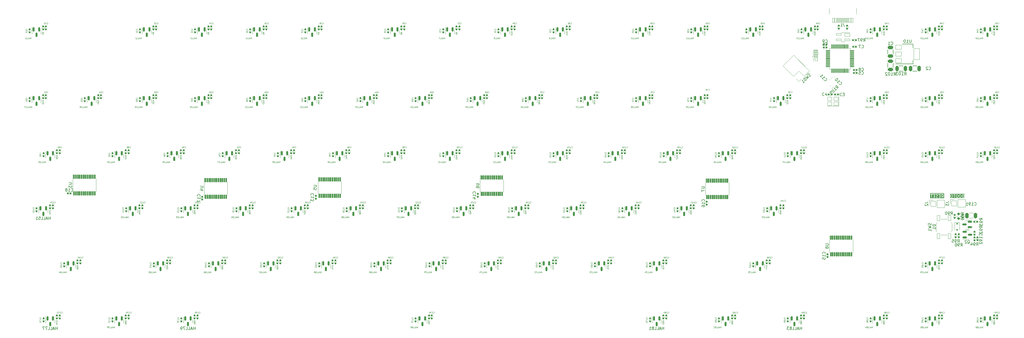
<source format=gbr>
%TF.GenerationSoftware,KiCad,Pcbnew,7.0.6*%
%TF.CreationDate,2024-04-21T10:48:58+02:00*%
%TF.ProjectId,Arius80-HE,41726975-7338-4302-9d48-452e6b696361,rev?*%
%TF.SameCoordinates,Original*%
%TF.FileFunction,Legend,Bot*%
%TF.FilePolarity,Positive*%
%FSLAX46Y46*%
G04 Gerber Fmt 4.6, Leading zero omitted, Abs format (unit mm)*
G04 Created by KiCad (PCBNEW 7.0.6) date 2024-04-21 10:48:58*
%MOMM*%
%LPD*%
G01*
G04 APERTURE LIST*
G04 Aperture macros list*
%AMRoundRect*
0 Rectangle with rounded corners*
0 $1 Rounding radius*
0 $2 $3 $4 $5 $6 $7 $8 $9 X,Y pos of 4 corners*
0 Add a 4 corners polygon primitive as box body*
4,1,4,$2,$3,$4,$5,$6,$7,$8,$9,$2,$3,0*
0 Add four circle primitives for the rounded corners*
1,1,$1+$1,$2,$3*
1,1,$1+$1,$4,$5*
1,1,$1+$1,$6,$7*
1,1,$1+$1,$8,$9*
0 Add four rect primitives between the rounded corners*
20,1,$1+$1,$2,$3,$4,$5,0*
20,1,$1+$1,$4,$5,$6,$7,0*
20,1,$1+$1,$6,$7,$8,$9,0*
20,1,$1+$1,$8,$9,$2,$3,0*%
%AMHorizOval*
0 Thick line with rounded ends*
0 $1 width*
0 $2 $3 position (X,Y) of the first rounded end (center of the circle)*
0 $4 $5 position (X,Y) of the second rounded end (center of the circle)*
0 Add line between two ends*
20,1,$1,$2,$3,$4,$5,0*
0 Add two circle primitives to create the rounded ends*
1,1,$1,$2,$3*
1,1,$1,$4,$5*%
G04 Aperture macros list end*
%ADD10C,0.153000*%
%ADD11C,0.125000*%
%ADD12C,0.150000*%
%ADD13C,0.100000*%
%ADD14C,0.120000*%
%ADD15C,4.476000*%
%ADD16C,3.124000*%
%ADD17C,4.063800*%
%ADD18RoundRect,0.038000X0.850000X0.500000X-0.850000X0.500000X-0.850000X-0.500000X0.850000X-0.500000X0*%
%ADD19RoundRect,0.038000X0.850000X0.300000X-0.850000X0.300000X-0.850000X-0.300000X0.850000X-0.300000X0*%
%ADD20C,1.826000*%
%ADD21RoundRect,0.188000X-0.150000X0.587500X-0.150000X-0.587500X0.150000X-0.587500X0.150000X0.587500X0*%
%ADD22RoundRect,0.173000X-0.185000X0.135000X-0.185000X-0.135000X0.185000X-0.135000X0.185000X0.135000X0*%
%ADD23RoundRect,0.178000X-0.170000X0.140000X-0.170000X-0.140000X0.170000X-0.140000X0.170000X0.140000X0*%
%ADD24RoundRect,0.288000X-0.325000X-0.650000X0.325000X-0.650000X0.325000X0.650000X-0.325000X0.650000X0*%
%ADD25RoundRect,0.178000X0.170000X-0.140000X0.170000X0.140000X-0.170000X0.140000X-0.170000X-0.140000X0*%
%ADD26RoundRect,0.038000X-0.850000X0.850000X-0.850000X-0.850000X0.850000X-0.850000X0.850000X0.850000X0*%
%ADD27O,1.776000X1.776000*%
%ADD28RoundRect,0.178000X0.140000X0.170000X-0.140000X0.170000X-0.140000X-0.170000X0.140000X-0.170000X0*%
%ADD29RoundRect,0.188000X-0.587500X-0.150000X0.587500X-0.150000X0.587500X0.150000X-0.587500X0.150000X0*%
%ADD30RoundRect,0.173000X0.185000X-0.135000X0.185000X0.135000X-0.185000X0.135000X-0.185000X-0.135000X0*%
%ADD31RoundRect,0.038000X0.337500X-0.100000X0.337500X0.100000X-0.337500X0.100000X-0.337500X-0.100000X0*%
%ADD32RoundRect,0.038000X0.387500X-0.200000X0.387500X0.200000X-0.387500X0.200000X-0.387500X-0.200000X0*%
%ADD33RoundRect,0.038000X-1.000000X-0.750000X1.000000X-0.750000X1.000000X0.750000X-1.000000X0.750000X0*%
%ADD34RoundRect,0.038000X-1.000000X-1.900000X1.000000X-1.900000X1.000000X1.900000X-1.000000X1.900000X0*%
%ADD35RoundRect,0.038000X-0.500000X0.850000X-0.500000X-0.850000X0.500000X-0.850000X0.500000X0.850000X0*%
%ADD36RoundRect,0.138000X-0.100000X0.637500X-0.100000X-0.637500X0.100000X-0.637500X0.100000X0.637500X0*%
%ADD37RoundRect,0.288000X0.325000X0.650000X-0.325000X0.650000X-0.325000X-0.650000X0.325000X-0.650000X0*%
%ADD38RoundRect,0.038000X0.700000X0.600000X-0.700000X0.600000X-0.700000X-0.600000X0.700000X-0.600000X0*%
%ADD39RoundRect,0.178000X-0.140000X-0.170000X0.140000X-0.170000X0.140000X0.170000X-0.140000X0.170000X0*%
%ADD40RoundRect,0.113000X0.075000X-0.662500X0.075000X0.662500X-0.075000X0.662500X-0.075000X-0.662500X0*%
%ADD41RoundRect,0.113000X0.662500X-0.075000X0.662500X0.075000X-0.662500X0.075000X-0.662500X-0.075000X0*%
%ADD42RoundRect,0.178000X-0.219203X-0.021213X-0.021213X-0.219203X0.219203X0.021213X0.021213X0.219203X0*%
%ADD43RoundRect,0.275500X0.008839X0.344715X-0.344715X-0.008839X-0.008839X-0.344715X0.344715X0.008839X0*%
%ADD44RoundRect,0.173000X-0.135000X-0.185000X0.135000X-0.185000X0.135000X0.185000X-0.135000X0.185000X0*%
%ADD45C,0.726000*%
%ADD46RoundRect,0.038000X-0.300000X-0.725000X0.300000X-0.725000X0.300000X0.725000X-0.300000X0.725000X0*%
%ADD47RoundRect,0.038000X-0.150000X-0.725000X0.150000X-0.725000X0.150000X0.725000X-0.150000X0.725000X0*%
%ADD48O,1.076000X1.676000*%
%ADD49O,1.076000X2.176000*%
%ADD50RoundRect,0.188000X0.587500X0.150000X-0.587500X0.150000X-0.587500X-0.150000X0.587500X-0.150000X0*%
%ADD51RoundRect,0.150500X-0.112500X0.187500X-0.112500X-0.187500X0.112500X-0.187500X0.112500X0.187500X0*%
%ADD52RoundRect,0.238000X0.275000X-0.200000X0.275000X0.200000X-0.275000X0.200000X-0.275000X-0.200000X0*%
%ADD53RoundRect,0.288000X-0.650000X0.325000X-0.650000X-0.325000X0.650000X-0.325000X0.650000X0.325000X0*%
%ADD54RoundRect,0.288000X-0.625000X0.312500X-0.625000X-0.312500X0.625000X-0.312500X0.625000X0.312500X0*%
%ADD55RoundRect,0.288000X0.312500X0.625000X-0.312500X0.625000X-0.312500X-0.625000X0.312500X-0.625000X0*%
%ADD56RoundRect,0.038000X0.000000X-1.202082X1.202082X0.000000X0.000000X1.202082X-1.202082X0.000000X0*%
%ADD57HorizOval,1.776000X0.000000X0.000000X0.000000X0.000000X0*%
G04 APERTURE END LIST*
D10*
G36*
X365279690Y-133696115D02*
G01*
X364987202Y-133696115D01*
X364917696Y-133661362D01*
X364886871Y-133630537D01*
X364852117Y-133561030D01*
X364852117Y-133452008D01*
X364886871Y-133382502D01*
X364917696Y-133351677D01*
X364987202Y-133316924D01*
X365279690Y-133316924D01*
X365279690Y-133696115D01*
G37*
G36*
X365716976Y-134478067D02*
G01*
X360878185Y-134478067D01*
X360878185Y-133227140D01*
X361023328Y-133227140D01*
X361032415Y-133278674D01*
X361072501Y-133312310D01*
X361098666Y-133316924D01*
X361312452Y-133316924D01*
X361312452Y-134256424D01*
X361330350Y-134305597D01*
X361375668Y-134331762D01*
X361427202Y-134322675D01*
X361460838Y-134282589D01*
X361465452Y-134256424D01*
X361465452Y-134243140D01*
X361894185Y-134243140D01*
X361903272Y-134294674D01*
X361943358Y-134328310D01*
X361969523Y-134332924D01*
X362453333Y-134332924D01*
X362472008Y-134326126D01*
X362491583Y-134322675D01*
X362496020Y-134317386D01*
X362502506Y-134315026D01*
X362512443Y-134297814D01*
X362525219Y-134282589D01*
X362526971Y-134272651D01*
X362528671Y-134269708D01*
X362528080Y-134266360D01*
X362529833Y-134256424D01*
X362529833Y-134062901D01*
X362812261Y-134062901D01*
X362813825Y-134067199D01*
X362812763Y-134071647D01*
X362820337Y-134097113D01*
X362868718Y-134193875D01*
X362869930Y-134195023D01*
X362883048Y-134213757D01*
X362931429Y-134262138D01*
X362932944Y-134262844D01*
X362951312Y-134276468D01*
X363048074Y-134324848D01*
X363052617Y-134325370D01*
X363056120Y-134328310D01*
X363082285Y-134332924D01*
X363324190Y-134332924D01*
X363325761Y-134332352D01*
X363348381Y-134328998D01*
X363493524Y-134280618D01*
X363534514Y-134248089D01*
X363535527Y-134243140D01*
X363781042Y-134243140D01*
X363790129Y-134294674D01*
X363830215Y-134328310D01*
X363856380Y-134332924D01*
X364340190Y-134332924D01*
X364358865Y-134326126D01*
X364378440Y-134322675D01*
X364382877Y-134317386D01*
X364389363Y-134315026D01*
X364399300Y-134297814D01*
X364412076Y-134282589D01*
X364413828Y-134272651D01*
X364415528Y-134269708D01*
X364414937Y-134266360D01*
X364416690Y-134256424D01*
X364416690Y-133579091D01*
X364699118Y-133579091D01*
X364700682Y-133583389D01*
X364699620Y-133587837D01*
X364707194Y-133613303D01*
X364755575Y-133710065D01*
X364756787Y-133711213D01*
X364769905Y-133729947D01*
X364818286Y-133778328D01*
X364819803Y-133779035D01*
X364838168Y-133792658D01*
X364934930Y-133841039D01*
X364939474Y-133841561D01*
X364942977Y-133844501D01*
X364967551Y-133848834D01*
X364712947Y-134212554D01*
X364699411Y-134263102D01*
X364721532Y-134310525D01*
X364768961Y-134332634D01*
X364819505Y-134319083D01*
X364838289Y-134300294D01*
X365154115Y-133849115D01*
X365279690Y-133849115D01*
X365279690Y-134256424D01*
X365297588Y-134305597D01*
X365342906Y-134331762D01*
X365394440Y-134322675D01*
X365428076Y-134282589D01*
X365432690Y-134256424D01*
X365432690Y-133240424D01*
X365425892Y-133221748D01*
X365422441Y-133202174D01*
X365417152Y-133197736D01*
X365414792Y-133191251D01*
X365397580Y-133181313D01*
X365382355Y-133168538D01*
X365372417Y-133166785D01*
X365369474Y-133165086D01*
X365366126Y-133165676D01*
X365356190Y-133163924D01*
X364969142Y-133163924D01*
X364964843Y-133165488D01*
X364960396Y-133164426D01*
X364934930Y-133172000D01*
X364838168Y-133220381D01*
X364837017Y-133221596D01*
X364818286Y-133234711D01*
X364769905Y-133283092D01*
X364769198Y-133284606D01*
X364755575Y-133302974D01*
X364707194Y-133399736D01*
X364706671Y-133404280D01*
X364703732Y-133407783D01*
X364699118Y-133433948D01*
X364699118Y-133579091D01*
X364416690Y-133579091D01*
X364416690Y-133240424D01*
X364409892Y-133221748D01*
X364406441Y-133202174D01*
X364401152Y-133197736D01*
X364398792Y-133191251D01*
X364381580Y-133181313D01*
X364366355Y-133168538D01*
X364356417Y-133166785D01*
X364353474Y-133165086D01*
X364350126Y-133165676D01*
X364340190Y-133163924D01*
X363856380Y-133163924D01*
X363807207Y-133181822D01*
X363781042Y-133227140D01*
X363790129Y-133278674D01*
X363830215Y-133312310D01*
X363856380Y-133316924D01*
X364263690Y-133316924D01*
X364263690Y-133647734D01*
X364001523Y-133647734D01*
X363952350Y-133665632D01*
X363926185Y-133710950D01*
X363935272Y-133762484D01*
X363975358Y-133796120D01*
X364001523Y-133800734D01*
X364263690Y-133800734D01*
X364263690Y-134179924D01*
X363856380Y-134179924D01*
X363807207Y-134197822D01*
X363781042Y-134243140D01*
X363535527Y-134243140D01*
X363545006Y-134196823D01*
X363520089Y-134150807D01*
X363471424Y-134131573D01*
X363445142Y-134135470D01*
X363311777Y-134179924D01*
X363100344Y-134179924D01*
X363030839Y-134145172D01*
X363000014Y-134114347D01*
X362965261Y-134044841D01*
X362965261Y-133984199D01*
X363000014Y-133914693D01*
X363030839Y-133883867D01*
X363108986Y-133844794D01*
X363294363Y-133798450D01*
X363297365Y-133796421D01*
X363310021Y-133792658D01*
X363406783Y-133744277D01*
X363407931Y-133743064D01*
X363426665Y-133729947D01*
X363475046Y-133681566D01*
X363475753Y-133680048D01*
X363489376Y-133661684D01*
X363537757Y-133564922D01*
X363538279Y-133560377D01*
X363541219Y-133556875D01*
X363545833Y-133530710D01*
X363545833Y-133433948D01*
X363544268Y-133429649D01*
X363545331Y-133425202D01*
X363537757Y-133399736D01*
X363489376Y-133302974D01*
X363488160Y-133301823D01*
X363475046Y-133283092D01*
X363426665Y-133234711D01*
X363425150Y-133234004D01*
X363406783Y-133220381D01*
X363310021Y-133172000D01*
X363305476Y-133171477D01*
X363301974Y-133168538D01*
X363275809Y-133163924D01*
X363033904Y-133163924D01*
X363032332Y-133164495D01*
X363009712Y-133167850D01*
X362864570Y-133216231D01*
X362823580Y-133248760D01*
X362813088Y-133300027D01*
X362838005Y-133346043D01*
X362886671Y-133365276D01*
X362912952Y-133361379D01*
X363046317Y-133316924D01*
X363257749Y-133316924D01*
X363327255Y-133351677D01*
X363358079Y-133382501D01*
X363392833Y-133452008D01*
X363392833Y-133512649D01*
X363358080Y-133582155D01*
X363327254Y-133612981D01*
X363249107Y-133652055D01*
X363063731Y-133698399D01*
X363060728Y-133700427D01*
X363048073Y-133704191D01*
X362951311Y-133752572D01*
X362950160Y-133753787D01*
X362931429Y-133766902D01*
X362883048Y-133815283D01*
X362882341Y-133816797D01*
X362868718Y-133835165D01*
X362820337Y-133931927D01*
X362819814Y-133936471D01*
X362816875Y-133939974D01*
X362812261Y-133966139D01*
X362812261Y-134062901D01*
X362529833Y-134062901D01*
X362529833Y-133240424D01*
X362523035Y-133221748D01*
X362519584Y-133202174D01*
X362514295Y-133197736D01*
X362511935Y-133191251D01*
X362494723Y-133181313D01*
X362479498Y-133168538D01*
X362469560Y-133166785D01*
X362466617Y-133165086D01*
X362463269Y-133165676D01*
X362453333Y-133163924D01*
X361969523Y-133163924D01*
X361920350Y-133181822D01*
X361894185Y-133227140D01*
X361903272Y-133278674D01*
X361943358Y-133312310D01*
X361969523Y-133316924D01*
X362376833Y-133316924D01*
X362376833Y-133647734D01*
X362114666Y-133647734D01*
X362065493Y-133665632D01*
X362039328Y-133710950D01*
X362048415Y-133762484D01*
X362088501Y-133796120D01*
X362114666Y-133800734D01*
X362376833Y-133800734D01*
X362376833Y-134179924D01*
X361969523Y-134179924D01*
X361920350Y-134197822D01*
X361894185Y-134243140D01*
X361465452Y-134243140D01*
X361465452Y-133316924D01*
X361679238Y-133316924D01*
X361728411Y-133299026D01*
X361754576Y-133253708D01*
X361745489Y-133202174D01*
X361705403Y-133168538D01*
X361679238Y-133163924D01*
X361098666Y-133163924D01*
X361049493Y-133181822D01*
X361023328Y-133227140D01*
X360878185Y-133227140D01*
X360878185Y-132945080D01*
X361028167Y-132945080D01*
X361037254Y-132996614D01*
X361077340Y-133030250D01*
X361103505Y-133034864D01*
X365496495Y-133034864D01*
X365545668Y-133016966D01*
X365571833Y-132971648D01*
X365562746Y-132920114D01*
X365522660Y-132886478D01*
X365496495Y-132881864D01*
X361103505Y-132881864D01*
X361054332Y-132899762D01*
X361028167Y-132945080D01*
X360878185Y-132945080D01*
X360878185Y-132736721D01*
X365716976Y-132736721D01*
X365716976Y-134478067D01*
G37*
G36*
X368490398Y-133301676D02*
G01*
X368521223Y-133332502D01*
X368560297Y-133410649D01*
X368604357Y-133586889D01*
X368604357Y-133809959D01*
X368560297Y-133986198D01*
X368521223Y-134064347D01*
X368490397Y-134095172D01*
X368420893Y-134129924D01*
X368360249Y-134129924D01*
X368290744Y-134095172D01*
X368259919Y-134064347D01*
X368220845Y-133986198D01*
X368176785Y-133809959D01*
X368176785Y-133586889D01*
X368220845Y-133410649D01*
X368259918Y-133332502D01*
X368290744Y-133301676D01*
X368360250Y-133266924D01*
X368420892Y-133266924D01*
X368490398Y-133301676D01*
G37*
G36*
X370328874Y-133301677D02*
G01*
X370401875Y-133374678D01*
X370442833Y-133538508D01*
X370442833Y-133858340D01*
X370401875Y-134022170D01*
X370328873Y-134095172D01*
X370259369Y-134129924D01*
X370101963Y-134129924D01*
X370032458Y-134095172D01*
X369959456Y-134022170D01*
X369918499Y-133858340D01*
X369918499Y-133538509D01*
X369959456Y-133374678D01*
X370032458Y-133301676D01*
X370101964Y-133266924D01*
X370259368Y-133266924D01*
X370328874Y-133301677D01*
G37*
G36*
X371393255Y-133301676D02*
G01*
X371466256Y-133374678D01*
X371507214Y-133538509D01*
X371507214Y-133858340D01*
X371466256Y-134022170D01*
X371393254Y-134095172D01*
X371323750Y-134129924D01*
X371166344Y-134129924D01*
X371096839Y-134095172D01*
X371023837Y-134022170D01*
X370982880Y-133858340D01*
X370982880Y-133538508D01*
X371023837Y-133374678D01*
X371096839Y-133301676D01*
X371166345Y-133266924D01*
X371323749Y-133266924D01*
X371393255Y-133301676D01*
G37*
G36*
X372474833Y-134129924D02*
G01*
X372182344Y-134129924D01*
X372112839Y-134095172D01*
X372082014Y-134064347D01*
X372047261Y-133994841D01*
X372047261Y-133885817D01*
X372082013Y-133816312D01*
X372108848Y-133789477D01*
X372225079Y-133750734D01*
X372474833Y-133750734D01*
X372474833Y-134129924D01*
G37*
G36*
X372474833Y-133597734D02*
G01*
X372230726Y-133597734D01*
X372161220Y-133562981D01*
X372130395Y-133532156D01*
X372095642Y-133462649D01*
X372095642Y-133402007D01*
X372130395Y-133332502D01*
X372161220Y-133301676D01*
X372230726Y-133266924D01*
X372474833Y-133266924D01*
X372474833Y-133597734D01*
G37*
G36*
X372772976Y-134428067D02*
G01*
X367878642Y-134428067D01*
X367878642Y-133819377D01*
X368023785Y-133819377D01*
X368024994Y-133822699D01*
X368026069Y-133837931D01*
X368074450Y-134031455D01*
X368076478Y-134034457D01*
X368080242Y-134047113D01*
X368128623Y-134143875D01*
X368129835Y-134145023D01*
X368142953Y-134163757D01*
X368191334Y-134212138D01*
X368192849Y-134212844D01*
X368211217Y-134226468D01*
X368307979Y-134274848D01*
X368312522Y-134275370D01*
X368316025Y-134278310D01*
X368342190Y-134282924D01*
X368438952Y-134282924D01*
X368443249Y-134281359D01*
X368447697Y-134282422D01*
X368473163Y-134274848D01*
X368569925Y-134226468D01*
X368571071Y-134225257D01*
X368589808Y-134212138D01*
X368638189Y-134163757D01*
X368638896Y-134162239D01*
X368652519Y-134143875D01*
X368700900Y-134047113D01*
X368701314Y-134043512D01*
X368706692Y-134031455D01*
X368755073Y-133837931D01*
X368754705Y-133834413D01*
X368757357Y-133819377D01*
X368757357Y-133577472D01*
X368756147Y-133574149D01*
X368755073Y-133558918D01*
X368706692Y-133365394D01*
X368704663Y-133362391D01*
X368700900Y-133349736D01*
X368652519Y-133252974D01*
X368651303Y-133251823D01*
X368638189Y-133233092D01*
X368589808Y-133184711D01*
X368588293Y-133184004D01*
X368579039Y-133177140D01*
X368895804Y-133177140D01*
X368904891Y-133228674D01*
X368944977Y-133262310D01*
X368971142Y-133266924D01*
X369184928Y-133266924D01*
X369184928Y-134206424D01*
X369202826Y-134255597D01*
X369248144Y-134281762D01*
X369299678Y-134272675D01*
X369333314Y-134232589D01*
X369337928Y-134206424D01*
X369337928Y-133867758D01*
X369765499Y-133867758D01*
X369766708Y-133871080D01*
X369767783Y-133886312D01*
X369816164Y-134079836D01*
X369820389Y-134086091D01*
X369821047Y-134093612D01*
X369836286Y-134115376D01*
X369933048Y-134212138D01*
X369934563Y-134212844D01*
X369952931Y-134226468D01*
X370049693Y-134274848D01*
X370054236Y-134275370D01*
X370057739Y-134278310D01*
X370083904Y-134282924D01*
X370277428Y-134282924D01*
X370281725Y-134281359D01*
X370286173Y-134282422D01*
X370311639Y-134274848D01*
X370408401Y-134226468D01*
X370409547Y-134225257D01*
X370428284Y-134212138D01*
X370525046Y-134115376D01*
X370528236Y-134108534D01*
X370534346Y-134104101D01*
X370545168Y-134079836D01*
X370593549Y-133886312D01*
X370593181Y-133882794D01*
X370595833Y-133867758D01*
X370829880Y-133867758D01*
X370831089Y-133871080D01*
X370832164Y-133886312D01*
X370880545Y-134079836D01*
X370884770Y-134086091D01*
X370885428Y-134093612D01*
X370900667Y-134115376D01*
X370997429Y-134212138D01*
X370998944Y-134212844D01*
X371017312Y-134226468D01*
X371114074Y-134274848D01*
X371118617Y-134275370D01*
X371122120Y-134278310D01*
X371148285Y-134282924D01*
X371341809Y-134282924D01*
X371346106Y-134281359D01*
X371350554Y-134282422D01*
X371376020Y-134274848D01*
X371472782Y-134226468D01*
X371473928Y-134225257D01*
X371492665Y-134212138D01*
X371589427Y-134115376D01*
X371592617Y-134108534D01*
X371598727Y-134104101D01*
X371609549Y-134079836D01*
X371626283Y-134012901D01*
X371894261Y-134012901D01*
X371895825Y-134017199D01*
X371894763Y-134021647D01*
X371902337Y-134047113D01*
X371950718Y-134143875D01*
X371951930Y-134145023D01*
X371965048Y-134163757D01*
X372013429Y-134212138D01*
X372014944Y-134212844D01*
X372033312Y-134226468D01*
X372130074Y-134274848D01*
X372134617Y-134275370D01*
X372138120Y-134278310D01*
X372164285Y-134282924D01*
X372551333Y-134282924D01*
X372570008Y-134276126D01*
X372589583Y-134272675D01*
X372594020Y-134267386D01*
X372600506Y-134265026D01*
X372610443Y-134247814D01*
X372623219Y-134232589D01*
X372624971Y-134222651D01*
X372626671Y-134219708D01*
X372626080Y-134216360D01*
X372627833Y-134206424D01*
X372627833Y-133190424D01*
X372621035Y-133171748D01*
X372617584Y-133152174D01*
X372612295Y-133147736D01*
X372609935Y-133141251D01*
X372592723Y-133131313D01*
X372577498Y-133118538D01*
X372567560Y-133116785D01*
X372564617Y-133115086D01*
X372561269Y-133115676D01*
X372551333Y-133113924D01*
X372212666Y-133113924D01*
X372208367Y-133115488D01*
X372203920Y-133114426D01*
X372178454Y-133122000D01*
X372081692Y-133170381D01*
X372080541Y-133171596D01*
X372061810Y-133184711D01*
X372013429Y-133233092D01*
X372012722Y-133234606D01*
X371999099Y-133252974D01*
X371950718Y-133349736D01*
X371950195Y-133354280D01*
X371947256Y-133357783D01*
X371942642Y-133383948D01*
X371942642Y-133480710D01*
X371944206Y-133485008D01*
X371943144Y-133489456D01*
X371950718Y-133514922D01*
X371999099Y-133611684D01*
X372000311Y-133612832D01*
X372013429Y-133631566D01*
X372035165Y-133653302D01*
X372013429Y-133668521D01*
X371965048Y-133716902D01*
X371964341Y-133718416D01*
X371950718Y-133736784D01*
X371902337Y-133833546D01*
X371901814Y-133838090D01*
X371898875Y-133841593D01*
X371894261Y-133867758D01*
X371894261Y-134012901D01*
X371626283Y-134012901D01*
X371657930Y-133886312D01*
X371657562Y-133882794D01*
X371660214Y-133867758D01*
X371660214Y-133529091D01*
X371659004Y-133525768D01*
X371657930Y-133510537D01*
X371609549Y-133317013D01*
X371605322Y-133310756D01*
X371604665Y-133303237D01*
X371589427Y-133281473D01*
X371492665Y-133184711D01*
X371491150Y-133184004D01*
X371472783Y-133170381D01*
X371376021Y-133122000D01*
X371371476Y-133121477D01*
X371367974Y-133118538D01*
X371341809Y-133113924D01*
X371148285Y-133113924D01*
X371143986Y-133115488D01*
X371139539Y-133114426D01*
X371114073Y-133122000D01*
X371017311Y-133170381D01*
X371016160Y-133171596D01*
X370997429Y-133184711D01*
X370900667Y-133281473D01*
X370897476Y-133288314D01*
X370891367Y-133292748D01*
X370880545Y-133317013D01*
X370832164Y-133510537D01*
X370832531Y-133514054D01*
X370829880Y-133529091D01*
X370829880Y-133867758D01*
X370595833Y-133867758D01*
X370595833Y-133529091D01*
X370594623Y-133525768D01*
X370593549Y-133510537D01*
X370545168Y-133317013D01*
X370540941Y-133310756D01*
X370540284Y-133303237D01*
X370525046Y-133281473D01*
X370428284Y-133184711D01*
X370426769Y-133184004D01*
X370408402Y-133170381D01*
X370311640Y-133122000D01*
X370307095Y-133121477D01*
X370303593Y-133118538D01*
X370277428Y-133113924D01*
X370083904Y-133113924D01*
X370079605Y-133115488D01*
X370075158Y-133114426D01*
X370049692Y-133122000D01*
X369952930Y-133170381D01*
X369951779Y-133171596D01*
X369933048Y-133184711D01*
X369836286Y-133281473D01*
X369833095Y-133288314D01*
X369826986Y-133292748D01*
X369816164Y-133317013D01*
X369767783Y-133510537D01*
X369768150Y-133514054D01*
X369765499Y-133529091D01*
X369765499Y-133867758D01*
X369337928Y-133867758D01*
X369337928Y-133266924D01*
X369551714Y-133266924D01*
X369600887Y-133249026D01*
X369627052Y-133203708D01*
X369617965Y-133152174D01*
X369577879Y-133118538D01*
X369551714Y-133113924D01*
X368971142Y-133113924D01*
X368921969Y-133131822D01*
X368895804Y-133177140D01*
X368579039Y-133177140D01*
X368569926Y-133170381D01*
X368473164Y-133122000D01*
X368468619Y-133121477D01*
X368465117Y-133118538D01*
X368438952Y-133113924D01*
X368342190Y-133113924D01*
X368337891Y-133115488D01*
X368333444Y-133114426D01*
X368307978Y-133122000D01*
X368211216Y-133170381D01*
X368210065Y-133171596D01*
X368191334Y-133184711D01*
X368142953Y-133233092D01*
X368142246Y-133234606D01*
X368128623Y-133252974D01*
X368080242Y-133349736D01*
X368079827Y-133353336D01*
X368074450Y-133365394D01*
X368026069Y-133558918D01*
X368026436Y-133562435D01*
X368023785Y-133577472D01*
X368023785Y-133819377D01*
X367878642Y-133819377D01*
X367878642Y-132968781D01*
X372772976Y-132968781D01*
X372772976Y-134428067D01*
G37*
D11*
X55280594Y-122187309D02*
X55280594Y-121687309D01*
X55280594Y-121925404D02*
X54994880Y-121925404D01*
X54994880Y-122187309D02*
X54994880Y-121687309D01*
X54780593Y-122044452D02*
X54542498Y-122044452D01*
X54828212Y-122187309D02*
X54661546Y-121687309D01*
X54661546Y-121687309D02*
X54494879Y-122187309D01*
X54090118Y-122187309D02*
X54328213Y-122187309D01*
X54328213Y-122187309D02*
X54328213Y-121687309D01*
X53685356Y-122187309D02*
X53923451Y-122187309D01*
X53923451Y-122187309D02*
X53923451Y-121687309D01*
X53566308Y-121687309D02*
X53256784Y-121687309D01*
X53256784Y-121687309D02*
X53423451Y-121877785D01*
X53423451Y-121877785D02*
X53352022Y-121877785D01*
X53352022Y-121877785D02*
X53304403Y-121901595D01*
X53304403Y-121901595D02*
X53280594Y-121925404D01*
X53280594Y-121925404D02*
X53256784Y-121973023D01*
X53256784Y-121973023D02*
X53256784Y-122092071D01*
X53256784Y-122092071D02*
X53280594Y-122139690D01*
X53280594Y-122139690D02*
X53304403Y-122163500D01*
X53304403Y-122163500D02*
X53352022Y-122187309D01*
X53352022Y-122187309D02*
X53494879Y-122187309D01*
X53494879Y-122187309D02*
X53542498Y-122163500D01*
X53542498Y-122163500D02*
X53566308Y-122139690D01*
X52828213Y-121853976D02*
X52828213Y-122187309D01*
X52947261Y-121663500D02*
X53066308Y-122020642D01*
X53066308Y-122020642D02*
X52756785Y-122020642D01*
X364167309Y-177091071D02*
X363929214Y-176924405D01*
X364167309Y-176805357D02*
X363667309Y-176805357D01*
X363667309Y-176805357D02*
X363667309Y-176995833D01*
X363667309Y-176995833D02*
X363691119Y-177043452D01*
X363691119Y-177043452D02*
X363714928Y-177067262D01*
X363714928Y-177067262D02*
X363762547Y-177091071D01*
X363762547Y-177091071D02*
X363833976Y-177091071D01*
X363833976Y-177091071D02*
X363881595Y-177067262D01*
X363881595Y-177067262D02*
X363905404Y-177043452D01*
X363905404Y-177043452D02*
X363929214Y-176995833D01*
X363929214Y-176995833D02*
X363929214Y-176805357D01*
X363881595Y-177376786D02*
X363857785Y-177329167D01*
X363857785Y-177329167D02*
X363833976Y-177305357D01*
X363833976Y-177305357D02*
X363786357Y-177281548D01*
X363786357Y-177281548D02*
X363762547Y-177281548D01*
X363762547Y-177281548D02*
X363714928Y-177305357D01*
X363714928Y-177305357D02*
X363691119Y-177329167D01*
X363691119Y-177329167D02*
X363667309Y-177376786D01*
X363667309Y-177376786D02*
X363667309Y-177472024D01*
X363667309Y-177472024D02*
X363691119Y-177519643D01*
X363691119Y-177519643D02*
X363714928Y-177543452D01*
X363714928Y-177543452D02*
X363762547Y-177567262D01*
X363762547Y-177567262D02*
X363786357Y-177567262D01*
X363786357Y-177567262D02*
X363833976Y-177543452D01*
X363833976Y-177543452D02*
X363857785Y-177519643D01*
X363857785Y-177519643D02*
X363881595Y-177472024D01*
X363881595Y-177472024D02*
X363881595Y-177376786D01*
X363881595Y-177376786D02*
X363905404Y-177329167D01*
X363905404Y-177329167D02*
X363929214Y-177305357D01*
X363929214Y-177305357D02*
X363976833Y-177281548D01*
X363976833Y-177281548D02*
X364072071Y-177281548D01*
X364072071Y-177281548D02*
X364119690Y-177305357D01*
X364119690Y-177305357D02*
X364143500Y-177329167D01*
X364143500Y-177329167D02*
X364167309Y-177376786D01*
X364167309Y-177376786D02*
X364167309Y-177472024D01*
X364167309Y-177472024D02*
X364143500Y-177519643D01*
X364143500Y-177519643D02*
X364119690Y-177543452D01*
X364119690Y-177543452D02*
X364072071Y-177567262D01*
X364072071Y-177567262D02*
X363976833Y-177567262D01*
X363976833Y-177567262D02*
X363929214Y-177543452D01*
X363929214Y-177543452D02*
X363905404Y-177519643D01*
X363905404Y-177519643D02*
X363881595Y-177472024D01*
X363667309Y-177733928D02*
X363667309Y-178067261D01*
X363667309Y-178067261D02*
X364167309Y-177852976D01*
X236914523Y-117039690D02*
X236938332Y-117063500D01*
X236938332Y-117063500D02*
X237009761Y-117087309D01*
X237009761Y-117087309D02*
X237057380Y-117087309D01*
X237057380Y-117087309D02*
X237128808Y-117063500D01*
X237128808Y-117063500D02*
X237176427Y-117015880D01*
X237176427Y-117015880D02*
X237200237Y-116968261D01*
X237200237Y-116968261D02*
X237224046Y-116873023D01*
X237224046Y-116873023D02*
X237224046Y-116801595D01*
X237224046Y-116801595D02*
X237200237Y-116706357D01*
X237200237Y-116706357D02*
X237176427Y-116658738D01*
X237176427Y-116658738D02*
X237128808Y-116611119D01*
X237128808Y-116611119D02*
X237057380Y-116587309D01*
X237057380Y-116587309D02*
X237009761Y-116587309D01*
X237009761Y-116587309D02*
X236938332Y-116611119D01*
X236938332Y-116611119D02*
X236914523Y-116634928D01*
X236438332Y-117087309D02*
X236724046Y-117087309D01*
X236581189Y-117087309D02*
X236581189Y-116587309D01*
X236581189Y-116587309D02*
X236628808Y-116658738D01*
X236628808Y-116658738D02*
X236676427Y-116706357D01*
X236676427Y-116706357D02*
X236724046Y-116730166D01*
X236128809Y-116587309D02*
X236081190Y-116587309D01*
X236081190Y-116587309D02*
X236033571Y-116611119D01*
X236033571Y-116611119D02*
X236009761Y-116634928D01*
X236009761Y-116634928D02*
X235985952Y-116682547D01*
X235985952Y-116682547D02*
X235962142Y-116777785D01*
X235962142Y-116777785D02*
X235962142Y-116896833D01*
X235962142Y-116896833D02*
X235985952Y-116992071D01*
X235985952Y-116992071D02*
X236009761Y-117039690D01*
X236009761Y-117039690D02*
X236033571Y-117063500D01*
X236033571Y-117063500D02*
X236081190Y-117087309D01*
X236081190Y-117087309D02*
X236128809Y-117087309D01*
X236128809Y-117087309D02*
X236176428Y-117063500D01*
X236176428Y-117063500D02*
X236200237Y-117039690D01*
X236200237Y-117039690D02*
X236224047Y-116992071D01*
X236224047Y-116992071D02*
X236247856Y-116896833D01*
X236247856Y-116896833D02*
X236247856Y-116777785D01*
X236247856Y-116777785D02*
X236224047Y-116682547D01*
X236224047Y-116682547D02*
X236200237Y-116634928D01*
X236200237Y-116634928D02*
X236176428Y-116611119D01*
X236176428Y-116611119D02*
X236128809Y-116587309D01*
X235533571Y-116753976D02*
X235533571Y-117087309D01*
X235652619Y-116563500D02*
X235771666Y-116920642D01*
X235771666Y-116920642D02*
X235462143Y-116920642D01*
X317218094Y-79324809D02*
X317218094Y-78824809D01*
X317218094Y-79062904D02*
X316932380Y-79062904D01*
X316932380Y-79324809D02*
X316932380Y-78824809D01*
X316718093Y-79181952D02*
X316479998Y-79181952D01*
X316765712Y-79324809D02*
X316599046Y-78824809D01*
X316599046Y-78824809D02*
X316432379Y-79324809D01*
X316027618Y-79324809D02*
X316265713Y-79324809D01*
X316265713Y-79324809D02*
X316265713Y-78824809D01*
X315622856Y-79324809D02*
X315860951Y-79324809D01*
X315860951Y-79324809D02*
X315860951Y-78824809D01*
X315194284Y-79324809D02*
X315479998Y-79324809D01*
X315337141Y-79324809D02*
X315337141Y-78824809D01*
X315337141Y-78824809D02*
X315384760Y-78896238D01*
X315384760Y-78896238D02*
X315432379Y-78943857D01*
X315432379Y-78943857D02*
X315479998Y-78967666D01*
X315027618Y-78824809D02*
X314718094Y-78824809D01*
X314718094Y-78824809D02*
X314884761Y-79015285D01*
X314884761Y-79015285D02*
X314813332Y-79015285D01*
X314813332Y-79015285D02*
X314765713Y-79039095D01*
X314765713Y-79039095D02*
X314741904Y-79062904D01*
X314741904Y-79062904D02*
X314718094Y-79110523D01*
X314718094Y-79110523D02*
X314718094Y-79229571D01*
X314718094Y-79229571D02*
X314741904Y-79277190D01*
X314741904Y-79277190D02*
X314765713Y-79301000D01*
X314765713Y-79301000D02*
X314813332Y-79324809D01*
X314813332Y-79324809D02*
X314956189Y-79324809D01*
X314956189Y-79324809D02*
X315003808Y-79301000D01*
X315003808Y-79301000D02*
X315027618Y-79277190D01*
X50518094Y-103137309D02*
X50518094Y-102637309D01*
X50518094Y-102875404D02*
X50232380Y-102875404D01*
X50232380Y-103137309D02*
X50232380Y-102637309D01*
X50018093Y-102994452D02*
X49779998Y-102994452D01*
X50065712Y-103137309D02*
X49899046Y-102637309D01*
X49899046Y-102637309D02*
X49732379Y-103137309D01*
X49327618Y-103137309D02*
X49565713Y-103137309D01*
X49565713Y-103137309D02*
X49565713Y-102637309D01*
X48922856Y-103137309D02*
X49160951Y-103137309D01*
X49160951Y-103137309D02*
X49160951Y-102637309D01*
X48494284Y-103137309D02*
X48779998Y-103137309D01*
X48637141Y-103137309D02*
X48637141Y-102637309D01*
X48637141Y-102637309D02*
X48684760Y-102708738D01*
X48684760Y-102708738D02*
X48732379Y-102756357D01*
X48732379Y-102756357D02*
X48779998Y-102780166D01*
X48327618Y-102637309D02*
X47994285Y-102637309D01*
X47994285Y-102637309D02*
X48208570Y-103137309D01*
D12*
X376189047Y-136819580D02*
X376236666Y-136867200D01*
X376236666Y-136867200D02*
X376379523Y-136914819D01*
X376379523Y-136914819D02*
X376474761Y-136914819D01*
X376474761Y-136914819D02*
X376617618Y-136867200D01*
X376617618Y-136867200D02*
X376712856Y-136771961D01*
X376712856Y-136771961D02*
X376760475Y-136676723D01*
X376760475Y-136676723D02*
X376808094Y-136486247D01*
X376808094Y-136486247D02*
X376808094Y-136343390D01*
X376808094Y-136343390D02*
X376760475Y-136152914D01*
X376760475Y-136152914D02*
X376712856Y-136057676D01*
X376712856Y-136057676D02*
X376617618Y-135962438D01*
X376617618Y-135962438D02*
X376474761Y-135914819D01*
X376474761Y-135914819D02*
X376379523Y-135914819D01*
X376379523Y-135914819D02*
X376236666Y-135962438D01*
X376236666Y-135962438D02*
X376189047Y-136010057D01*
X375236666Y-136914819D02*
X375808094Y-136914819D01*
X375522380Y-136914819D02*
X375522380Y-135914819D01*
X375522380Y-135914819D02*
X375617618Y-136057676D01*
X375617618Y-136057676D02*
X375712856Y-136152914D01*
X375712856Y-136152914D02*
X375808094Y-136200533D01*
X374760475Y-136914819D02*
X374569999Y-136914819D01*
X374569999Y-136914819D02*
X374474761Y-136867200D01*
X374474761Y-136867200D02*
X374427142Y-136819580D01*
X374427142Y-136819580D02*
X374331904Y-136676723D01*
X374331904Y-136676723D02*
X374284285Y-136486247D01*
X374284285Y-136486247D02*
X374284285Y-136105295D01*
X374284285Y-136105295D02*
X374331904Y-136010057D01*
X374331904Y-136010057D02*
X374379523Y-135962438D01*
X374379523Y-135962438D02*
X374474761Y-135914819D01*
X374474761Y-135914819D02*
X374665237Y-135914819D01*
X374665237Y-135914819D02*
X374760475Y-135962438D01*
X374760475Y-135962438D02*
X374808094Y-136010057D01*
X374808094Y-136010057D02*
X374855713Y-136105295D01*
X374855713Y-136105295D02*
X374855713Y-136343390D01*
X374855713Y-136343390D02*
X374808094Y-136438628D01*
X374808094Y-136438628D02*
X374760475Y-136486247D01*
X374760475Y-136486247D02*
X374665237Y-136533866D01*
X374665237Y-136533866D02*
X374474761Y-136533866D01*
X374474761Y-136533866D02*
X374379523Y-136486247D01*
X374379523Y-136486247D02*
X374331904Y-136438628D01*
X374331904Y-136438628D02*
X374284285Y-136343390D01*
X373331904Y-136914819D02*
X373903332Y-136914819D01*
X373617618Y-136914819D02*
X373617618Y-135914819D01*
X373617618Y-135914819D02*
X373712856Y-136057676D01*
X373712856Y-136057676D02*
X373808094Y-136152914D01*
X373808094Y-136152914D02*
X373903332Y-136200533D01*
D11*
X321304809Y-77078571D02*
X321066714Y-76911905D01*
X321304809Y-76792857D02*
X320804809Y-76792857D01*
X320804809Y-76792857D02*
X320804809Y-76983333D01*
X320804809Y-76983333D02*
X320828619Y-77030952D01*
X320828619Y-77030952D02*
X320852428Y-77054762D01*
X320852428Y-77054762D02*
X320900047Y-77078571D01*
X320900047Y-77078571D02*
X320971476Y-77078571D01*
X320971476Y-77078571D02*
X321019095Y-77054762D01*
X321019095Y-77054762D02*
X321042904Y-77030952D01*
X321042904Y-77030952D02*
X321066714Y-76983333D01*
X321066714Y-76983333D02*
X321066714Y-76792857D01*
X321304809Y-77554762D02*
X321304809Y-77269048D01*
X321304809Y-77411905D02*
X320804809Y-77411905D01*
X320804809Y-77411905D02*
X320876238Y-77364286D01*
X320876238Y-77364286D02*
X320923857Y-77316667D01*
X320923857Y-77316667D02*
X320947666Y-77269048D01*
X320804809Y-78007142D02*
X320804809Y-77769047D01*
X320804809Y-77769047D02*
X321042904Y-77745238D01*
X321042904Y-77745238D02*
X321019095Y-77769047D01*
X321019095Y-77769047D02*
X320995285Y-77816666D01*
X320995285Y-77816666D02*
X320995285Y-77935714D01*
X320995285Y-77935714D02*
X321019095Y-77983333D01*
X321019095Y-77983333D02*
X321042904Y-78007142D01*
X321042904Y-78007142D02*
X321090523Y-78030952D01*
X321090523Y-78030952D02*
X321209571Y-78030952D01*
X321209571Y-78030952D02*
X321257190Y-78007142D01*
X321257190Y-78007142D02*
X321281000Y-77983333D01*
X321281000Y-77983333D02*
X321304809Y-77935714D01*
X321304809Y-77935714D02*
X321304809Y-77816666D01*
X321304809Y-77816666D02*
X321281000Y-77769047D01*
X321281000Y-77769047D02*
X321257190Y-77745238D01*
X294064523Y-174189690D02*
X294088332Y-174213500D01*
X294088332Y-174213500D02*
X294159761Y-174237309D01*
X294159761Y-174237309D02*
X294207380Y-174237309D01*
X294207380Y-174237309D02*
X294278808Y-174213500D01*
X294278808Y-174213500D02*
X294326427Y-174165880D01*
X294326427Y-174165880D02*
X294350237Y-174118261D01*
X294350237Y-174118261D02*
X294374046Y-174023023D01*
X294374046Y-174023023D02*
X294374046Y-173951595D01*
X294374046Y-173951595D02*
X294350237Y-173856357D01*
X294350237Y-173856357D02*
X294326427Y-173808738D01*
X294326427Y-173808738D02*
X294278808Y-173761119D01*
X294278808Y-173761119D02*
X294207380Y-173737309D01*
X294207380Y-173737309D02*
X294159761Y-173737309D01*
X294159761Y-173737309D02*
X294088332Y-173761119D01*
X294088332Y-173761119D02*
X294064523Y-173784928D01*
X293588332Y-174237309D02*
X293874046Y-174237309D01*
X293731189Y-174237309D02*
X293731189Y-173737309D01*
X293731189Y-173737309D02*
X293778808Y-173808738D01*
X293778808Y-173808738D02*
X293826427Y-173856357D01*
X293826427Y-173856357D02*
X293874046Y-173880166D01*
X293302618Y-173951595D02*
X293350237Y-173927785D01*
X293350237Y-173927785D02*
X293374047Y-173903976D01*
X293374047Y-173903976D02*
X293397856Y-173856357D01*
X293397856Y-173856357D02*
X293397856Y-173832547D01*
X293397856Y-173832547D02*
X293374047Y-173784928D01*
X293374047Y-173784928D02*
X293350237Y-173761119D01*
X293350237Y-173761119D02*
X293302618Y-173737309D01*
X293302618Y-173737309D02*
X293207380Y-173737309D01*
X293207380Y-173737309D02*
X293159761Y-173761119D01*
X293159761Y-173761119D02*
X293135952Y-173784928D01*
X293135952Y-173784928D02*
X293112142Y-173832547D01*
X293112142Y-173832547D02*
X293112142Y-173856357D01*
X293112142Y-173856357D02*
X293135952Y-173903976D01*
X293135952Y-173903976D02*
X293159761Y-173927785D01*
X293159761Y-173927785D02*
X293207380Y-173951595D01*
X293207380Y-173951595D02*
X293302618Y-173951595D01*
X293302618Y-173951595D02*
X293350237Y-173975404D01*
X293350237Y-173975404D02*
X293374047Y-173999214D01*
X293374047Y-173999214D02*
X293397856Y-174046833D01*
X293397856Y-174046833D02*
X293397856Y-174142071D01*
X293397856Y-174142071D02*
X293374047Y-174189690D01*
X293374047Y-174189690D02*
X293350237Y-174213500D01*
X293350237Y-174213500D02*
X293302618Y-174237309D01*
X293302618Y-174237309D02*
X293207380Y-174237309D01*
X293207380Y-174237309D02*
X293159761Y-174213500D01*
X293159761Y-174213500D02*
X293135952Y-174189690D01*
X293135952Y-174189690D02*
X293112142Y-174142071D01*
X293112142Y-174142071D02*
X293112142Y-174046833D01*
X293112142Y-174046833D02*
X293135952Y-173999214D01*
X293135952Y-173999214D02*
X293159761Y-173975404D01*
X293159761Y-173975404D02*
X293207380Y-173951595D01*
X292921666Y-173784928D02*
X292897857Y-173761119D01*
X292897857Y-173761119D02*
X292850238Y-173737309D01*
X292850238Y-173737309D02*
X292731190Y-173737309D01*
X292731190Y-173737309D02*
X292683571Y-173761119D01*
X292683571Y-173761119D02*
X292659762Y-173784928D01*
X292659762Y-173784928D02*
X292635952Y-173832547D01*
X292635952Y-173832547D02*
X292635952Y-173880166D01*
X292635952Y-173880166D02*
X292659762Y-173951595D01*
X292659762Y-173951595D02*
X292945476Y-174237309D01*
X292945476Y-174237309D02*
X292635952Y-174237309D01*
X207004809Y-100891071D02*
X206766714Y-100724405D01*
X207004809Y-100605357D02*
X206504809Y-100605357D01*
X206504809Y-100605357D02*
X206504809Y-100795833D01*
X206504809Y-100795833D02*
X206528619Y-100843452D01*
X206528619Y-100843452D02*
X206552428Y-100867262D01*
X206552428Y-100867262D02*
X206600047Y-100891071D01*
X206600047Y-100891071D02*
X206671476Y-100891071D01*
X206671476Y-100891071D02*
X206719095Y-100867262D01*
X206719095Y-100867262D02*
X206742904Y-100843452D01*
X206742904Y-100843452D02*
X206766714Y-100795833D01*
X206766714Y-100795833D02*
X206766714Y-100605357D01*
X206552428Y-101081548D02*
X206528619Y-101105357D01*
X206528619Y-101105357D02*
X206504809Y-101152976D01*
X206504809Y-101152976D02*
X206504809Y-101272024D01*
X206504809Y-101272024D02*
X206528619Y-101319643D01*
X206528619Y-101319643D02*
X206552428Y-101343452D01*
X206552428Y-101343452D02*
X206600047Y-101367262D01*
X206600047Y-101367262D02*
X206647666Y-101367262D01*
X206647666Y-101367262D02*
X206719095Y-101343452D01*
X206719095Y-101343452D02*
X207004809Y-101057738D01*
X207004809Y-101057738D02*
X207004809Y-101367262D01*
X206504809Y-101533928D02*
X206504809Y-101867261D01*
X206504809Y-101867261D02*
X207004809Y-101652976D01*
X275014523Y-117039690D02*
X275038332Y-117063500D01*
X275038332Y-117063500D02*
X275109761Y-117087309D01*
X275109761Y-117087309D02*
X275157380Y-117087309D01*
X275157380Y-117087309D02*
X275228808Y-117063500D01*
X275228808Y-117063500D02*
X275276427Y-117015880D01*
X275276427Y-117015880D02*
X275300237Y-116968261D01*
X275300237Y-116968261D02*
X275324046Y-116873023D01*
X275324046Y-116873023D02*
X275324046Y-116801595D01*
X275324046Y-116801595D02*
X275300237Y-116706357D01*
X275300237Y-116706357D02*
X275276427Y-116658738D01*
X275276427Y-116658738D02*
X275228808Y-116611119D01*
X275228808Y-116611119D02*
X275157380Y-116587309D01*
X275157380Y-116587309D02*
X275109761Y-116587309D01*
X275109761Y-116587309D02*
X275038332Y-116611119D01*
X275038332Y-116611119D02*
X275014523Y-116634928D01*
X274538332Y-117087309D02*
X274824046Y-117087309D01*
X274681189Y-117087309D02*
X274681189Y-116587309D01*
X274681189Y-116587309D02*
X274728808Y-116658738D01*
X274728808Y-116658738D02*
X274776427Y-116706357D01*
X274776427Y-116706357D02*
X274824046Y-116730166D01*
X274228809Y-116587309D02*
X274181190Y-116587309D01*
X274181190Y-116587309D02*
X274133571Y-116611119D01*
X274133571Y-116611119D02*
X274109761Y-116634928D01*
X274109761Y-116634928D02*
X274085952Y-116682547D01*
X274085952Y-116682547D02*
X274062142Y-116777785D01*
X274062142Y-116777785D02*
X274062142Y-116896833D01*
X274062142Y-116896833D02*
X274085952Y-116992071D01*
X274085952Y-116992071D02*
X274109761Y-117039690D01*
X274109761Y-117039690D02*
X274133571Y-117063500D01*
X274133571Y-117063500D02*
X274181190Y-117087309D01*
X274181190Y-117087309D02*
X274228809Y-117087309D01*
X274228809Y-117087309D02*
X274276428Y-117063500D01*
X274276428Y-117063500D02*
X274300237Y-117039690D01*
X274300237Y-117039690D02*
X274324047Y-116992071D01*
X274324047Y-116992071D02*
X274347856Y-116896833D01*
X274347856Y-116896833D02*
X274347856Y-116777785D01*
X274347856Y-116777785D02*
X274324047Y-116682547D01*
X274324047Y-116682547D02*
X274300237Y-116634928D01*
X274300237Y-116634928D02*
X274276428Y-116611119D01*
X274276428Y-116611119D02*
X274228809Y-116587309D01*
X273776428Y-116801595D02*
X273824047Y-116777785D01*
X273824047Y-116777785D02*
X273847857Y-116753976D01*
X273847857Y-116753976D02*
X273871666Y-116706357D01*
X273871666Y-116706357D02*
X273871666Y-116682547D01*
X273871666Y-116682547D02*
X273847857Y-116634928D01*
X273847857Y-116634928D02*
X273824047Y-116611119D01*
X273824047Y-116611119D02*
X273776428Y-116587309D01*
X273776428Y-116587309D02*
X273681190Y-116587309D01*
X273681190Y-116587309D02*
X273633571Y-116611119D01*
X273633571Y-116611119D02*
X273609762Y-116634928D01*
X273609762Y-116634928D02*
X273585952Y-116682547D01*
X273585952Y-116682547D02*
X273585952Y-116706357D01*
X273585952Y-116706357D02*
X273609762Y-116753976D01*
X273609762Y-116753976D02*
X273633571Y-116777785D01*
X273633571Y-116777785D02*
X273681190Y-116801595D01*
X273681190Y-116801595D02*
X273776428Y-116801595D01*
X273776428Y-116801595D02*
X273824047Y-116825404D01*
X273824047Y-116825404D02*
X273847857Y-116849214D01*
X273847857Y-116849214D02*
X273871666Y-116896833D01*
X273871666Y-116896833D02*
X273871666Y-116992071D01*
X273871666Y-116992071D02*
X273847857Y-117039690D01*
X273847857Y-117039690D02*
X273824047Y-117063500D01*
X273824047Y-117063500D02*
X273776428Y-117087309D01*
X273776428Y-117087309D02*
X273681190Y-117087309D01*
X273681190Y-117087309D02*
X273633571Y-117063500D01*
X273633571Y-117063500D02*
X273609762Y-117039690D01*
X273609762Y-117039690D02*
X273585952Y-116992071D01*
X273585952Y-116992071D02*
X273585952Y-116896833D01*
X273585952Y-116896833D02*
X273609762Y-116849214D01*
X273609762Y-116849214D02*
X273633571Y-116825404D01*
X273633571Y-116825404D02*
X273681190Y-116801595D01*
X141005594Y-141237309D02*
X141005594Y-140737309D01*
X141005594Y-140975404D02*
X140719880Y-140975404D01*
X140719880Y-141237309D02*
X140719880Y-140737309D01*
X140505593Y-141094452D02*
X140267498Y-141094452D01*
X140553212Y-141237309D02*
X140386546Y-140737309D01*
X140386546Y-140737309D02*
X140219879Y-141237309D01*
X139815118Y-141237309D02*
X140053213Y-141237309D01*
X140053213Y-141237309D02*
X140053213Y-140737309D01*
X139410356Y-141237309D02*
X139648451Y-141237309D01*
X139648451Y-141237309D02*
X139648451Y-140737309D01*
X139005594Y-140737309D02*
X139243689Y-140737309D01*
X139243689Y-140737309D02*
X139267498Y-140975404D01*
X139267498Y-140975404D02*
X139243689Y-140951595D01*
X139243689Y-140951595D02*
X139196070Y-140927785D01*
X139196070Y-140927785D02*
X139077022Y-140927785D01*
X139077022Y-140927785D02*
X139029403Y-140951595D01*
X139029403Y-140951595D02*
X139005594Y-140975404D01*
X139005594Y-140975404D02*
X138981784Y-141023023D01*
X138981784Y-141023023D02*
X138981784Y-141142071D01*
X138981784Y-141142071D02*
X139005594Y-141189690D01*
X139005594Y-141189690D02*
X139029403Y-141213500D01*
X139029403Y-141213500D02*
X139077022Y-141237309D01*
X139077022Y-141237309D02*
X139196070Y-141237309D01*
X139196070Y-141237309D02*
X139243689Y-141213500D01*
X139243689Y-141213500D02*
X139267498Y-141189690D01*
X138529404Y-140737309D02*
X138767499Y-140737309D01*
X138767499Y-140737309D02*
X138791308Y-140975404D01*
X138791308Y-140975404D02*
X138767499Y-140951595D01*
X138767499Y-140951595D02*
X138719880Y-140927785D01*
X138719880Y-140927785D02*
X138600832Y-140927785D01*
X138600832Y-140927785D02*
X138553213Y-140951595D01*
X138553213Y-140951595D02*
X138529404Y-140975404D01*
X138529404Y-140975404D02*
X138505594Y-141023023D01*
X138505594Y-141023023D02*
X138505594Y-141142071D01*
X138505594Y-141142071D02*
X138529404Y-141189690D01*
X138529404Y-141189690D02*
X138553213Y-141213500D01*
X138553213Y-141213500D02*
X138600832Y-141237309D01*
X138600832Y-141237309D02*
X138719880Y-141237309D01*
X138719880Y-141237309D02*
X138767499Y-141213500D01*
X138767499Y-141213500D02*
X138791308Y-141189690D01*
X360080594Y-103137309D02*
X360080594Y-102637309D01*
X360080594Y-102875404D02*
X359794880Y-102875404D01*
X359794880Y-103137309D02*
X359794880Y-102637309D01*
X359580593Y-102994452D02*
X359342498Y-102994452D01*
X359628212Y-103137309D02*
X359461546Y-102637309D01*
X359461546Y-102637309D02*
X359294879Y-103137309D01*
X358890118Y-103137309D02*
X359128213Y-103137309D01*
X359128213Y-103137309D02*
X359128213Y-102637309D01*
X358485356Y-103137309D02*
X358723451Y-103137309D01*
X358723451Y-103137309D02*
X358723451Y-102637309D01*
X358366308Y-102637309D02*
X358056784Y-102637309D01*
X358056784Y-102637309D02*
X358223451Y-102827785D01*
X358223451Y-102827785D02*
X358152022Y-102827785D01*
X358152022Y-102827785D02*
X358104403Y-102851595D01*
X358104403Y-102851595D02*
X358080594Y-102875404D01*
X358080594Y-102875404D02*
X358056784Y-102923023D01*
X358056784Y-102923023D02*
X358056784Y-103042071D01*
X358056784Y-103042071D02*
X358080594Y-103089690D01*
X358080594Y-103089690D02*
X358104403Y-103113500D01*
X358104403Y-103113500D02*
X358152022Y-103137309D01*
X358152022Y-103137309D02*
X358294879Y-103137309D01*
X358294879Y-103137309D02*
X358342498Y-103113500D01*
X358342498Y-103113500D02*
X358366308Y-103089690D01*
X357866308Y-102684928D02*
X357842499Y-102661119D01*
X357842499Y-102661119D02*
X357794880Y-102637309D01*
X357794880Y-102637309D02*
X357675832Y-102637309D01*
X357675832Y-102637309D02*
X357628213Y-102661119D01*
X357628213Y-102661119D02*
X357604404Y-102684928D01*
X357604404Y-102684928D02*
X357580594Y-102732547D01*
X357580594Y-102732547D02*
X357580594Y-102780166D01*
X357580594Y-102780166D02*
X357604404Y-102851595D01*
X357604404Y-102851595D02*
X357890118Y-103137309D01*
X357890118Y-103137309D02*
X357580594Y-103137309D01*
X339369690Y-176015476D02*
X339393500Y-175991667D01*
X339393500Y-175991667D02*
X339417309Y-175920238D01*
X339417309Y-175920238D02*
X339417309Y-175872619D01*
X339417309Y-175872619D02*
X339393500Y-175801191D01*
X339393500Y-175801191D02*
X339345880Y-175753572D01*
X339345880Y-175753572D02*
X339298261Y-175729762D01*
X339298261Y-175729762D02*
X339203023Y-175705953D01*
X339203023Y-175705953D02*
X339131595Y-175705953D01*
X339131595Y-175705953D02*
X339036357Y-175729762D01*
X339036357Y-175729762D02*
X338988738Y-175753572D01*
X338988738Y-175753572D02*
X338941119Y-175801191D01*
X338941119Y-175801191D02*
X338917309Y-175872619D01*
X338917309Y-175872619D02*
X338917309Y-175920238D01*
X338917309Y-175920238D02*
X338941119Y-175991667D01*
X338941119Y-175991667D02*
X338964928Y-176015476D01*
X339417309Y-176491667D02*
X339417309Y-176205953D01*
X339417309Y-176348810D02*
X338917309Y-176348810D01*
X338917309Y-176348810D02*
X338988738Y-176301191D01*
X338988738Y-176301191D02*
X339036357Y-176253572D01*
X339036357Y-176253572D02*
X339060166Y-176205953D01*
X339131595Y-176777381D02*
X339107785Y-176729762D01*
X339107785Y-176729762D02*
X339083976Y-176705952D01*
X339083976Y-176705952D02*
X339036357Y-176682143D01*
X339036357Y-176682143D02*
X339012547Y-176682143D01*
X339012547Y-176682143D02*
X338964928Y-176705952D01*
X338964928Y-176705952D02*
X338941119Y-176729762D01*
X338941119Y-176729762D02*
X338917309Y-176777381D01*
X338917309Y-176777381D02*
X338917309Y-176872619D01*
X338917309Y-176872619D02*
X338941119Y-176920238D01*
X338941119Y-176920238D02*
X338964928Y-176944047D01*
X338964928Y-176944047D02*
X339012547Y-176967857D01*
X339012547Y-176967857D02*
X339036357Y-176967857D01*
X339036357Y-176967857D02*
X339083976Y-176944047D01*
X339083976Y-176944047D02*
X339107785Y-176920238D01*
X339107785Y-176920238D02*
X339131595Y-176872619D01*
X339131595Y-176872619D02*
X339131595Y-176777381D01*
X339131595Y-176777381D02*
X339155404Y-176729762D01*
X339155404Y-176729762D02*
X339179214Y-176705952D01*
X339179214Y-176705952D02*
X339226833Y-176682143D01*
X339226833Y-176682143D02*
X339322071Y-176682143D01*
X339322071Y-176682143D02*
X339369690Y-176705952D01*
X339369690Y-176705952D02*
X339393500Y-176729762D01*
X339393500Y-176729762D02*
X339417309Y-176777381D01*
X339417309Y-176777381D02*
X339417309Y-176872619D01*
X339417309Y-176872619D02*
X339393500Y-176920238D01*
X339393500Y-176920238D02*
X339369690Y-176944047D01*
X339369690Y-176944047D02*
X339322071Y-176967857D01*
X339322071Y-176967857D02*
X339226833Y-176967857D01*
X339226833Y-176967857D02*
X339179214Y-176944047D01*
X339179214Y-176944047D02*
X339155404Y-176920238D01*
X339155404Y-176920238D02*
X339131595Y-176872619D01*
X338917309Y-177420237D02*
X338917309Y-177182142D01*
X338917309Y-177182142D02*
X339155404Y-177158333D01*
X339155404Y-177158333D02*
X339131595Y-177182142D01*
X339131595Y-177182142D02*
X339107785Y-177229761D01*
X339107785Y-177229761D02*
X339107785Y-177348809D01*
X339107785Y-177348809D02*
X339131595Y-177396428D01*
X339131595Y-177396428D02*
X339155404Y-177420237D01*
X339155404Y-177420237D02*
X339203023Y-177444047D01*
X339203023Y-177444047D02*
X339322071Y-177444047D01*
X339322071Y-177444047D02*
X339369690Y-177420237D01*
X339369690Y-177420237D02*
X339393500Y-177396428D01*
X339393500Y-177396428D02*
X339417309Y-177348809D01*
X339417309Y-177348809D02*
X339417309Y-177229761D01*
X339417309Y-177229761D02*
X339393500Y-177182142D01*
X339393500Y-177182142D02*
X339369690Y-177158333D01*
X189051428Y-97989690D02*
X189075237Y-98013500D01*
X189075237Y-98013500D02*
X189146666Y-98037309D01*
X189146666Y-98037309D02*
X189194285Y-98037309D01*
X189194285Y-98037309D02*
X189265713Y-98013500D01*
X189265713Y-98013500D02*
X189313332Y-97965880D01*
X189313332Y-97965880D02*
X189337142Y-97918261D01*
X189337142Y-97918261D02*
X189360951Y-97823023D01*
X189360951Y-97823023D02*
X189360951Y-97751595D01*
X189360951Y-97751595D02*
X189337142Y-97656357D01*
X189337142Y-97656357D02*
X189313332Y-97608738D01*
X189313332Y-97608738D02*
X189265713Y-97561119D01*
X189265713Y-97561119D02*
X189194285Y-97537309D01*
X189194285Y-97537309D02*
X189146666Y-97537309D01*
X189146666Y-97537309D02*
X189075237Y-97561119D01*
X189075237Y-97561119D02*
X189051428Y-97584928D01*
X188622856Y-97537309D02*
X188718094Y-97537309D01*
X188718094Y-97537309D02*
X188765713Y-97561119D01*
X188765713Y-97561119D02*
X188789523Y-97584928D01*
X188789523Y-97584928D02*
X188837142Y-97656357D01*
X188837142Y-97656357D02*
X188860951Y-97751595D01*
X188860951Y-97751595D02*
X188860951Y-97942071D01*
X188860951Y-97942071D02*
X188837142Y-97989690D01*
X188837142Y-97989690D02*
X188813332Y-98013500D01*
X188813332Y-98013500D02*
X188765713Y-98037309D01*
X188765713Y-98037309D02*
X188670475Y-98037309D01*
X188670475Y-98037309D02*
X188622856Y-98013500D01*
X188622856Y-98013500D02*
X188599047Y-97989690D01*
X188599047Y-97989690D02*
X188575237Y-97942071D01*
X188575237Y-97942071D02*
X188575237Y-97823023D01*
X188575237Y-97823023D02*
X188599047Y-97775404D01*
X188599047Y-97775404D02*
X188622856Y-97751595D01*
X188622856Y-97751595D02*
X188670475Y-97727785D01*
X188670475Y-97727785D02*
X188765713Y-97727785D01*
X188765713Y-97727785D02*
X188813332Y-97751595D01*
X188813332Y-97751595D02*
X188837142Y-97775404D01*
X188837142Y-97775404D02*
X188860951Y-97823023D01*
X188146666Y-97537309D02*
X188241904Y-97537309D01*
X188241904Y-97537309D02*
X188289523Y-97561119D01*
X188289523Y-97561119D02*
X188313333Y-97584928D01*
X188313333Y-97584928D02*
X188360952Y-97656357D01*
X188360952Y-97656357D02*
X188384761Y-97751595D01*
X188384761Y-97751595D02*
X188384761Y-97942071D01*
X188384761Y-97942071D02*
X188360952Y-97989690D01*
X188360952Y-97989690D02*
X188337142Y-98013500D01*
X188337142Y-98013500D02*
X188289523Y-98037309D01*
X188289523Y-98037309D02*
X188194285Y-98037309D01*
X188194285Y-98037309D02*
X188146666Y-98013500D01*
X188146666Y-98013500D02*
X188122857Y-97989690D01*
X188122857Y-97989690D02*
X188099047Y-97942071D01*
X188099047Y-97942071D02*
X188099047Y-97823023D01*
X188099047Y-97823023D02*
X188122857Y-97775404D01*
X188122857Y-97775404D02*
X188146666Y-97751595D01*
X188146666Y-97751595D02*
X188194285Y-97727785D01*
X188194285Y-97727785D02*
X188289523Y-97727785D01*
X188289523Y-97727785D02*
X188337142Y-97751595D01*
X188337142Y-97751595D02*
X188360952Y-97775404D01*
X188360952Y-97775404D02*
X188384761Y-97823023D01*
X229832190Y-118865476D02*
X229856000Y-118841667D01*
X229856000Y-118841667D02*
X229879809Y-118770238D01*
X229879809Y-118770238D02*
X229879809Y-118722619D01*
X229879809Y-118722619D02*
X229856000Y-118651191D01*
X229856000Y-118651191D02*
X229808380Y-118603572D01*
X229808380Y-118603572D02*
X229760761Y-118579762D01*
X229760761Y-118579762D02*
X229665523Y-118555953D01*
X229665523Y-118555953D02*
X229594095Y-118555953D01*
X229594095Y-118555953D02*
X229498857Y-118579762D01*
X229498857Y-118579762D02*
X229451238Y-118603572D01*
X229451238Y-118603572D02*
X229403619Y-118651191D01*
X229403619Y-118651191D02*
X229379809Y-118722619D01*
X229379809Y-118722619D02*
X229379809Y-118770238D01*
X229379809Y-118770238D02*
X229403619Y-118841667D01*
X229403619Y-118841667D02*
X229427428Y-118865476D01*
X229879809Y-119341667D02*
X229879809Y-119055953D01*
X229879809Y-119198810D02*
X229379809Y-119198810D01*
X229379809Y-119198810D02*
X229451238Y-119151191D01*
X229451238Y-119151191D02*
X229498857Y-119103572D01*
X229498857Y-119103572D02*
X229522666Y-119055953D01*
X229379809Y-119651190D02*
X229379809Y-119698809D01*
X229379809Y-119698809D02*
X229403619Y-119746428D01*
X229403619Y-119746428D02*
X229427428Y-119770238D01*
X229427428Y-119770238D02*
X229475047Y-119794047D01*
X229475047Y-119794047D02*
X229570285Y-119817857D01*
X229570285Y-119817857D02*
X229689333Y-119817857D01*
X229689333Y-119817857D02*
X229784571Y-119794047D01*
X229784571Y-119794047D02*
X229832190Y-119770238D01*
X229832190Y-119770238D02*
X229856000Y-119746428D01*
X229856000Y-119746428D02*
X229879809Y-119698809D01*
X229879809Y-119698809D02*
X229879809Y-119651190D01*
X229879809Y-119651190D02*
X229856000Y-119603571D01*
X229856000Y-119603571D02*
X229832190Y-119579762D01*
X229832190Y-119579762D02*
X229784571Y-119555952D01*
X229784571Y-119555952D02*
X229689333Y-119532143D01*
X229689333Y-119532143D02*
X229570285Y-119532143D01*
X229570285Y-119532143D02*
X229475047Y-119555952D01*
X229475047Y-119555952D02*
X229427428Y-119579762D01*
X229427428Y-119579762D02*
X229403619Y-119603571D01*
X229403619Y-119603571D02*
X229379809Y-119651190D01*
X229379809Y-119984523D02*
X229379809Y-120294047D01*
X229379809Y-120294047D02*
X229570285Y-120127380D01*
X229570285Y-120127380D02*
X229570285Y-120198809D01*
X229570285Y-120198809D02*
X229594095Y-120246428D01*
X229594095Y-120246428D02*
X229617904Y-120270237D01*
X229617904Y-120270237D02*
X229665523Y-120294047D01*
X229665523Y-120294047D02*
X229784571Y-120294047D01*
X229784571Y-120294047D02*
X229832190Y-120270237D01*
X229832190Y-120270237D02*
X229856000Y-120246428D01*
X229856000Y-120246428D02*
X229879809Y-120198809D01*
X229879809Y-120198809D02*
X229879809Y-120055952D01*
X229879809Y-120055952D02*
X229856000Y-120008333D01*
X229856000Y-120008333D02*
X229832190Y-119984523D01*
X178429809Y-77316666D02*
X178191714Y-77150000D01*
X178429809Y-77030952D02*
X177929809Y-77030952D01*
X177929809Y-77030952D02*
X177929809Y-77221428D01*
X177929809Y-77221428D02*
X177953619Y-77269047D01*
X177953619Y-77269047D02*
X177977428Y-77292857D01*
X177977428Y-77292857D02*
X178025047Y-77316666D01*
X178025047Y-77316666D02*
X178096476Y-77316666D01*
X178096476Y-77316666D02*
X178144095Y-77292857D01*
X178144095Y-77292857D02*
X178167904Y-77269047D01*
X178167904Y-77269047D02*
X178191714Y-77221428D01*
X178191714Y-77221428D02*
X178191714Y-77030952D01*
X178144095Y-77602381D02*
X178120285Y-77554762D01*
X178120285Y-77554762D02*
X178096476Y-77530952D01*
X178096476Y-77530952D02*
X178048857Y-77507143D01*
X178048857Y-77507143D02*
X178025047Y-77507143D01*
X178025047Y-77507143D02*
X177977428Y-77530952D01*
X177977428Y-77530952D02*
X177953619Y-77554762D01*
X177953619Y-77554762D02*
X177929809Y-77602381D01*
X177929809Y-77602381D02*
X177929809Y-77697619D01*
X177929809Y-77697619D02*
X177953619Y-77745238D01*
X177953619Y-77745238D02*
X177977428Y-77769047D01*
X177977428Y-77769047D02*
X178025047Y-77792857D01*
X178025047Y-77792857D02*
X178048857Y-77792857D01*
X178048857Y-77792857D02*
X178096476Y-77769047D01*
X178096476Y-77769047D02*
X178120285Y-77745238D01*
X178120285Y-77745238D02*
X178144095Y-77697619D01*
X178144095Y-77697619D02*
X178144095Y-77602381D01*
X178144095Y-77602381D02*
X178167904Y-77554762D01*
X178167904Y-77554762D02*
X178191714Y-77530952D01*
X178191714Y-77530952D02*
X178239333Y-77507143D01*
X178239333Y-77507143D02*
X178334571Y-77507143D01*
X178334571Y-77507143D02*
X178382190Y-77530952D01*
X178382190Y-77530952D02*
X178406000Y-77554762D01*
X178406000Y-77554762D02*
X178429809Y-77602381D01*
X178429809Y-77602381D02*
X178429809Y-77697619D01*
X178429809Y-77697619D02*
X178406000Y-77745238D01*
X178406000Y-77745238D02*
X178382190Y-77769047D01*
X178382190Y-77769047D02*
X178334571Y-77792857D01*
X178334571Y-77792857D02*
X178239333Y-77792857D01*
X178239333Y-77792857D02*
X178191714Y-77769047D01*
X178191714Y-77769047D02*
X178167904Y-77745238D01*
X178167904Y-77745238D02*
X178144095Y-77697619D01*
X377469690Y-100053571D02*
X377493500Y-100029762D01*
X377493500Y-100029762D02*
X377517309Y-99958333D01*
X377517309Y-99958333D02*
X377517309Y-99910714D01*
X377517309Y-99910714D02*
X377493500Y-99839286D01*
X377493500Y-99839286D02*
X377445880Y-99791667D01*
X377445880Y-99791667D02*
X377398261Y-99767857D01*
X377398261Y-99767857D02*
X377303023Y-99744048D01*
X377303023Y-99744048D02*
X377231595Y-99744048D01*
X377231595Y-99744048D02*
X377136357Y-99767857D01*
X377136357Y-99767857D02*
X377088738Y-99791667D01*
X377088738Y-99791667D02*
X377041119Y-99839286D01*
X377041119Y-99839286D02*
X377017309Y-99910714D01*
X377017309Y-99910714D02*
X377017309Y-99958333D01*
X377017309Y-99958333D02*
X377041119Y-100029762D01*
X377041119Y-100029762D02*
X377064928Y-100053571D01*
X377231595Y-100339286D02*
X377207785Y-100291667D01*
X377207785Y-100291667D02*
X377183976Y-100267857D01*
X377183976Y-100267857D02*
X377136357Y-100244048D01*
X377136357Y-100244048D02*
X377112547Y-100244048D01*
X377112547Y-100244048D02*
X377064928Y-100267857D01*
X377064928Y-100267857D02*
X377041119Y-100291667D01*
X377041119Y-100291667D02*
X377017309Y-100339286D01*
X377017309Y-100339286D02*
X377017309Y-100434524D01*
X377017309Y-100434524D02*
X377041119Y-100482143D01*
X377041119Y-100482143D02*
X377064928Y-100505952D01*
X377064928Y-100505952D02*
X377112547Y-100529762D01*
X377112547Y-100529762D02*
X377136357Y-100529762D01*
X377136357Y-100529762D02*
X377183976Y-100505952D01*
X377183976Y-100505952D02*
X377207785Y-100482143D01*
X377207785Y-100482143D02*
X377231595Y-100434524D01*
X377231595Y-100434524D02*
X377231595Y-100339286D01*
X377231595Y-100339286D02*
X377255404Y-100291667D01*
X377255404Y-100291667D02*
X377279214Y-100267857D01*
X377279214Y-100267857D02*
X377326833Y-100244048D01*
X377326833Y-100244048D02*
X377422071Y-100244048D01*
X377422071Y-100244048D02*
X377469690Y-100267857D01*
X377469690Y-100267857D02*
X377493500Y-100291667D01*
X377493500Y-100291667D02*
X377517309Y-100339286D01*
X377517309Y-100339286D02*
X377517309Y-100434524D01*
X377517309Y-100434524D02*
X377493500Y-100482143D01*
X377493500Y-100482143D02*
X377469690Y-100505952D01*
X377469690Y-100505952D02*
X377422071Y-100529762D01*
X377422071Y-100529762D02*
X377326833Y-100529762D01*
X377326833Y-100529762D02*
X377279214Y-100505952D01*
X377279214Y-100505952D02*
X377255404Y-100482143D01*
X377255404Y-100482143D02*
X377231595Y-100434524D01*
X377017309Y-100696428D02*
X377017309Y-101005952D01*
X377017309Y-101005952D02*
X377207785Y-100839285D01*
X377207785Y-100839285D02*
X377207785Y-100910714D01*
X377207785Y-100910714D02*
X377231595Y-100958333D01*
X377231595Y-100958333D02*
X377255404Y-100982142D01*
X377255404Y-100982142D02*
X377303023Y-101005952D01*
X377303023Y-101005952D02*
X377422071Y-101005952D01*
X377422071Y-101005952D02*
X377469690Y-100982142D01*
X377469690Y-100982142D02*
X377493500Y-100958333D01*
X377493500Y-100958333D02*
X377517309Y-100910714D01*
X377517309Y-100910714D02*
X377517309Y-100767857D01*
X377517309Y-100767857D02*
X377493500Y-100720238D01*
X377493500Y-100720238D02*
X377469690Y-100696428D01*
D12*
X59318690Y-179967319D02*
X59318690Y-178967319D01*
X59318690Y-179443509D02*
X58747262Y-179443509D01*
X58747262Y-179967319D02*
X58747262Y-178967319D01*
X58318690Y-179681604D02*
X57842500Y-179681604D01*
X58413928Y-179967319D02*
X58080595Y-178967319D01*
X58080595Y-178967319D02*
X57747262Y-179967319D01*
X56937738Y-179967319D02*
X57413928Y-179967319D01*
X57413928Y-179967319D02*
X57413928Y-178967319D01*
X56128214Y-179967319D02*
X56604404Y-179967319D01*
X56604404Y-179967319D02*
X56604404Y-178967319D01*
X55890118Y-178967319D02*
X55223452Y-178967319D01*
X55223452Y-178967319D02*
X55652023Y-179967319D01*
X54937737Y-178967319D02*
X54271071Y-178967319D01*
X54271071Y-178967319D02*
X54699642Y-179967319D01*
D11*
X310794690Y-118865476D02*
X310818500Y-118841667D01*
X310818500Y-118841667D02*
X310842309Y-118770238D01*
X310842309Y-118770238D02*
X310842309Y-118722619D01*
X310842309Y-118722619D02*
X310818500Y-118651191D01*
X310818500Y-118651191D02*
X310770880Y-118603572D01*
X310770880Y-118603572D02*
X310723261Y-118579762D01*
X310723261Y-118579762D02*
X310628023Y-118555953D01*
X310628023Y-118555953D02*
X310556595Y-118555953D01*
X310556595Y-118555953D02*
X310461357Y-118579762D01*
X310461357Y-118579762D02*
X310413738Y-118603572D01*
X310413738Y-118603572D02*
X310366119Y-118651191D01*
X310366119Y-118651191D02*
X310342309Y-118722619D01*
X310342309Y-118722619D02*
X310342309Y-118770238D01*
X310342309Y-118770238D02*
X310366119Y-118841667D01*
X310366119Y-118841667D02*
X310389928Y-118865476D01*
X310842309Y-119341667D02*
X310842309Y-119055953D01*
X310842309Y-119198810D02*
X310342309Y-119198810D01*
X310342309Y-119198810D02*
X310413738Y-119151191D01*
X310413738Y-119151191D02*
X310461357Y-119103572D01*
X310461357Y-119103572D02*
X310485166Y-119055953D01*
X310842309Y-119817857D02*
X310842309Y-119532143D01*
X310842309Y-119675000D02*
X310342309Y-119675000D01*
X310342309Y-119675000D02*
X310413738Y-119627381D01*
X310413738Y-119627381D02*
X310461357Y-119579762D01*
X310461357Y-119579762D02*
X310485166Y-119532143D01*
X310842309Y-120294047D02*
X310842309Y-120008333D01*
X310842309Y-120151190D02*
X310342309Y-120151190D01*
X310342309Y-120151190D02*
X310413738Y-120103571D01*
X310413738Y-120103571D02*
X310461357Y-120055952D01*
X310461357Y-120055952D02*
X310485166Y-120008333D01*
X202242309Y-138991071D02*
X202004214Y-138824405D01*
X202242309Y-138705357D02*
X201742309Y-138705357D01*
X201742309Y-138705357D02*
X201742309Y-138895833D01*
X201742309Y-138895833D02*
X201766119Y-138943452D01*
X201766119Y-138943452D02*
X201789928Y-138967262D01*
X201789928Y-138967262D02*
X201837547Y-138991071D01*
X201837547Y-138991071D02*
X201908976Y-138991071D01*
X201908976Y-138991071D02*
X201956595Y-138967262D01*
X201956595Y-138967262D02*
X201980404Y-138943452D01*
X201980404Y-138943452D02*
X202004214Y-138895833D01*
X202004214Y-138895833D02*
X202004214Y-138705357D01*
X201742309Y-139419643D02*
X201742309Y-139324405D01*
X201742309Y-139324405D02*
X201766119Y-139276786D01*
X201766119Y-139276786D02*
X201789928Y-139252976D01*
X201789928Y-139252976D02*
X201861357Y-139205357D01*
X201861357Y-139205357D02*
X201956595Y-139181548D01*
X201956595Y-139181548D02*
X202147071Y-139181548D01*
X202147071Y-139181548D02*
X202194690Y-139205357D01*
X202194690Y-139205357D02*
X202218500Y-139229167D01*
X202218500Y-139229167D02*
X202242309Y-139276786D01*
X202242309Y-139276786D02*
X202242309Y-139372024D01*
X202242309Y-139372024D02*
X202218500Y-139419643D01*
X202218500Y-139419643D02*
X202194690Y-139443452D01*
X202194690Y-139443452D02*
X202147071Y-139467262D01*
X202147071Y-139467262D02*
X202028023Y-139467262D01*
X202028023Y-139467262D02*
X201980404Y-139443452D01*
X201980404Y-139443452D02*
X201956595Y-139419643D01*
X201956595Y-139419643D02*
X201932785Y-139372024D01*
X201932785Y-139372024D02*
X201932785Y-139276786D01*
X201932785Y-139276786D02*
X201956595Y-139229167D01*
X201956595Y-139229167D02*
X201980404Y-139205357D01*
X201980404Y-139205357D02*
X202028023Y-139181548D01*
X201742309Y-139776785D02*
X201742309Y-139824404D01*
X201742309Y-139824404D02*
X201766119Y-139872023D01*
X201766119Y-139872023D02*
X201789928Y-139895833D01*
X201789928Y-139895833D02*
X201837547Y-139919642D01*
X201837547Y-139919642D02*
X201932785Y-139943452D01*
X201932785Y-139943452D02*
X202051833Y-139943452D01*
X202051833Y-139943452D02*
X202147071Y-139919642D01*
X202147071Y-139919642D02*
X202194690Y-139895833D01*
X202194690Y-139895833D02*
X202218500Y-139872023D01*
X202218500Y-139872023D02*
X202242309Y-139824404D01*
X202242309Y-139824404D02*
X202242309Y-139776785D01*
X202242309Y-139776785D02*
X202218500Y-139729166D01*
X202218500Y-139729166D02*
X202194690Y-139705357D01*
X202194690Y-139705357D02*
X202147071Y-139681547D01*
X202147071Y-139681547D02*
X202051833Y-139657738D01*
X202051833Y-139657738D02*
X201932785Y-139657738D01*
X201932785Y-139657738D02*
X201837547Y-139681547D01*
X201837547Y-139681547D02*
X201789928Y-139705357D01*
X201789928Y-139705357D02*
X201766119Y-139729166D01*
X201766119Y-139729166D02*
X201742309Y-139776785D01*
X89277023Y-136089690D02*
X89300832Y-136113500D01*
X89300832Y-136113500D02*
X89372261Y-136137309D01*
X89372261Y-136137309D02*
X89419880Y-136137309D01*
X89419880Y-136137309D02*
X89491308Y-136113500D01*
X89491308Y-136113500D02*
X89538927Y-136065880D01*
X89538927Y-136065880D02*
X89562737Y-136018261D01*
X89562737Y-136018261D02*
X89586546Y-135923023D01*
X89586546Y-135923023D02*
X89586546Y-135851595D01*
X89586546Y-135851595D02*
X89562737Y-135756357D01*
X89562737Y-135756357D02*
X89538927Y-135708738D01*
X89538927Y-135708738D02*
X89491308Y-135661119D01*
X89491308Y-135661119D02*
X89419880Y-135637309D01*
X89419880Y-135637309D02*
X89372261Y-135637309D01*
X89372261Y-135637309D02*
X89300832Y-135661119D01*
X89300832Y-135661119D02*
X89277023Y-135684928D01*
X88800832Y-136137309D02*
X89086546Y-136137309D01*
X88943689Y-136137309D02*
X88943689Y-135637309D01*
X88943689Y-135637309D02*
X88991308Y-135708738D01*
X88991308Y-135708738D02*
X89038927Y-135756357D01*
X89038927Y-135756357D02*
X89086546Y-135780166D01*
X88610356Y-135684928D02*
X88586547Y-135661119D01*
X88586547Y-135661119D02*
X88538928Y-135637309D01*
X88538928Y-135637309D02*
X88419880Y-135637309D01*
X88419880Y-135637309D02*
X88372261Y-135661119D01*
X88372261Y-135661119D02*
X88348452Y-135684928D01*
X88348452Y-135684928D02*
X88324642Y-135732547D01*
X88324642Y-135732547D02*
X88324642Y-135780166D01*
X88324642Y-135780166D02*
X88348452Y-135851595D01*
X88348452Y-135851595D02*
X88634166Y-136137309D01*
X88634166Y-136137309D02*
X88324642Y-136137309D01*
X88134166Y-135684928D02*
X88110357Y-135661119D01*
X88110357Y-135661119D02*
X88062738Y-135637309D01*
X88062738Y-135637309D02*
X87943690Y-135637309D01*
X87943690Y-135637309D02*
X87896071Y-135661119D01*
X87896071Y-135661119D02*
X87872262Y-135684928D01*
X87872262Y-135684928D02*
X87848452Y-135732547D01*
X87848452Y-135732547D02*
X87848452Y-135780166D01*
X87848452Y-135780166D02*
X87872262Y-135851595D01*
X87872262Y-135851595D02*
X88157976Y-136137309D01*
X88157976Y-136137309D02*
X87848452Y-136137309D01*
X66511059Y-158041071D02*
X66272964Y-157874405D01*
X66511059Y-157755357D02*
X66011059Y-157755357D01*
X66011059Y-157755357D02*
X66011059Y-157945833D01*
X66011059Y-157945833D02*
X66034869Y-157993452D01*
X66034869Y-157993452D02*
X66058678Y-158017262D01*
X66058678Y-158017262D02*
X66106297Y-158041071D01*
X66106297Y-158041071D02*
X66177726Y-158041071D01*
X66177726Y-158041071D02*
X66225345Y-158017262D01*
X66225345Y-158017262D02*
X66249154Y-157993452D01*
X66249154Y-157993452D02*
X66272964Y-157945833D01*
X66272964Y-157945833D02*
X66272964Y-157755357D01*
X66011059Y-158469643D02*
X66011059Y-158374405D01*
X66011059Y-158374405D02*
X66034869Y-158326786D01*
X66034869Y-158326786D02*
X66058678Y-158302976D01*
X66058678Y-158302976D02*
X66130107Y-158255357D01*
X66130107Y-158255357D02*
X66225345Y-158231548D01*
X66225345Y-158231548D02*
X66415821Y-158231548D01*
X66415821Y-158231548D02*
X66463440Y-158255357D01*
X66463440Y-158255357D02*
X66487250Y-158279167D01*
X66487250Y-158279167D02*
X66511059Y-158326786D01*
X66511059Y-158326786D02*
X66511059Y-158422024D01*
X66511059Y-158422024D02*
X66487250Y-158469643D01*
X66487250Y-158469643D02*
X66463440Y-158493452D01*
X66463440Y-158493452D02*
X66415821Y-158517262D01*
X66415821Y-158517262D02*
X66296773Y-158517262D01*
X66296773Y-158517262D02*
X66249154Y-158493452D01*
X66249154Y-158493452D02*
X66225345Y-158469643D01*
X66225345Y-158469643D02*
X66201535Y-158422024D01*
X66201535Y-158422024D02*
X66201535Y-158326786D01*
X66201535Y-158326786D02*
X66225345Y-158279167D01*
X66225345Y-158279167D02*
X66249154Y-158255357D01*
X66249154Y-158255357D02*
X66296773Y-158231548D01*
X66011059Y-158945833D02*
X66011059Y-158850595D01*
X66011059Y-158850595D02*
X66034869Y-158802976D01*
X66034869Y-158802976D02*
X66058678Y-158779166D01*
X66058678Y-158779166D02*
X66130107Y-158731547D01*
X66130107Y-158731547D02*
X66225345Y-158707738D01*
X66225345Y-158707738D02*
X66415821Y-158707738D01*
X66415821Y-158707738D02*
X66463440Y-158731547D01*
X66463440Y-158731547D02*
X66487250Y-158755357D01*
X66487250Y-158755357D02*
X66511059Y-158802976D01*
X66511059Y-158802976D02*
X66511059Y-158898214D01*
X66511059Y-158898214D02*
X66487250Y-158945833D01*
X66487250Y-158945833D02*
X66463440Y-158969642D01*
X66463440Y-158969642D02*
X66415821Y-158993452D01*
X66415821Y-158993452D02*
X66296773Y-158993452D01*
X66296773Y-158993452D02*
X66249154Y-158969642D01*
X66249154Y-158969642D02*
X66225345Y-158945833D01*
X66225345Y-158945833D02*
X66201535Y-158898214D01*
X66201535Y-158898214D02*
X66201535Y-158802976D01*
X66201535Y-158802976D02*
X66225345Y-158755357D01*
X66225345Y-158755357D02*
X66249154Y-158731547D01*
X66249154Y-158731547D02*
X66296773Y-158707738D01*
X126479999Y-79324809D02*
X126479999Y-78824809D01*
X126479999Y-79062904D02*
X126194285Y-79062904D01*
X126194285Y-79324809D02*
X126194285Y-78824809D01*
X125979998Y-79181952D02*
X125741903Y-79181952D01*
X126027617Y-79324809D02*
X125860951Y-78824809D01*
X125860951Y-78824809D02*
X125694284Y-79324809D01*
X125289523Y-79324809D02*
X125527618Y-79324809D01*
X125527618Y-79324809D02*
X125527618Y-78824809D01*
X124884761Y-79324809D02*
X125122856Y-79324809D01*
X125122856Y-79324809D02*
X125122856Y-78824809D01*
X124503808Y-78991476D02*
X124503808Y-79324809D01*
X124622856Y-78801000D02*
X124741903Y-79158142D01*
X124741903Y-79158142D02*
X124432380Y-79158142D01*
D12*
X366319819Y-135906666D02*
X367034104Y-135906666D01*
X367034104Y-135906666D02*
X367176961Y-135859047D01*
X367176961Y-135859047D02*
X367272200Y-135763809D01*
X367272200Y-135763809D02*
X367319819Y-135620952D01*
X367319819Y-135620952D02*
X367319819Y-135525714D01*
X366319819Y-136287619D02*
X366319819Y-136906666D01*
X366319819Y-136906666D02*
X366700771Y-136573333D01*
X366700771Y-136573333D02*
X366700771Y-136716190D01*
X366700771Y-136716190D02*
X366748390Y-136811428D01*
X366748390Y-136811428D02*
X366796009Y-136859047D01*
X366796009Y-136859047D02*
X366891247Y-136906666D01*
X366891247Y-136906666D02*
X367129342Y-136906666D01*
X367129342Y-136906666D02*
X367224580Y-136859047D01*
X367224580Y-136859047D02*
X367272200Y-136811428D01*
X367272200Y-136811428D02*
X367319819Y-136716190D01*
X367319819Y-136716190D02*
X367319819Y-136430476D01*
X367319819Y-136430476D02*
X367272200Y-136335238D01*
X367272200Y-136335238D02*
X367224580Y-136287619D01*
D11*
X303650940Y-137915476D02*
X303674750Y-137891667D01*
X303674750Y-137891667D02*
X303698559Y-137820238D01*
X303698559Y-137820238D02*
X303698559Y-137772619D01*
X303698559Y-137772619D02*
X303674750Y-137701191D01*
X303674750Y-137701191D02*
X303627130Y-137653572D01*
X303627130Y-137653572D02*
X303579511Y-137629762D01*
X303579511Y-137629762D02*
X303484273Y-137605953D01*
X303484273Y-137605953D02*
X303412845Y-137605953D01*
X303412845Y-137605953D02*
X303317607Y-137629762D01*
X303317607Y-137629762D02*
X303269988Y-137653572D01*
X303269988Y-137653572D02*
X303222369Y-137701191D01*
X303222369Y-137701191D02*
X303198559Y-137772619D01*
X303198559Y-137772619D02*
X303198559Y-137820238D01*
X303198559Y-137820238D02*
X303222369Y-137891667D01*
X303222369Y-137891667D02*
X303246178Y-137915476D01*
X303698559Y-138391667D02*
X303698559Y-138105953D01*
X303698559Y-138248810D02*
X303198559Y-138248810D01*
X303198559Y-138248810D02*
X303269988Y-138201191D01*
X303269988Y-138201191D02*
X303317607Y-138153572D01*
X303317607Y-138153572D02*
X303341416Y-138105953D01*
X303365226Y-138820238D02*
X303698559Y-138820238D01*
X303174750Y-138701190D02*
X303531892Y-138582143D01*
X303531892Y-138582143D02*
X303531892Y-138891666D01*
X303198559Y-139034523D02*
X303198559Y-139344047D01*
X303198559Y-139344047D02*
X303389035Y-139177380D01*
X303389035Y-139177380D02*
X303389035Y-139248809D01*
X303389035Y-139248809D02*
X303412845Y-139296428D01*
X303412845Y-139296428D02*
X303436654Y-139320237D01*
X303436654Y-139320237D02*
X303484273Y-139344047D01*
X303484273Y-139344047D02*
X303603321Y-139344047D01*
X303603321Y-139344047D02*
X303650940Y-139320237D01*
X303650940Y-139320237D02*
X303674750Y-139296428D01*
X303674750Y-139296428D02*
X303698559Y-139248809D01*
X303698559Y-139248809D02*
X303698559Y-139105952D01*
X303698559Y-139105952D02*
X303674750Y-139058333D01*
X303674750Y-139058333D02*
X303650940Y-139034523D01*
X170001428Y-97989690D02*
X170025237Y-98013500D01*
X170025237Y-98013500D02*
X170096666Y-98037309D01*
X170096666Y-98037309D02*
X170144285Y-98037309D01*
X170144285Y-98037309D02*
X170215713Y-98013500D01*
X170215713Y-98013500D02*
X170263332Y-97965880D01*
X170263332Y-97965880D02*
X170287142Y-97918261D01*
X170287142Y-97918261D02*
X170310951Y-97823023D01*
X170310951Y-97823023D02*
X170310951Y-97751595D01*
X170310951Y-97751595D02*
X170287142Y-97656357D01*
X170287142Y-97656357D02*
X170263332Y-97608738D01*
X170263332Y-97608738D02*
X170215713Y-97561119D01*
X170215713Y-97561119D02*
X170144285Y-97537309D01*
X170144285Y-97537309D02*
X170096666Y-97537309D01*
X170096666Y-97537309D02*
X170025237Y-97561119D01*
X170025237Y-97561119D02*
X170001428Y-97584928D01*
X169572856Y-97537309D02*
X169668094Y-97537309D01*
X169668094Y-97537309D02*
X169715713Y-97561119D01*
X169715713Y-97561119D02*
X169739523Y-97584928D01*
X169739523Y-97584928D02*
X169787142Y-97656357D01*
X169787142Y-97656357D02*
X169810951Y-97751595D01*
X169810951Y-97751595D02*
X169810951Y-97942071D01*
X169810951Y-97942071D02*
X169787142Y-97989690D01*
X169787142Y-97989690D02*
X169763332Y-98013500D01*
X169763332Y-98013500D02*
X169715713Y-98037309D01*
X169715713Y-98037309D02*
X169620475Y-98037309D01*
X169620475Y-98037309D02*
X169572856Y-98013500D01*
X169572856Y-98013500D02*
X169549047Y-97989690D01*
X169549047Y-97989690D02*
X169525237Y-97942071D01*
X169525237Y-97942071D02*
X169525237Y-97823023D01*
X169525237Y-97823023D02*
X169549047Y-97775404D01*
X169549047Y-97775404D02*
X169572856Y-97751595D01*
X169572856Y-97751595D02*
X169620475Y-97727785D01*
X169620475Y-97727785D02*
X169715713Y-97727785D01*
X169715713Y-97727785D02*
X169763332Y-97751595D01*
X169763332Y-97751595D02*
X169787142Y-97775404D01*
X169787142Y-97775404D02*
X169810951Y-97823023D01*
X169096666Y-97703976D02*
X169096666Y-98037309D01*
X169215714Y-97513500D02*
X169334761Y-97870642D01*
X169334761Y-97870642D02*
X169025238Y-97870642D01*
X102229809Y-119941071D02*
X101991714Y-119774405D01*
X102229809Y-119655357D02*
X101729809Y-119655357D01*
X101729809Y-119655357D02*
X101729809Y-119845833D01*
X101729809Y-119845833D02*
X101753619Y-119893452D01*
X101753619Y-119893452D02*
X101777428Y-119917262D01*
X101777428Y-119917262D02*
X101825047Y-119941071D01*
X101825047Y-119941071D02*
X101896476Y-119941071D01*
X101896476Y-119941071D02*
X101944095Y-119917262D01*
X101944095Y-119917262D02*
X101967904Y-119893452D01*
X101967904Y-119893452D02*
X101991714Y-119845833D01*
X101991714Y-119845833D02*
X101991714Y-119655357D01*
X101729809Y-120107738D02*
X101729809Y-120417262D01*
X101729809Y-120417262D02*
X101920285Y-120250595D01*
X101920285Y-120250595D02*
X101920285Y-120322024D01*
X101920285Y-120322024D02*
X101944095Y-120369643D01*
X101944095Y-120369643D02*
X101967904Y-120393452D01*
X101967904Y-120393452D02*
X102015523Y-120417262D01*
X102015523Y-120417262D02*
X102134571Y-120417262D01*
X102134571Y-120417262D02*
X102182190Y-120393452D01*
X102182190Y-120393452D02*
X102206000Y-120369643D01*
X102206000Y-120369643D02*
X102229809Y-120322024D01*
X102229809Y-120322024D02*
X102229809Y-120179167D01*
X102229809Y-120179167D02*
X102206000Y-120131548D01*
X102206000Y-120131548D02*
X102182190Y-120107738D01*
X101944095Y-120702976D02*
X101920285Y-120655357D01*
X101920285Y-120655357D02*
X101896476Y-120631547D01*
X101896476Y-120631547D02*
X101848857Y-120607738D01*
X101848857Y-120607738D02*
X101825047Y-120607738D01*
X101825047Y-120607738D02*
X101777428Y-120631547D01*
X101777428Y-120631547D02*
X101753619Y-120655357D01*
X101753619Y-120655357D02*
X101729809Y-120702976D01*
X101729809Y-120702976D02*
X101729809Y-120798214D01*
X101729809Y-120798214D02*
X101753619Y-120845833D01*
X101753619Y-120845833D02*
X101777428Y-120869642D01*
X101777428Y-120869642D02*
X101825047Y-120893452D01*
X101825047Y-120893452D02*
X101848857Y-120893452D01*
X101848857Y-120893452D02*
X101896476Y-120869642D01*
X101896476Y-120869642D02*
X101920285Y-120845833D01*
X101920285Y-120845833D02*
X101944095Y-120798214D01*
X101944095Y-120798214D02*
X101944095Y-120702976D01*
X101944095Y-120702976D02*
X101967904Y-120655357D01*
X101967904Y-120655357D02*
X101991714Y-120631547D01*
X101991714Y-120631547D02*
X102039333Y-120607738D01*
X102039333Y-120607738D02*
X102134571Y-120607738D01*
X102134571Y-120607738D02*
X102182190Y-120631547D01*
X102182190Y-120631547D02*
X102206000Y-120655357D01*
X102206000Y-120655357D02*
X102229809Y-120702976D01*
X102229809Y-120702976D02*
X102229809Y-120798214D01*
X102229809Y-120798214D02*
X102206000Y-120845833D01*
X102206000Y-120845833D02*
X102182190Y-120869642D01*
X102182190Y-120869642D02*
X102134571Y-120893452D01*
X102134571Y-120893452D02*
X102039333Y-120893452D01*
X102039333Y-120893452D02*
X101991714Y-120869642D01*
X101991714Y-120869642D02*
X101967904Y-120845833D01*
X101967904Y-120845833D02*
X101944095Y-120798214D01*
X270252023Y-155139690D02*
X270275832Y-155163500D01*
X270275832Y-155163500D02*
X270347261Y-155187309D01*
X270347261Y-155187309D02*
X270394880Y-155187309D01*
X270394880Y-155187309D02*
X270466308Y-155163500D01*
X270466308Y-155163500D02*
X270513927Y-155115880D01*
X270513927Y-155115880D02*
X270537737Y-155068261D01*
X270537737Y-155068261D02*
X270561546Y-154973023D01*
X270561546Y-154973023D02*
X270561546Y-154901595D01*
X270561546Y-154901595D02*
X270537737Y-154806357D01*
X270537737Y-154806357D02*
X270513927Y-154758738D01*
X270513927Y-154758738D02*
X270466308Y-154711119D01*
X270466308Y-154711119D02*
X270394880Y-154687309D01*
X270394880Y-154687309D02*
X270347261Y-154687309D01*
X270347261Y-154687309D02*
X270275832Y-154711119D01*
X270275832Y-154711119D02*
X270252023Y-154734928D01*
X269775832Y-155187309D02*
X270061546Y-155187309D01*
X269918689Y-155187309D02*
X269918689Y-154687309D01*
X269918689Y-154687309D02*
X269966308Y-154758738D01*
X269966308Y-154758738D02*
X270013927Y-154806357D01*
X270013927Y-154806357D02*
X270061546Y-154830166D01*
X269347261Y-154687309D02*
X269442499Y-154687309D01*
X269442499Y-154687309D02*
X269490118Y-154711119D01*
X269490118Y-154711119D02*
X269513928Y-154734928D01*
X269513928Y-154734928D02*
X269561547Y-154806357D01*
X269561547Y-154806357D02*
X269585356Y-154901595D01*
X269585356Y-154901595D02*
X269585356Y-155092071D01*
X269585356Y-155092071D02*
X269561547Y-155139690D01*
X269561547Y-155139690D02*
X269537737Y-155163500D01*
X269537737Y-155163500D02*
X269490118Y-155187309D01*
X269490118Y-155187309D02*
X269394880Y-155187309D01*
X269394880Y-155187309D02*
X269347261Y-155163500D01*
X269347261Y-155163500D02*
X269323452Y-155139690D01*
X269323452Y-155139690D02*
X269299642Y-155092071D01*
X269299642Y-155092071D02*
X269299642Y-154973023D01*
X269299642Y-154973023D02*
X269323452Y-154925404D01*
X269323452Y-154925404D02*
X269347261Y-154901595D01*
X269347261Y-154901595D02*
X269394880Y-154877785D01*
X269394880Y-154877785D02*
X269490118Y-154877785D01*
X269490118Y-154877785D02*
X269537737Y-154901595D01*
X269537737Y-154901595D02*
X269561547Y-154925404D01*
X269561547Y-154925404D02*
X269585356Y-154973023D01*
X268871071Y-154687309D02*
X268966309Y-154687309D01*
X268966309Y-154687309D02*
X269013928Y-154711119D01*
X269013928Y-154711119D02*
X269037738Y-154734928D01*
X269037738Y-154734928D02*
X269085357Y-154806357D01*
X269085357Y-154806357D02*
X269109166Y-154901595D01*
X269109166Y-154901595D02*
X269109166Y-155092071D01*
X269109166Y-155092071D02*
X269085357Y-155139690D01*
X269085357Y-155139690D02*
X269061547Y-155163500D01*
X269061547Y-155163500D02*
X269013928Y-155187309D01*
X269013928Y-155187309D02*
X268918690Y-155187309D01*
X268918690Y-155187309D02*
X268871071Y-155163500D01*
X268871071Y-155163500D02*
X268847262Y-155139690D01*
X268847262Y-155139690D02*
X268823452Y-155092071D01*
X268823452Y-155092071D02*
X268823452Y-154973023D01*
X268823452Y-154973023D02*
X268847262Y-154925404D01*
X268847262Y-154925404D02*
X268871071Y-154901595D01*
X268871071Y-154901595D02*
X268918690Y-154877785D01*
X268918690Y-154877785D02*
X269013928Y-154877785D01*
X269013928Y-154877785D02*
X269061547Y-154901595D01*
X269061547Y-154901595D02*
X269085357Y-154925404D01*
X269085357Y-154925404D02*
X269109166Y-154973023D01*
X292729809Y-119941071D02*
X292491714Y-119774405D01*
X292729809Y-119655357D02*
X292229809Y-119655357D01*
X292229809Y-119655357D02*
X292229809Y-119845833D01*
X292229809Y-119845833D02*
X292253619Y-119893452D01*
X292253619Y-119893452D02*
X292277428Y-119917262D01*
X292277428Y-119917262D02*
X292325047Y-119941071D01*
X292325047Y-119941071D02*
X292396476Y-119941071D01*
X292396476Y-119941071D02*
X292444095Y-119917262D01*
X292444095Y-119917262D02*
X292467904Y-119893452D01*
X292467904Y-119893452D02*
X292491714Y-119845833D01*
X292491714Y-119845833D02*
X292491714Y-119655357D01*
X292396476Y-120369643D02*
X292729809Y-120369643D01*
X292206000Y-120250595D02*
X292563142Y-120131548D01*
X292563142Y-120131548D02*
X292563142Y-120441071D01*
X292444095Y-120702976D02*
X292420285Y-120655357D01*
X292420285Y-120655357D02*
X292396476Y-120631547D01*
X292396476Y-120631547D02*
X292348857Y-120607738D01*
X292348857Y-120607738D02*
X292325047Y-120607738D01*
X292325047Y-120607738D02*
X292277428Y-120631547D01*
X292277428Y-120631547D02*
X292253619Y-120655357D01*
X292253619Y-120655357D02*
X292229809Y-120702976D01*
X292229809Y-120702976D02*
X292229809Y-120798214D01*
X292229809Y-120798214D02*
X292253619Y-120845833D01*
X292253619Y-120845833D02*
X292277428Y-120869642D01*
X292277428Y-120869642D02*
X292325047Y-120893452D01*
X292325047Y-120893452D02*
X292348857Y-120893452D01*
X292348857Y-120893452D02*
X292396476Y-120869642D01*
X292396476Y-120869642D02*
X292420285Y-120845833D01*
X292420285Y-120845833D02*
X292444095Y-120798214D01*
X292444095Y-120798214D02*
X292444095Y-120702976D01*
X292444095Y-120702976D02*
X292467904Y-120655357D01*
X292467904Y-120655357D02*
X292491714Y-120631547D01*
X292491714Y-120631547D02*
X292539333Y-120607738D01*
X292539333Y-120607738D02*
X292634571Y-120607738D01*
X292634571Y-120607738D02*
X292682190Y-120631547D01*
X292682190Y-120631547D02*
X292706000Y-120655357D01*
X292706000Y-120655357D02*
X292729809Y-120702976D01*
X292729809Y-120702976D02*
X292729809Y-120798214D01*
X292729809Y-120798214D02*
X292706000Y-120845833D01*
X292706000Y-120845833D02*
X292682190Y-120869642D01*
X292682190Y-120869642D02*
X292634571Y-120893452D01*
X292634571Y-120893452D02*
X292539333Y-120893452D01*
X292539333Y-120893452D02*
X292491714Y-120869642D01*
X292491714Y-120869642D02*
X292467904Y-120845833D01*
X292467904Y-120845833D02*
X292444095Y-120798214D01*
X82194690Y-137915476D02*
X82218500Y-137891667D01*
X82218500Y-137891667D02*
X82242309Y-137820238D01*
X82242309Y-137820238D02*
X82242309Y-137772619D01*
X82242309Y-137772619D02*
X82218500Y-137701191D01*
X82218500Y-137701191D02*
X82170880Y-137653572D01*
X82170880Y-137653572D02*
X82123261Y-137629762D01*
X82123261Y-137629762D02*
X82028023Y-137605953D01*
X82028023Y-137605953D02*
X81956595Y-137605953D01*
X81956595Y-137605953D02*
X81861357Y-137629762D01*
X81861357Y-137629762D02*
X81813738Y-137653572D01*
X81813738Y-137653572D02*
X81766119Y-137701191D01*
X81766119Y-137701191D02*
X81742309Y-137772619D01*
X81742309Y-137772619D02*
X81742309Y-137820238D01*
X81742309Y-137820238D02*
X81766119Y-137891667D01*
X81766119Y-137891667D02*
X81789928Y-137915476D01*
X82242309Y-138391667D02*
X82242309Y-138105953D01*
X82242309Y-138248810D02*
X81742309Y-138248810D01*
X81742309Y-138248810D02*
X81813738Y-138201191D01*
X81813738Y-138201191D02*
X81861357Y-138153572D01*
X81861357Y-138153572D02*
X81885166Y-138105953D01*
X81789928Y-138582143D02*
X81766119Y-138605952D01*
X81766119Y-138605952D02*
X81742309Y-138653571D01*
X81742309Y-138653571D02*
X81742309Y-138772619D01*
X81742309Y-138772619D02*
X81766119Y-138820238D01*
X81766119Y-138820238D02*
X81789928Y-138844047D01*
X81789928Y-138844047D02*
X81837547Y-138867857D01*
X81837547Y-138867857D02*
X81885166Y-138867857D01*
X81885166Y-138867857D02*
X81956595Y-138844047D01*
X81956595Y-138844047D02*
X82242309Y-138558333D01*
X82242309Y-138558333D02*
X82242309Y-138867857D01*
X82242309Y-139344047D02*
X82242309Y-139058333D01*
X82242309Y-139201190D02*
X81742309Y-139201190D01*
X81742309Y-139201190D02*
X81813738Y-139153571D01*
X81813738Y-139153571D02*
X81861357Y-139105952D01*
X81861357Y-139105952D02*
X81885166Y-139058333D01*
D12*
X324764166Y-81547080D02*
X324811785Y-81594700D01*
X324811785Y-81594700D02*
X324954642Y-81642319D01*
X324954642Y-81642319D02*
X325049880Y-81642319D01*
X325049880Y-81642319D02*
X325192737Y-81594700D01*
X325192737Y-81594700D02*
X325287975Y-81499461D01*
X325287975Y-81499461D02*
X325335594Y-81404223D01*
X325335594Y-81404223D02*
X325383213Y-81213747D01*
X325383213Y-81213747D02*
X325383213Y-81070890D01*
X325383213Y-81070890D02*
X325335594Y-80880414D01*
X325335594Y-80880414D02*
X325287975Y-80785176D01*
X325287975Y-80785176D02*
X325192737Y-80689938D01*
X325192737Y-80689938D02*
X325049880Y-80642319D01*
X325049880Y-80642319D02*
X324954642Y-80642319D01*
X324954642Y-80642319D02*
X324811785Y-80689938D01*
X324811785Y-80689938D02*
X324764166Y-80737557D01*
X323907023Y-80642319D02*
X324097499Y-80642319D01*
X324097499Y-80642319D02*
X324192737Y-80689938D01*
X324192737Y-80689938D02*
X324240356Y-80737557D01*
X324240356Y-80737557D02*
X324335594Y-80880414D01*
X324335594Y-80880414D02*
X324383213Y-81070890D01*
X324383213Y-81070890D02*
X324383213Y-81451842D01*
X324383213Y-81451842D02*
X324335594Y-81547080D01*
X324335594Y-81547080D02*
X324287975Y-81594700D01*
X324287975Y-81594700D02*
X324192737Y-81642319D01*
X324192737Y-81642319D02*
X324002261Y-81642319D01*
X324002261Y-81642319D02*
X323907023Y-81594700D01*
X323907023Y-81594700D02*
X323859404Y-81547080D01*
X323859404Y-81547080D02*
X323811785Y-81451842D01*
X323811785Y-81451842D02*
X323811785Y-81213747D01*
X323811785Y-81213747D02*
X323859404Y-81118509D01*
X323859404Y-81118509D02*
X323907023Y-81070890D01*
X323907023Y-81070890D02*
X324002261Y-81023271D01*
X324002261Y-81023271D02*
X324192737Y-81023271D01*
X324192737Y-81023271D02*
X324287975Y-81070890D01*
X324287975Y-81070890D02*
X324335594Y-81118509D01*
X324335594Y-81118509D02*
X324383213Y-81213747D01*
D11*
X108327023Y-174189690D02*
X108350832Y-174213500D01*
X108350832Y-174213500D02*
X108422261Y-174237309D01*
X108422261Y-174237309D02*
X108469880Y-174237309D01*
X108469880Y-174237309D02*
X108541308Y-174213500D01*
X108541308Y-174213500D02*
X108588927Y-174165880D01*
X108588927Y-174165880D02*
X108612737Y-174118261D01*
X108612737Y-174118261D02*
X108636546Y-174023023D01*
X108636546Y-174023023D02*
X108636546Y-173951595D01*
X108636546Y-173951595D02*
X108612737Y-173856357D01*
X108612737Y-173856357D02*
X108588927Y-173808738D01*
X108588927Y-173808738D02*
X108541308Y-173761119D01*
X108541308Y-173761119D02*
X108469880Y-173737309D01*
X108469880Y-173737309D02*
X108422261Y-173737309D01*
X108422261Y-173737309D02*
X108350832Y-173761119D01*
X108350832Y-173761119D02*
X108327023Y-173784928D01*
X107850832Y-174237309D02*
X108136546Y-174237309D01*
X107993689Y-174237309D02*
X107993689Y-173737309D01*
X107993689Y-173737309D02*
X108041308Y-173808738D01*
X108041308Y-173808738D02*
X108088927Y-173856357D01*
X108088927Y-173856357D02*
X108136546Y-173880166D01*
X107684166Y-173737309D02*
X107350833Y-173737309D01*
X107350833Y-173737309D02*
X107565118Y-174237309D01*
X106946071Y-173737309D02*
X107041309Y-173737309D01*
X107041309Y-173737309D02*
X107088928Y-173761119D01*
X107088928Y-173761119D02*
X107112738Y-173784928D01*
X107112738Y-173784928D02*
X107160357Y-173856357D01*
X107160357Y-173856357D02*
X107184166Y-173951595D01*
X107184166Y-173951595D02*
X107184166Y-174142071D01*
X107184166Y-174142071D02*
X107160357Y-174189690D01*
X107160357Y-174189690D02*
X107136547Y-174213500D01*
X107136547Y-174213500D02*
X107088928Y-174237309D01*
X107088928Y-174237309D02*
X106993690Y-174237309D01*
X106993690Y-174237309D02*
X106946071Y-174213500D01*
X106946071Y-174213500D02*
X106922262Y-174189690D01*
X106922262Y-174189690D02*
X106898452Y-174142071D01*
X106898452Y-174142071D02*
X106898452Y-174023023D01*
X106898452Y-174023023D02*
X106922262Y-173975404D01*
X106922262Y-173975404D02*
X106946071Y-173951595D01*
X106946071Y-173951595D02*
X106993690Y-173927785D01*
X106993690Y-173927785D02*
X107088928Y-173927785D01*
X107088928Y-173927785D02*
X107136547Y-173951595D01*
X107136547Y-173951595D02*
X107160357Y-173975404D01*
X107160357Y-173975404D02*
X107184166Y-174023023D01*
X339369690Y-76241071D02*
X339393500Y-76217262D01*
X339393500Y-76217262D02*
X339417309Y-76145833D01*
X339417309Y-76145833D02*
X339417309Y-76098214D01*
X339417309Y-76098214D02*
X339393500Y-76026786D01*
X339393500Y-76026786D02*
X339345880Y-75979167D01*
X339345880Y-75979167D02*
X339298261Y-75955357D01*
X339298261Y-75955357D02*
X339203023Y-75931548D01*
X339203023Y-75931548D02*
X339131595Y-75931548D01*
X339131595Y-75931548D02*
X339036357Y-75955357D01*
X339036357Y-75955357D02*
X338988738Y-75979167D01*
X338988738Y-75979167D02*
X338941119Y-76026786D01*
X338941119Y-76026786D02*
X338917309Y-76098214D01*
X338917309Y-76098214D02*
X338917309Y-76145833D01*
X338917309Y-76145833D02*
X338941119Y-76217262D01*
X338941119Y-76217262D02*
X338964928Y-76241071D01*
X339083976Y-76669643D02*
X339417309Y-76669643D01*
X338893500Y-76550595D02*
X339250642Y-76431548D01*
X339250642Y-76431548D02*
X339250642Y-76741071D01*
X338917309Y-77169642D02*
X338917309Y-76931547D01*
X338917309Y-76931547D02*
X339155404Y-76907738D01*
X339155404Y-76907738D02*
X339131595Y-76931547D01*
X339131595Y-76931547D02*
X339107785Y-76979166D01*
X339107785Y-76979166D02*
X339107785Y-77098214D01*
X339107785Y-77098214D02*
X339131595Y-77145833D01*
X339131595Y-77145833D02*
X339155404Y-77169642D01*
X339155404Y-77169642D02*
X339203023Y-77193452D01*
X339203023Y-77193452D02*
X339322071Y-77193452D01*
X339322071Y-77193452D02*
X339369690Y-77169642D01*
X339369690Y-77169642D02*
X339393500Y-77145833D01*
X339393500Y-77145833D02*
X339417309Y-77098214D01*
X339417309Y-77098214D02*
X339417309Y-76979166D01*
X339417309Y-76979166D02*
X339393500Y-76931547D01*
X339393500Y-76931547D02*
X339369690Y-76907738D01*
X217205594Y-141237309D02*
X217205594Y-140737309D01*
X217205594Y-140975404D02*
X216919880Y-140975404D01*
X216919880Y-141237309D02*
X216919880Y-140737309D01*
X216705593Y-141094452D02*
X216467498Y-141094452D01*
X216753212Y-141237309D02*
X216586546Y-140737309D01*
X216586546Y-140737309D02*
X216419879Y-141237309D01*
X216015118Y-141237309D02*
X216253213Y-141237309D01*
X216253213Y-141237309D02*
X216253213Y-140737309D01*
X215610356Y-141237309D02*
X215848451Y-141237309D01*
X215848451Y-141237309D02*
X215848451Y-140737309D01*
X215205594Y-140737309D02*
X215443689Y-140737309D01*
X215443689Y-140737309D02*
X215467498Y-140975404D01*
X215467498Y-140975404D02*
X215443689Y-140951595D01*
X215443689Y-140951595D02*
X215396070Y-140927785D01*
X215396070Y-140927785D02*
X215277022Y-140927785D01*
X215277022Y-140927785D02*
X215229403Y-140951595D01*
X215229403Y-140951595D02*
X215205594Y-140975404D01*
X215205594Y-140975404D02*
X215181784Y-141023023D01*
X215181784Y-141023023D02*
X215181784Y-141142071D01*
X215181784Y-141142071D02*
X215205594Y-141189690D01*
X215205594Y-141189690D02*
X215229403Y-141213500D01*
X215229403Y-141213500D02*
X215277022Y-141237309D01*
X215277022Y-141237309D02*
X215396070Y-141237309D01*
X215396070Y-141237309D02*
X215443689Y-141213500D01*
X215443689Y-141213500D02*
X215467498Y-141189690D01*
X214943689Y-141237309D02*
X214848451Y-141237309D01*
X214848451Y-141237309D02*
X214800832Y-141213500D01*
X214800832Y-141213500D02*
X214777023Y-141189690D01*
X214777023Y-141189690D02*
X214729404Y-141118261D01*
X214729404Y-141118261D02*
X214705594Y-141023023D01*
X214705594Y-141023023D02*
X214705594Y-140832547D01*
X214705594Y-140832547D02*
X214729404Y-140784928D01*
X214729404Y-140784928D02*
X214753213Y-140761119D01*
X214753213Y-140761119D02*
X214800832Y-140737309D01*
X214800832Y-140737309D02*
X214896070Y-140737309D01*
X214896070Y-140737309D02*
X214943689Y-140761119D01*
X214943689Y-140761119D02*
X214967499Y-140784928D01*
X214967499Y-140784928D02*
X214991308Y-140832547D01*
X214991308Y-140832547D02*
X214991308Y-140951595D01*
X214991308Y-140951595D02*
X214967499Y-140999214D01*
X214967499Y-140999214D02*
X214943689Y-141023023D01*
X214943689Y-141023023D02*
X214896070Y-141046833D01*
X214896070Y-141046833D02*
X214800832Y-141046833D01*
X214800832Y-141046833D02*
X214753213Y-141023023D01*
X214753213Y-141023023D02*
X214729404Y-140999214D01*
X214729404Y-140999214D02*
X214705594Y-140951595D01*
X358419690Y-156965476D02*
X358443500Y-156941667D01*
X358443500Y-156941667D02*
X358467309Y-156870238D01*
X358467309Y-156870238D02*
X358467309Y-156822619D01*
X358467309Y-156822619D02*
X358443500Y-156751191D01*
X358443500Y-156751191D02*
X358395880Y-156703572D01*
X358395880Y-156703572D02*
X358348261Y-156679762D01*
X358348261Y-156679762D02*
X358253023Y-156655953D01*
X358253023Y-156655953D02*
X358181595Y-156655953D01*
X358181595Y-156655953D02*
X358086357Y-156679762D01*
X358086357Y-156679762D02*
X358038738Y-156703572D01*
X358038738Y-156703572D02*
X357991119Y-156751191D01*
X357991119Y-156751191D02*
X357967309Y-156822619D01*
X357967309Y-156822619D02*
X357967309Y-156870238D01*
X357967309Y-156870238D02*
X357991119Y-156941667D01*
X357991119Y-156941667D02*
X358014928Y-156965476D01*
X358467309Y-157441667D02*
X358467309Y-157155953D01*
X358467309Y-157298810D02*
X357967309Y-157298810D01*
X357967309Y-157298810D02*
X358038738Y-157251191D01*
X358038738Y-157251191D02*
X358086357Y-157203572D01*
X358086357Y-157203572D02*
X358110166Y-157155953D01*
X357967309Y-157870238D02*
X357967309Y-157775000D01*
X357967309Y-157775000D02*
X357991119Y-157727381D01*
X357991119Y-157727381D02*
X358014928Y-157703571D01*
X358014928Y-157703571D02*
X358086357Y-157655952D01*
X358086357Y-157655952D02*
X358181595Y-157632143D01*
X358181595Y-157632143D02*
X358372071Y-157632143D01*
X358372071Y-157632143D02*
X358419690Y-157655952D01*
X358419690Y-157655952D02*
X358443500Y-157679762D01*
X358443500Y-157679762D02*
X358467309Y-157727381D01*
X358467309Y-157727381D02*
X358467309Y-157822619D01*
X358467309Y-157822619D02*
X358443500Y-157870238D01*
X358443500Y-157870238D02*
X358419690Y-157894047D01*
X358419690Y-157894047D02*
X358372071Y-157917857D01*
X358372071Y-157917857D02*
X358253023Y-157917857D01*
X358253023Y-157917857D02*
X358205404Y-157894047D01*
X358205404Y-157894047D02*
X358181595Y-157870238D01*
X358181595Y-157870238D02*
X358157785Y-157822619D01*
X358157785Y-157822619D02*
X358157785Y-157727381D01*
X358157785Y-157727381D02*
X358181595Y-157679762D01*
X358181595Y-157679762D02*
X358205404Y-157655952D01*
X358205404Y-157655952D02*
X358253023Y-157632143D01*
X358467309Y-158155952D02*
X358467309Y-158251190D01*
X358467309Y-158251190D02*
X358443500Y-158298809D01*
X358443500Y-158298809D02*
X358419690Y-158322618D01*
X358419690Y-158322618D02*
X358348261Y-158370237D01*
X358348261Y-158370237D02*
X358253023Y-158394047D01*
X358253023Y-158394047D02*
X358062547Y-158394047D01*
X358062547Y-158394047D02*
X358014928Y-158370237D01*
X358014928Y-158370237D02*
X357991119Y-158346428D01*
X357991119Y-158346428D02*
X357967309Y-158298809D01*
X357967309Y-158298809D02*
X357967309Y-158203571D01*
X357967309Y-158203571D02*
X357991119Y-158155952D01*
X357991119Y-158155952D02*
X358014928Y-158132142D01*
X358014928Y-158132142D02*
X358062547Y-158108333D01*
X358062547Y-158108333D02*
X358181595Y-158108333D01*
X358181595Y-158108333D02*
X358229214Y-158132142D01*
X358229214Y-158132142D02*
X358253023Y-158155952D01*
X358253023Y-158155952D02*
X358276833Y-158203571D01*
X358276833Y-158203571D02*
X358276833Y-158298809D01*
X358276833Y-158298809D02*
X358253023Y-158346428D01*
X358253023Y-158346428D02*
X358229214Y-158370237D01*
X358229214Y-158370237D02*
X358181595Y-158394047D01*
X115532190Y-119103571D02*
X115556000Y-119079762D01*
X115556000Y-119079762D02*
X115579809Y-119008333D01*
X115579809Y-119008333D02*
X115579809Y-118960714D01*
X115579809Y-118960714D02*
X115556000Y-118889286D01*
X115556000Y-118889286D02*
X115508380Y-118841667D01*
X115508380Y-118841667D02*
X115460761Y-118817857D01*
X115460761Y-118817857D02*
X115365523Y-118794048D01*
X115365523Y-118794048D02*
X115294095Y-118794048D01*
X115294095Y-118794048D02*
X115198857Y-118817857D01*
X115198857Y-118817857D02*
X115151238Y-118841667D01*
X115151238Y-118841667D02*
X115103619Y-118889286D01*
X115103619Y-118889286D02*
X115079809Y-118960714D01*
X115079809Y-118960714D02*
X115079809Y-119008333D01*
X115079809Y-119008333D02*
X115103619Y-119079762D01*
X115103619Y-119079762D02*
X115127428Y-119103571D01*
X115579809Y-119341667D02*
X115579809Y-119436905D01*
X115579809Y-119436905D02*
X115556000Y-119484524D01*
X115556000Y-119484524D02*
X115532190Y-119508333D01*
X115532190Y-119508333D02*
X115460761Y-119555952D01*
X115460761Y-119555952D02*
X115365523Y-119579762D01*
X115365523Y-119579762D02*
X115175047Y-119579762D01*
X115175047Y-119579762D02*
X115127428Y-119555952D01*
X115127428Y-119555952D02*
X115103619Y-119532143D01*
X115103619Y-119532143D02*
X115079809Y-119484524D01*
X115079809Y-119484524D02*
X115079809Y-119389286D01*
X115079809Y-119389286D02*
X115103619Y-119341667D01*
X115103619Y-119341667D02*
X115127428Y-119317857D01*
X115127428Y-119317857D02*
X115175047Y-119294048D01*
X115175047Y-119294048D02*
X115294095Y-119294048D01*
X115294095Y-119294048D02*
X115341714Y-119317857D01*
X115341714Y-119317857D02*
X115365523Y-119341667D01*
X115365523Y-119341667D02*
X115389333Y-119389286D01*
X115389333Y-119389286D02*
X115389333Y-119484524D01*
X115389333Y-119484524D02*
X115365523Y-119532143D01*
X115365523Y-119532143D02*
X115341714Y-119555952D01*
X115341714Y-119555952D02*
X115294095Y-119579762D01*
X115579809Y-120055952D02*
X115579809Y-119770238D01*
X115579809Y-119913095D02*
X115079809Y-119913095D01*
X115079809Y-119913095D02*
X115151238Y-119865476D01*
X115151238Y-119865476D02*
X115198857Y-119817857D01*
X115198857Y-119817857D02*
X115222666Y-119770238D01*
X346452023Y-117039690D02*
X346475832Y-117063500D01*
X346475832Y-117063500D02*
X346547261Y-117087309D01*
X346547261Y-117087309D02*
X346594880Y-117087309D01*
X346594880Y-117087309D02*
X346666308Y-117063500D01*
X346666308Y-117063500D02*
X346713927Y-117015880D01*
X346713927Y-117015880D02*
X346737737Y-116968261D01*
X346737737Y-116968261D02*
X346761546Y-116873023D01*
X346761546Y-116873023D02*
X346761546Y-116801595D01*
X346761546Y-116801595D02*
X346737737Y-116706357D01*
X346737737Y-116706357D02*
X346713927Y-116658738D01*
X346713927Y-116658738D02*
X346666308Y-116611119D01*
X346666308Y-116611119D02*
X346594880Y-116587309D01*
X346594880Y-116587309D02*
X346547261Y-116587309D01*
X346547261Y-116587309D02*
X346475832Y-116611119D01*
X346475832Y-116611119D02*
X346452023Y-116634928D01*
X345975832Y-117087309D02*
X346261546Y-117087309D01*
X346118689Y-117087309D02*
X346118689Y-116587309D01*
X346118689Y-116587309D02*
X346166308Y-116658738D01*
X346166308Y-116658738D02*
X346213927Y-116706357D01*
X346213927Y-116706357D02*
X346261546Y-116730166D01*
X345499642Y-117087309D02*
X345785356Y-117087309D01*
X345642499Y-117087309D02*
X345642499Y-116587309D01*
X345642499Y-116587309D02*
X345690118Y-116658738D01*
X345690118Y-116658738D02*
X345737737Y-116706357D01*
X345737737Y-116706357D02*
X345785356Y-116730166D01*
X345071071Y-116753976D02*
X345071071Y-117087309D01*
X345190119Y-116563500D02*
X345309166Y-116920642D01*
X345309166Y-116920642D02*
X344999643Y-116920642D01*
X186969690Y-156965476D02*
X186993500Y-156941667D01*
X186993500Y-156941667D02*
X187017309Y-156870238D01*
X187017309Y-156870238D02*
X187017309Y-156822619D01*
X187017309Y-156822619D02*
X186993500Y-156751191D01*
X186993500Y-156751191D02*
X186945880Y-156703572D01*
X186945880Y-156703572D02*
X186898261Y-156679762D01*
X186898261Y-156679762D02*
X186803023Y-156655953D01*
X186803023Y-156655953D02*
X186731595Y-156655953D01*
X186731595Y-156655953D02*
X186636357Y-156679762D01*
X186636357Y-156679762D02*
X186588738Y-156703572D01*
X186588738Y-156703572D02*
X186541119Y-156751191D01*
X186541119Y-156751191D02*
X186517309Y-156822619D01*
X186517309Y-156822619D02*
X186517309Y-156870238D01*
X186517309Y-156870238D02*
X186541119Y-156941667D01*
X186541119Y-156941667D02*
X186564928Y-156965476D01*
X187017309Y-157441667D02*
X187017309Y-157155953D01*
X187017309Y-157298810D02*
X186517309Y-157298810D01*
X186517309Y-157298810D02*
X186588738Y-157251191D01*
X186588738Y-157251191D02*
X186636357Y-157203572D01*
X186636357Y-157203572D02*
X186660166Y-157155953D01*
X186517309Y-157894047D02*
X186517309Y-157655952D01*
X186517309Y-157655952D02*
X186755404Y-157632143D01*
X186755404Y-157632143D02*
X186731595Y-157655952D01*
X186731595Y-157655952D02*
X186707785Y-157703571D01*
X186707785Y-157703571D02*
X186707785Y-157822619D01*
X186707785Y-157822619D02*
X186731595Y-157870238D01*
X186731595Y-157870238D02*
X186755404Y-157894047D01*
X186755404Y-157894047D02*
X186803023Y-157917857D01*
X186803023Y-157917857D02*
X186922071Y-157917857D01*
X186922071Y-157917857D02*
X186969690Y-157894047D01*
X186969690Y-157894047D02*
X186993500Y-157870238D01*
X186993500Y-157870238D02*
X187017309Y-157822619D01*
X187017309Y-157822619D02*
X187017309Y-157703571D01*
X187017309Y-157703571D02*
X186993500Y-157655952D01*
X186993500Y-157655952D02*
X186969690Y-157632143D01*
X186517309Y-158084523D02*
X186517309Y-158417856D01*
X186517309Y-158417856D02*
X187017309Y-158203571D01*
X379130594Y-179337309D02*
X379130594Y-178837309D01*
X379130594Y-179075404D02*
X378844880Y-179075404D01*
X378844880Y-179337309D02*
X378844880Y-178837309D01*
X378630593Y-179194452D02*
X378392498Y-179194452D01*
X378678212Y-179337309D02*
X378511546Y-178837309D01*
X378511546Y-178837309D02*
X378344879Y-179337309D01*
X377940118Y-179337309D02*
X378178213Y-179337309D01*
X378178213Y-179337309D02*
X378178213Y-178837309D01*
X377535356Y-179337309D02*
X377773451Y-179337309D01*
X377773451Y-179337309D02*
X377773451Y-178837309D01*
X377297260Y-179051595D02*
X377344879Y-179027785D01*
X377344879Y-179027785D02*
X377368689Y-179003976D01*
X377368689Y-179003976D02*
X377392498Y-178956357D01*
X377392498Y-178956357D02*
X377392498Y-178932547D01*
X377392498Y-178932547D02*
X377368689Y-178884928D01*
X377368689Y-178884928D02*
X377344879Y-178861119D01*
X377344879Y-178861119D02*
X377297260Y-178837309D01*
X377297260Y-178837309D02*
X377202022Y-178837309D01*
X377202022Y-178837309D02*
X377154403Y-178861119D01*
X377154403Y-178861119D02*
X377130594Y-178884928D01*
X377130594Y-178884928D02*
X377106784Y-178932547D01*
X377106784Y-178932547D02*
X377106784Y-178956357D01*
X377106784Y-178956357D02*
X377130594Y-179003976D01*
X377130594Y-179003976D02*
X377154403Y-179027785D01*
X377154403Y-179027785D02*
X377202022Y-179051595D01*
X377202022Y-179051595D02*
X377297260Y-179051595D01*
X377297260Y-179051595D02*
X377344879Y-179075404D01*
X377344879Y-179075404D02*
X377368689Y-179099214D01*
X377368689Y-179099214D02*
X377392498Y-179146833D01*
X377392498Y-179146833D02*
X377392498Y-179242071D01*
X377392498Y-179242071D02*
X377368689Y-179289690D01*
X377368689Y-179289690D02*
X377344879Y-179313500D01*
X377344879Y-179313500D02*
X377297260Y-179337309D01*
X377297260Y-179337309D02*
X377202022Y-179337309D01*
X377202022Y-179337309D02*
X377154403Y-179313500D01*
X377154403Y-179313500D02*
X377130594Y-179289690D01*
X377130594Y-179289690D02*
X377106784Y-179242071D01*
X377106784Y-179242071D02*
X377106784Y-179146833D01*
X377106784Y-179146833D02*
X377130594Y-179099214D01*
X377130594Y-179099214D02*
X377154403Y-179075404D01*
X377154403Y-179075404D02*
X377202022Y-179051595D01*
X376678213Y-178837309D02*
X376773451Y-178837309D01*
X376773451Y-178837309D02*
X376821070Y-178861119D01*
X376821070Y-178861119D02*
X376844880Y-178884928D01*
X376844880Y-178884928D02*
X376892499Y-178956357D01*
X376892499Y-178956357D02*
X376916308Y-179051595D01*
X376916308Y-179051595D02*
X376916308Y-179242071D01*
X376916308Y-179242071D02*
X376892499Y-179289690D01*
X376892499Y-179289690D02*
X376868689Y-179313500D01*
X376868689Y-179313500D02*
X376821070Y-179337309D01*
X376821070Y-179337309D02*
X376725832Y-179337309D01*
X376725832Y-179337309D02*
X376678213Y-179313500D01*
X376678213Y-179313500D02*
X376654404Y-179289690D01*
X376654404Y-179289690D02*
X376630594Y-179242071D01*
X376630594Y-179242071D02*
X376630594Y-179123023D01*
X376630594Y-179123023D02*
X376654404Y-179075404D01*
X376654404Y-179075404D02*
X376678213Y-179051595D01*
X376678213Y-179051595D02*
X376725832Y-179027785D01*
X376725832Y-179027785D02*
X376821070Y-179027785D01*
X376821070Y-179027785D02*
X376868689Y-179051595D01*
X376868689Y-179051595D02*
X376892499Y-179075404D01*
X376892499Y-179075404D02*
X376916308Y-179123023D01*
X212204999Y-79324809D02*
X212204999Y-78824809D01*
X212204999Y-79062904D02*
X211919285Y-79062904D01*
X211919285Y-79324809D02*
X211919285Y-78824809D01*
X211704998Y-79181952D02*
X211466903Y-79181952D01*
X211752617Y-79324809D02*
X211585951Y-78824809D01*
X211585951Y-78824809D02*
X211419284Y-79324809D01*
X211014523Y-79324809D02*
X211252618Y-79324809D01*
X211252618Y-79324809D02*
X211252618Y-78824809D01*
X210609761Y-79324809D02*
X210847856Y-79324809D01*
X210847856Y-79324809D02*
X210847856Y-78824809D01*
X210371665Y-79039095D02*
X210419284Y-79015285D01*
X210419284Y-79015285D02*
X210443094Y-78991476D01*
X210443094Y-78991476D02*
X210466903Y-78943857D01*
X210466903Y-78943857D02*
X210466903Y-78920047D01*
X210466903Y-78920047D02*
X210443094Y-78872428D01*
X210443094Y-78872428D02*
X210419284Y-78848619D01*
X210419284Y-78848619D02*
X210371665Y-78824809D01*
X210371665Y-78824809D02*
X210276427Y-78824809D01*
X210276427Y-78824809D02*
X210228808Y-78848619D01*
X210228808Y-78848619D02*
X210204999Y-78872428D01*
X210204999Y-78872428D02*
X210181189Y-78920047D01*
X210181189Y-78920047D02*
X210181189Y-78943857D01*
X210181189Y-78943857D02*
X210204999Y-78991476D01*
X210204999Y-78991476D02*
X210228808Y-79015285D01*
X210228808Y-79015285D02*
X210276427Y-79039095D01*
X210276427Y-79039095D02*
X210371665Y-79039095D01*
X210371665Y-79039095D02*
X210419284Y-79062904D01*
X210419284Y-79062904D02*
X210443094Y-79086714D01*
X210443094Y-79086714D02*
X210466903Y-79134333D01*
X210466903Y-79134333D02*
X210466903Y-79229571D01*
X210466903Y-79229571D02*
X210443094Y-79277190D01*
X210443094Y-79277190D02*
X210419284Y-79301000D01*
X210419284Y-79301000D02*
X210371665Y-79324809D01*
X210371665Y-79324809D02*
X210276427Y-79324809D01*
X210276427Y-79324809D02*
X210228808Y-79301000D01*
X210228808Y-79301000D02*
X210204999Y-79277190D01*
X210204999Y-79277190D02*
X210181189Y-79229571D01*
X210181189Y-79229571D02*
X210181189Y-79134333D01*
X210181189Y-79134333D02*
X210204999Y-79086714D01*
X210204999Y-79086714D02*
X210228808Y-79062904D01*
X210228808Y-79062904D02*
X210276427Y-79039095D01*
X96482190Y-119103571D02*
X96506000Y-119079762D01*
X96506000Y-119079762D02*
X96529809Y-119008333D01*
X96529809Y-119008333D02*
X96529809Y-118960714D01*
X96529809Y-118960714D02*
X96506000Y-118889286D01*
X96506000Y-118889286D02*
X96458380Y-118841667D01*
X96458380Y-118841667D02*
X96410761Y-118817857D01*
X96410761Y-118817857D02*
X96315523Y-118794048D01*
X96315523Y-118794048D02*
X96244095Y-118794048D01*
X96244095Y-118794048D02*
X96148857Y-118817857D01*
X96148857Y-118817857D02*
X96101238Y-118841667D01*
X96101238Y-118841667D02*
X96053619Y-118889286D01*
X96053619Y-118889286D02*
X96029809Y-118960714D01*
X96029809Y-118960714D02*
X96029809Y-119008333D01*
X96029809Y-119008333D02*
X96053619Y-119079762D01*
X96053619Y-119079762D02*
X96077428Y-119103571D01*
X96244095Y-119389286D02*
X96220285Y-119341667D01*
X96220285Y-119341667D02*
X96196476Y-119317857D01*
X96196476Y-119317857D02*
X96148857Y-119294048D01*
X96148857Y-119294048D02*
X96125047Y-119294048D01*
X96125047Y-119294048D02*
X96077428Y-119317857D01*
X96077428Y-119317857D02*
X96053619Y-119341667D01*
X96053619Y-119341667D02*
X96029809Y-119389286D01*
X96029809Y-119389286D02*
X96029809Y-119484524D01*
X96029809Y-119484524D02*
X96053619Y-119532143D01*
X96053619Y-119532143D02*
X96077428Y-119555952D01*
X96077428Y-119555952D02*
X96125047Y-119579762D01*
X96125047Y-119579762D02*
X96148857Y-119579762D01*
X96148857Y-119579762D02*
X96196476Y-119555952D01*
X96196476Y-119555952D02*
X96220285Y-119532143D01*
X96220285Y-119532143D02*
X96244095Y-119484524D01*
X96244095Y-119484524D02*
X96244095Y-119389286D01*
X96244095Y-119389286D02*
X96267904Y-119341667D01*
X96267904Y-119341667D02*
X96291714Y-119317857D01*
X96291714Y-119317857D02*
X96339333Y-119294048D01*
X96339333Y-119294048D02*
X96434571Y-119294048D01*
X96434571Y-119294048D02*
X96482190Y-119317857D01*
X96482190Y-119317857D02*
X96506000Y-119341667D01*
X96506000Y-119341667D02*
X96529809Y-119389286D01*
X96529809Y-119389286D02*
X96529809Y-119484524D01*
X96529809Y-119484524D02*
X96506000Y-119532143D01*
X96506000Y-119532143D02*
X96482190Y-119555952D01*
X96482190Y-119555952D02*
X96434571Y-119579762D01*
X96434571Y-119579762D02*
X96339333Y-119579762D01*
X96339333Y-119579762D02*
X96291714Y-119555952D01*
X96291714Y-119555952D02*
X96267904Y-119532143D01*
X96267904Y-119532143D02*
X96244095Y-119484524D01*
X96529809Y-119817857D02*
X96529809Y-119913095D01*
X96529809Y-119913095D02*
X96506000Y-119960714D01*
X96506000Y-119960714D02*
X96482190Y-119984523D01*
X96482190Y-119984523D02*
X96410761Y-120032142D01*
X96410761Y-120032142D02*
X96315523Y-120055952D01*
X96315523Y-120055952D02*
X96125047Y-120055952D01*
X96125047Y-120055952D02*
X96077428Y-120032142D01*
X96077428Y-120032142D02*
X96053619Y-120008333D01*
X96053619Y-120008333D02*
X96029809Y-119960714D01*
X96029809Y-119960714D02*
X96029809Y-119865476D01*
X96029809Y-119865476D02*
X96053619Y-119817857D01*
X96053619Y-119817857D02*
X96077428Y-119794047D01*
X96077428Y-119794047D02*
X96125047Y-119770238D01*
X96125047Y-119770238D02*
X96244095Y-119770238D01*
X96244095Y-119770238D02*
X96291714Y-119794047D01*
X96291714Y-119794047D02*
X96315523Y-119817857D01*
X96315523Y-119817857D02*
X96339333Y-119865476D01*
X96339333Y-119865476D02*
X96339333Y-119960714D01*
X96339333Y-119960714D02*
X96315523Y-120008333D01*
X96315523Y-120008333D02*
X96291714Y-120032142D01*
X96291714Y-120032142D02*
X96244095Y-120055952D01*
X160476428Y-117039690D02*
X160500237Y-117063500D01*
X160500237Y-117063500D02*
X160571666Y-117087309D01*
X160571666Y-117087309D02*
X160619285Y-117087309D01*
X160619285Y-117087309D02*
X160690713Y-117063500D01*
X160690713Y-117063500D02*
X160738332Y-117015880D01*
X160738332Y-117015880D02*
X160762142Y-116968261D01*
X160762142Y-116968261D02*
X160785951Y-116873023D01*
X160785951Y-116873023D02*
X160785951Y-116801595D01*
X160785951Y-116801595D02*
X160762142Y-116706357D01*
X160762142Y-116706357D02*
X160738332Y-116658738D01*
X160738332Y-116658738D02*
X160690713Y-116611119D01*
X160690713Y-116611119D02*
X160619285Y-116587309D01*
X160619285Y-116587309D02*
X160571666Y-116587309D01*
X160571666Y-116587309D02*
X160500237Y-116611119D01*
X160500237Y-116611119D02*
X160476428Y-116634928D01*
X160238332Y-117087309D02*
X160143094Y-117087309D01*
X160143094Y-117087309D02*
X160095475Y-117063500D01*
X160095475Y-117063500D02*
X160071666Y-117039690D01*
X160071666Y-117039690D02*
X160024047Y-116968261D01*
X160024047Y-116968261D02*
X160000237Y-116873023D01*
X160000237Y-116873023D02*
X160000237Y-116682547D01*
X160000237Y-116682547D02*
X160024047Y-116634928D01*
X160024047Y-116634928D02*
X160047856Y-116611119D01*
X160047856Y-116611119D02*
X160095475Y-116587309D01*
X160095475Y-116587309D02*
X160190713Y-116587309D01*
X160190713Y-116587309D02*
X160238332Y-116611119D01*
X160238332Y-116611119D02*
X160262142Y-116634928D01*
X160262142Y-116634928D02*
X160285951Y-116682547D01*
X160285951Y-116682547D02*
X160285951Y-116801595D01*
X160285951Y-116801595D02*
X160262142Y-116849214D01*
X160262142Y-116849214D02*
X160238332Y-116873023D01*
X160238332Y-116873023D02*
X160190713Y-116896833D01*
X160190713Y-116896833D02*
X160095475Y-116896833D01*
X160095475Y-116896833D02*
X160047856Y-116873023D01*
X160047856Y-116873023D02*
X160024047Y-116849214D01*
X160024047Y-116849214D02*
X160000237Y-116801595D01*
X159571666Y-116587309D02*
X159666904Y-116587309D01*
X159666904Y-116587309D02*
X159714523Y-116611119D01*
X159714523Y-116611119D02*
X159738333Y-116634928D01*
X159738333Y-116634928D02*
X159785952Y-116706357D01*
X159785952Y-116706357D02*
X159809761Y-116801595D01*
X159809761Y-116801595D02*
X159809761Y-116992071D01*
X159809761Y-116992071D02*
X159785952Y-117039690D01*
X159785952Y-117039690D02*
X159762142Y-117063500D01*
X159762142Y-117063500D02*
X159714523Y-117087309D01*
X159714523Y-117087309D02*
X159619285Y-117087309D01*
X159619285Y-117087309D02*
X159571666Y-117063500D01*
X159571666Y-117063500D02*
X159547857Y-117039690D01*
X159547857Y-117039690D02*
X159524047Y-116992071D01*
X159524047Y-116992071D02*
X159524047Y-116873023D01*
X159524047Y-116873023D02*
X159547857Y-116825404D01*
X159547857Y-116825404D02*
X159571666Y-116801595D01*
X159571666Y-116801595D02*
X159619285Y-116777785D01*
X159619285Y-116777785D02*
X159714523Y-116777785D01*
X159714523Y-116777785D02*
X159762142Y-116801595D01*
X159762142Y-116801595D02*
X159785952Y-116825404D01*
X159785952Y-116825404D02*
X159809761Y-116873023D01*
X197479809Y-77316666D02*
X197241714Y-77150000D01*
X197479809Y-77030952D02*
X196979809Y-77030952D01*
X196979809Y-77030952D02*
X196979809Y-77221428D01*
X196979809Y-77221428D02*
X197003619Y-77269047D01*
X197003619Y-77269047D02*
X197027428Y-77292857D01*
X197027428Y-77292857D02*
X197075047Y-77316666D01*
X197075047Y-77316666D02*
X197146476Y-77316666D01*
X197146476Y-77316666D02*
X197194095Y-77292857D01*
X197194095Y-77292857D02*
X197217904Y-77269047D01*
X197217904Y-77269047D02*
X197241714Y-77221428D01*
X197241714Y-77221428D02*
X197241714Y-77030952D01*
X197479809Y-77554762D02*
X197479809Y-77650000D01*
X197479809Y-77650000D02*
X197456000Y-77697619D01*
X197456000Y-77697619D02*
X197432190Y-77721428D01*
X197432190Y-77721428D02*
X197360761Y-77769047D01*
X197360761Y-77769047D02*
X197265523Y-77792857D01*
X197265523Y-77792857D02*
X197075047Y-77792857D01*
X197075047Y-77792857D02*
X197027428Y-77769047D01*
X197027428Y-77769047D02*
X197003619Y-77745238D01*
X197003619Y-77745238D02*
X196979809Y-77697619D01*
X196979809Y-77697619D02*
X196979809Y-77602381D01*
X196979809Y-77602381D02*
X197003619Y-77554762D01*
X197003619Y-77554762D02*
X197027428Y-77530952D01*
X197027428Y-77530952D02*
X197075047Y-77507143D01*
X197075047Y-77507143D02*
X197194095Y-77507143D01*
X197194095Y-77507143D02*
X197241714Y-77530952D01*
X197241714Y-77530952D02*
X197265523Y-77554762D01*
X197265523Y-77554762D02*
X197289333Y-77602381D01*
X197289333Y-77602381D02*
X197289333Y-77697619D01*
X197289333Y-77697619D02*
X197265523Y-77745238D01*
X197265523Y-77745238D02*
X197241714Y-77769047D01*
X197241714Y-77769047D02*
X197194095Y-77792857D01*
X158394690Y-137915476D02*
X158418500Y-137891667D01*
X158418500Y-137891667D02*
X158442309Y-137820238D01*
X158442309Y-137820238D02*
X158442309Y-137772619D01*
X158442309Y-137772619D02*
X158418500Y-137701191D01*
X158418500Y-137701191D02*
X158370880Y-137653572D01*
X158370880Y-137653572D02*
X158323261Y-137629762D01*
X158323261Y-137629762D02*
X158228023Y-137605953D01*
X158228023Y-137605953D02*
X158156595Y-137605953D01*
X158156595Y-137605953D02*
X158061357Y-137629762D01*
X158061357Y-137629762D02*
X158013738Y-137653572D01*
X158013738Y-137653572D02*
X157966119Y-137701191D01*
X157966119Y-137701191D02*
X157942309Y-137772619D01*
X157942309Y-137772619D02*
X157942309Y-137820238D01*
X157942309Y-137820238D02*
X157966119Y-137891667D01*
X157966119Y-137891667D02*
X157989928Y-137915476D01*
X158442309Y-138391667D02*
X158442309Y-138105953D01*
X158442309Y-138248810D02*
X157942309Y-138248810D01*
X157942309Y-138248810D02*
X158013738Y-138201191D01*
X158013738Y-138201191D02*
X158061357Y-138153572D01*
X158061357Y-138153572D02*
X158085166Y-138105953D01*
X157989928Y-138582143D02*
X157966119Y-138605952D01*
X157966119Y-138605952D02*
X157942309Y-138653571D01*
X157942309Y-138653571D02*
X157942309Y-138772619D01*
X157942309Y-138772619D02*
X157966119Y-138820238D01*
X157966119Y-138820238D02*
X157989928Y-138844047D01*
X157989928Y-138844047D02*
X158037547Y-138867857D01*
X158037547Y-138867857D02*
X158085166Y-138867857D01*
X158085166Y-138867857D02*
X158156595Y-138844047D01*
X158156595Y-138844047D02*
X158442309Y-138558333D01*
X158442309Y-138558333D02*
X158442309Y-138867857D01*
X158442309Y-139105952D02*
X158442309Y-139201190D01*
X158442309Y-139201190D02*
X158418500Y-139248809D01*
X158418500Y-139248809D02*
X158394690Y-139272618D01*
X158394690Y-139272618D02*
X158323261Y-139320237D01*
X158323261Y-139320237D02*
X158228023Y-139344047D01*
X158228023Y-139344047D02*
X158037547Y-139344047D01*
X158037547Y-139344047D02*
X157989928Y-139320237D01*
X157989928Y-139320237D02*
X157966119Y-139296428D01*
X157966119Y-139296428D02*
X157942309Y-139248809D01*
X157942309Y-139248809D02*
X157942309Y-139153571D01*
X157942309Y-139153571D02*
X157966119Y-139105952D01*
X157966119Y-139105952D02*
X157989928Y-139082142D01*
X157989928Y-139082142D02*
X158037547Y-139058333D01*
X158037547Y-139058333D02*
X158156595Y-139058333D01*
X158156595Y-139058333D02*
X158204214Y-139082142D01*
X158204214Y-139082142D02*
X158228023Y-139105952D01*
X158228023Y-139105952D02*
X158251833Y-139153571D01*
X158251833Y-139153571D02*
X158251833Y-139248809D01*
X158251833Y-139248809D02*
X158228023Y-139296428D01*
X158228023Y-139296428D02*
X158204214Y-139320237D01*
X158204214Y-139320237D02*
X158156595Y-139344047D01*
X254629809Y-119941071D02*
X254391714Y-119774405D01*
X254629809Y-119655357D02*
X254129809Y-119655357D01*
X254129809Y-119655357D02*
X254129809Y-119845833D01*
X254129809Y-119845833D02*
X254153619Y-119893452D01*
X254153619Y-119893452D02*
X254177428Y-119917262D01*
X254177428Y-119917262D02*
X254225047Y-119941071D01*
X254225047Y-119941071D02*
X254296476Y-119941071D01*
X254296476Y-119941071D02*
X254344095Y-119917262D01*
X254344095Y-119917262D02*
X254367904Y-119893452D01*
X254367904Y-119893452D02*
X254391714Y-119845833D01*
X254391714Y-119845833D02*
X254391714Y-119655357D01*
X254296476Y-120369643D02*
X254629809Y-120369643D01*
X254106000Y-120250595D02*
X254463142Y-120131548D01*
X254463142Y-120131548D02*
X254463142Y-120441071D01*
X254129809Y-120845833D02*
X254129809Y-120750595D01*
X254129809Y-120750595D02*
X254153619Y-120702976D01*
X254153619Y-120702976D02*
X254177428Y-120679166D01*
X254177428Y-120679166D02*
X254248857Y-120631547D01*
X254248857Y-120631547D02*
X254344095Y-120607738D01*
X254344095Y-120607738D02*
X254534571Y-120607738D01*
X254534571Y-120607738D02*
X254582190Y-120631547D01*
X254582190Y-120631547D02*
X254606000Y-120655357D01*
X254606000Y-120655357D02*
X254629809Y-120702976D01*
X254629809Y-120702976D02*
X254629809Y-120798214D01*
X254629809Y-120798214D02*
X254606000Y-120845833D01*
X254606000Y-120845833D02*
X254582190Y-120869642D01*
X254582190Y-120869642D02*
X254534571Y-120893452D01*
X254534571Y-120893452D02*
X254415523Y-120893452D01*
X254415523Y-120893452D02*
X254367904Y-120869642D01*
X254367904Y-120869642D02*
X254344095Y-120845833D01*
X254344095Y-120845833D02*
X254320285Y-120798214D01*
X254320285Y-120798214D02*
X254320285Y-120702976D01*
X254320285Y-120702976D02*
X254344095Y-120655357D01*
X254344095Y-120655357D02*
X254367904Y-120631547D01*
X254367904Y-120631547D02*
X254415523Y-120607738D01*
X60463928Y-117039690D02*
X60487737Y-117063500D01*
X60487737Y-117063500D02*
X60559166Y-117087309D01*
X60559166Y-117087309D02*
X60606785Y-117087309D01*
X60606785Y-117087309D02*
X60678213Y-117063500D01*
X60678213Y-117063500D02*
X60725832Y-117015880D01*
X60725832Y-117015880D02*
X60749642Y-116968261D01*
X60749642Y-116968261D02*
X60773451Y-116873023D01*
X60773451Y-116873023D02*
X60773451Y-116801595D01*
X60773451Y-116801595D02*
X60749642Y-116706357D01*
X60749642Y-116706357D02*
X60725832Y-116658738D01*
X60725832Y-116658738D02*
X60678213Y-116611119D01*
X60678213Y-116611119D02*
X60606785Y-116587309D01*
X60606785Y-116587309D02*
X60559166Y-116587309D01*
X60559166Y-116587309D02*
X60487737Y-116611119D01*
X60487737Y-116611119D02*
X60463928Y-116634928D01*
X60178213Y-116801595D02*
X60225832Y-116777785D01*
X60225832Y-116777785D02*
X60249642Y-116753976D01*
X60249642Y-116753976D02*
X60273451Y-116706357D01*
X60273451Y-116706357D02*
X60273451Y-116682547D01*
X60273451Y-116682547D02*
X60249642Y-116634928D01*
X60249642Y-116634928D02*
X60225832Y-116611119D01*
X60225832Y-116611119D02*
X60178213Y-116587309D01*
X60178213Y-116587309D02*
X60082975Y-116587309D01*
X60082975Y-116587309D02*
X60035356Y-116611119D01*
X60035356Y-116611119D02*
X60011547Y-116634928D01*
X60011547Y-116634928D02*
X59987737Y-116682547D01*
X59987737Y-116682547D02*
X59987737Y-116706357D01*
X59987737Y-116706357D02*
X60011547Y-116753976D01*
X60011547Y-116753976D02*
X60035356Y-116777785D01*
X60035356Y-116777785D02*
X60082975Y-116801595D01*
X60082975Y-116801595D02*
X60178213Y-116801595D01*
X60178213Y-116801595D02*
X60225832Y-116825404D01*
X60225832Y-116825404D02*
X60249642Y-116849214D01*
X60249642Y-116849214D02*
X60273451Y-116896833D01*
X60273451Y-116896833D02*
X60273451Y-116992071D01*
X60273451Y-116992071D02*
X60249642Y-117039690D01*
X60249642Y-117039690D02*
X60225832Y-117063500D01*
X60225832Y-117063500D02*
X60178213Y-117087309D01*
X60178213Y-117087309D02*
X60082975Y-117087309D01*
X60082975Y-117087309D02*
X60035356Y-117063500D01*
X60035356Y-117063500D02*
X60011547Y-117039690D01*
X60011547Y-117039690D02*
X59987737Y-116992071D01*
X59987737Y-116992071D02*
X59987737Y-116896833D01*
X59987737Y-116896833D02*
X60011547Y-116849214D01*
X60011547Y-116849214D02*
X60035356Y-116825404D01*
X60035356Y-116825404D02*
X60082975Y-116801595D01*
X59559166Y-116587309D02*
X59654404Y-116587309D01*
X59654404Y-116587309D02*
X59702023Y-116611119D01*
X59702023Y-116611119D02*
X59725833Y-116634928D01*
X59725833Y-116634928D02*
X59773452Y-116706357D01*
X59773452Y-116706357D02*
X59797261Y-116801595D01*
X59797261Y-116801595D02*
X59797261Y-116992071D01*
X59797261Y-116992071D02*
X59773452Y-117039690D01*
X59773452Y-117039690D02*
X59749642Y-117063500D01*
X59749642Y-117063500D02*
X59702023Y-117087309D01*
X59702023Y-117087309D02*
X59606785Y-117087309D01*
X59606785Y-117087309D02*
X59559166Y-117063500D01*
X59559166Y-117063500D02*
X59535357Y-117039690D01*
X59535357Y-117039690D02*
X59511547Y-116992071D01*
X59511547Y-116992071D02*
X59511547Y-116873023D01*
X59511547Y-116873023D02*
X59535357Y-116825404D01*
X59535357Y-116825404D02*
X59559166Y-116801595D01*
X59559166Y-116801595D02*
X59606785Y-116777785D01*
X59606785Y-116777785D02*
X59702023Y-116777785D01*
X59702023Y-116777785D02*
X59749642Y-116801595D01*
X59749642Y-116801595D02*
X59773452Y-116825404D01*
X59773452Y-116825404D02*
X59797261Y-116873023D01*
X73654809Y-100891071D02*
X73416714Y-100724405D01*
X73654809Y-100605357D02*
X73154809Y-100605357D01*
X73154809Y-100605357D02*
X73154809Y-100795833D01*
X73154809Y-100795833D02*
X73178619Y-100843452D01*
X73178619Y-100843452D02*
X73202428Y-100867262D01*
X73202428Y-100867262D02*
X73250047Y-100891071D01*
X73250047Y-100891071D02*
X73321476Y-100891071D01*
X73321476Y-100891071D02*
X73369095Y-100867262D01*
X73369095Y-100867262D02*
X73392904Y-100843452D01*
X73392904Y-100843452D02*
X73416714Y-100795833D01*
X73416714Y-100795833D02*
X73416714Y-100605357D01*
X73202428Y-101081548D02*
X73178619Y-101105357D01*
X73178619Y-101105357D02*
X73154809Y-101152976D01*
X73154809Y-101152976D02*
X73154809Y-101272024D01*
X73154809Y-101272024D02*
X73178619Y-101319643D01*
X73178619Y-101319643D02*
X73202428Y-101343452D01*
X73202428Y-101343452D02*
X73250047Y-101367262D01*
X73250047Y-101367262D02*
X73297666Y-101367262D01*
X73297666Y-101367262D02*
X73369095Y-101343452D01*
X73369095Y-101343452D02*
X73654809Y-101057738D01*
X73654809Y-101057738D02*
X73654809Y-101367262D01*
X73154809Y-101676785D02*
X73154809Y-101724404D01*
X73154809Y-101724404D02*
X73178619Y-101772023D01*
X73178619Y-101772023D02*
X73202428Y-101795833D01*
X73202428Y-101795833D02*
X73250047Y-101819642D01*
X73250047Y-101819642D02*
X73345285Y-101843452D01*
X73345285Y-101843452D02*
X73464333Y-101843452D01*
X73464333Y-101843452D02*
X73559571Y-101819642D01*
X73559571Y-101819642D02*
X73607190Y-101795833D01*
X73607190Y-101795833D02*
X73631000Y-101772023D01*
X73631000Y-101772023D02*
X73654809Y-101724404D01*
X73654809Y-101724404D02*
X73654809Y-101676785D01*
X73654809Y-101676785D02*
X73631000Y-101629166D01*
X73631000Y-101629166D02*
X73607190Y-101605357D01*
X73607190Y-101605357D02*
X73559571Y-101581547D01*
X73559571Y-101581547D02*
X73464333Y-101557738D01*
X73464333Y-101557738D02*
X73345285Y-101557738D01*
X73345285Y-101557738D02*
X73250047Y-101581547D01*
X73250047Y-101581547D02*
X73202428Y-101605357D01*
X73202428Y-101605357D02*
X73178619Y-101629166D01*
X73178619Y-101629166D02*
X73154809Y-101676785D01*
X62424344Y-160287309D02*
X62424344Y-159787309D01*
X62424344Y-160025404D02*
X62138630Y-160025404D01*
X62138630Y-160287309D02*
X62138630Y-159787309D01*
X61924343Y-160144452D02*
X61686248Y-160144452D01*
X61971962Y-160287309D02*
X61805296Y-159787309D01*
X61805296Y-159787309D02*
X61638629Y-160287309D01*
X61233868Y-160287309D02*
X61471963Y-160287309D01*
X61471963Y-160287309D02*
X61471963Y-159787309D01*
X60829106Y-160287309D02*
X61067201Y-160287309D01*
X61067201Y-160287309D02*
X61067201Y-159787309D01*
X60448153Y-159787309D02*
X60543391Y-159787309D01*
X60543391Y-159787309D02*
X60591010Y-159811119D01*
X60591010Y-159811119D02*
X60614820Y-159834928D01*
X60614820Y-159834928D02*
X60662439Y-159906357D01*
X60662439Y-159906357D02*
X60686248Y-160001595D01*
X60686248Y-160001595D02*
X60686248Y-160192071D01*
X60686248Y-160192071D02*
X60662439Y-160239690D01*
X60662439Y-160239690D02*
X60638629Y-160263500D01*
X60638629Y-160263500D02*
X60591010Y-160287309D01*
X60591010Y-160287309D02*
X60495772Y-160287309D01*
X60495772Y-160287309D02*
X60448153Y-160263500D01*
X60448153Y-160263500D02*
X60424344Y-160239690D01*
X60424344Y-160239690D02*
X60400534Y-160192071D01*
X60400534Y-160192071D02*
X60400534Y-160073023D01*
X60400534Y-160073023D02*
X60424344Y-160025404D01*
X60424344Y-160025404D02*
X60448153Y-160001595D01*
X60448153Y-160001595D02*
X60495772Y-159977785D01*
X60495772Y-159977785D02*
X60591010Y-159977785D01*
X60591010Y-159977785D02*
X60638629Y-160001595D01*
X60638629Y-160001595D02*
X60662439Y-160025404D01*
X60662439Y-160025404D02*
X60686248Y-160073023D01*
X59971963Y-159953976D02*
X59971963Y-160287309D01*
X60091011Y-159763500D02*
X60210058Y-160120642D01*
X60210058Y-160120642D02*
X59900535Y-160120642D01*
X217626428Y-74177190D02*
X217650237Y-74201000D01*
X217650237Y-74201000D02*
X217721666Y-74224809D01*
X217721666Y-74224809D02*
X217769285Y-74224809D01*
X217769285Y-74224809D02*
X217840713Y-74201000D01*
X217840713Y-74201000D02*
X217888332Y-74153380D01*
X217888332Y-74153380D02*
X217912142Y-74105761D01*
X217912142Y-74105761D02*
X217935951Y-74010523D01*
X217935951Y-74010523D02*
X217935951Y-73939095D01*
X217935951Y-73939095D02*
X217912142Y-73843857D01*
X217912142Y-73843857D02*
X217888332Y-73796238D01*
X217888332Y-73796238D02*
X217840713Y-73748619D01*
X217840713Y-73748619D02*
X217769285Y-73724809D01*
X217769285Y-73724809D02*
X217721666Y-73724809D01*
X217721666Y-73724809D02*
X217650237Y-73748619D01*
X217650237Y-73748619D02*
X217626428Y-73772428D01*
X217459761Y-73724809D02*
X217150237Y-73724809D01*
X217150237Y-73724809D02*
X217316904Y-73915285D01*
X217316904Y-73915285D02*
X217245475Y-73915285D01*
X217245475Y-73915285D02*
X217197856Y-73939095D01*
X217197856Y-73939095D02*
X217174047Y-73962904D01*
X217174047Y-73962904D02*
X217150237Y-74010523D01*
X217150237Y-74010523D02*
X217150237Y-74129571D01*
X217150237Y-74129571D02*
X217174047Y-74177190D01*
X217174047Y-74177190D02*
X217197856Y-74201000D01*
X217197856Y-74201000D02*
X217245475Y-74224809D01*
X217245475Y-74224809D02*
X217388332Y-74224809D01*
X217388332Y-74224809D02*
X217435951Y-74201000D01*
X217435951Y-74201000D02*
X217459761Y-74177190D01*
X216721666Y-73891476D02*
X216721666Y-74224809D01*
X216840714Y-73701000D02*
X216959761Y-74058142D01*
X216959761Y-74058142D02*
X216650238Y-74058142D01*
X79093094Y-122187309D02*
X79093094Y-121687309D01*
X79093094Y-121925404D02*
X78807380Y-121925404D01*
X78807380Y-122187309D02*
X78807380Y-121687309D01*
X78593093Y-122044452D02*
X78354998Y-122044452D01*
X78640712Y-122187309D02*
X78474046Y-121687309D01*
X78474046Y-121687309D02*
X78307379Y-122187309D01*
X77902618Y-122187309D02*
X78140713Y-122187309D01*
X78140713Y-122187309D02*
X78140713Y-121687309D01*
X77497856Y-122187309D02*
X77735951Y-122187309D01*
X77735951Y-122187309D02*
X77735951Y-121687309D01*
X77378808Y-121687309D02*
X77069284Y-121687309D01*
X77069284Y-121687309D02*
X77235951Y-121877785D01*
X77235951Y-121877785D02*
X77164522Y-121877785D01*
X77164522Y-121877785D02*
X77116903Y-121901595D01*
X77116903Y-121901595D02*
X77093094Y-121925404D01*
X77093094Y-121925404D02*
X77069284Y-121973023D01*
X77069284Y-121973023D02*
X77069284Y-122092071D01*
X77069284Y-122092071D02*
X77093094Y-122139690D01*
X77093094Y-122139690D02*
X77116903Y-122163500D01*
X77116903Y-122163500D02*
X77164522Y-122187309D01*
X77164522Y-122187309D02*
X77307379Y-122187309D01*
X77307379Y-122187309D02*
X77354998Y-122163500D01*
X77354998Y-122163500D02*
X77378808Y-122139690D01*
X76616904Y-121687309D02*
X76854999Y-121687309D01*
X76854999Y-121687309D02*
X76878808Y-121925404D01*
X76878808Y-121925404D02*
X76854999Y-121901595D01*
X76854999Y-121901595D02*
X76807380Y-121877785D01*
X76807380Y-121877785D02*
X76688332Y-121877785D01*
X76688332Y-121877785D02*
X76640713Y-121901595D01*
X76640713Y-121901595D02*
X76616904Y-121925404D01*
X76616904Y-121925404D02*
X76593094Y-121973023D01*
X76593094Y-121973023D02*
X76593094Y-122092071D01*
X76593094Y-122092071D02*
X76616904Y-122139690D01*
X76616904Y-122139690D02*
X76640713Y-122163500D01*
X76640713Y-122163500D02*
X76688332Y-122187309D01*
X76688332Y-122187309D02*
X76807380Y-122187309D01*
X76807380Y-122187309D02*
X76854999Y-122163500D01*
X76854999Y-122163500D02*
X76878808Y-122139690D01*
D12*
X108569580Y-133787142D02*
X108617200Y-133739523D01*
X108617200Y-133739523D02*
X108664819Y-133596666D01*
X108664819Y-133596666D02*
X108664819Y-133501428D01*
X108664819Y-133501428D02*
X108617200Y-133358571D01*
X108617200Y-133358571D02*
X108521961Y-133263333D01*
X108521961Y-133263333D02*
X108426723Y-133215714D01*
X108426723Y-133215714D02*
X108236247Y-133168095D01*
X108236247Y-133168095D02*
X108093390Y-133168095D01*
X108093390Y-133168095D02*
X107902914Y-133215714D01*
X107902914Y-133215714D02*
X107807676Y-133263333D01*
X107807676Y-133263333D02*
X107712438Y-133358571D01*
X107712438Y-133358571D02*
X107664819Y-133501428D01*
X107664819Y-133501428D02*
X107664819Y-133596666D01*
X107664819Y-133596666D02*
X107712438Y-133739523D01*
X107712438Y-133739523D02*
X107760057Y-133787142D01*
X108664819Y-134739523D02*
X108664819Y-134168095D01*
X108664819Y-134453809D02*
X107664819Y-134453809D01*
X107664819Y-134453809D02*
X107807676Y-134358571D01*
X107807676Y-134358571D02*
X107902914Y-134263333D01*
X107902914Y-134263333D02*
X107950533Y-134168095D01*
X107664819Y-135072857D02*
X107664819Y-135739523D01*
X107664819Y-135739523D02*
X108664819Y-135310952D01*
D11*
X212443094Y-122187309D02*
X212443094Y-121687309D01*
X212443094Y-121925404D02*
X212157380Y-121925404D01*
X212157380Y-122187309D02*
X212157380Y-121687309D01*
X211943093Y-122044452D02*
X211704998Y-122044452D01*
X211990712Y-122187309D02*
X211824046Y-121687309D01*
X211824046Y-121687309D02*
X211657379Y-122187309D01*
X211252618Y-122187309D02*
X211490713Y-122187309D01*
X211490713Y-122187309D02*
X211490713Y-121687309D01*
X210847856Y-122187309D02*
X211085951Y-122187309D01*
X211085951Y-122187309D02*
X211085951Y-121687309D01*
X210466903Y-121853976D02*
X210466903Y-122187309D01*
X210585951Y-121663500D02*
X210704998Y-122020642D01*
X210704998Y-122020642D02*
X210395475Y-122020642D01*
X210228808Y-121734928D02*
X210204999Y-121711119D01*
X210204999Y-121711119D02*
X210157380Y-121687309D01*
X210157380Y-121687309D02*
X210038332Y-121687309D01*
X210038332Y-121687309D02*
X209990713Y-121711119D01*
X209990713Y-121711119D02*
X209966904Y-121734928D01*
X209966904Y-121734928D02*
X209943094Y-121782547D01*
X209943094Y-121782547D02*
X209943094Y-121830166D01*
X209943094Y-121830166D02*
X209966904Y-121901595D01*
X209966904Y-121901595D02*
X210252618Y-122187309D01*
X210252618Y-122187309D02*
X209943094Y-122187309D01*
X126718094Y-103137309D02*
X126718094Y-102637309D01*
X126718094Y-102875404D02*
X126432380Y-102875404D01*
X126432380Y-103137309D02*
X126432380Y-102637309D01*
X126218093Y-102994452D02*
X125979998Y-102994452D01*
X126265712Y-103137309D02*
X126099046Y-102637309D01*
X126099046Y-102637309D02*
X125932379Y-103137309D01*
X125527618Y-103137309D02*
X125765713Y-103137309D01*
X125765713Y-103137309D02*
X125765713Y-102637309D01*
X125122856Y-103137309D02*
X125360951Y-103137309D01*
X125360951Y-103137309D02*
X125360951Y-102637309D01*
X124979998Y-102684928D02*
X124956189Y-102661119D01*
X124956189Y-102661119D02*
X124908570Y-102637309D01*
X124908570Y-102637309D02*
X124789522Y-102637309D01*
X124789522Y-102637309D02*
X124741903Y-102661119D01*
X124741903Y-102661119D02*
X124718094Y-102684928D01*
X124718094Y-102684928D02*
X124694284Y-102732547D01*
X124694284Y-102732547D02*
X124694284Y-102780166D01*
X124694284Y-102780166D02*
X124718094Y-102851595D01*
X124718094Y-102851595D02*
X125003808Y-103137309D01*
X125003808Y-103137309D02*
X124694284Y-103137309D01*
X124218094Y-103137309D02*
X124503808Y-103137309D01*
X124360951Y-103137309D02*
X124360951Y-102637309D01*
X124360951Y-102637309D02*
X124408570Y-102708738D01*
X124408570Y-102708738D02*
X124456189Y-102756357D01*
X124456189Y-102756357D02*
X124503808Y-102780166D01*
X165477023Y-136089690D02*
X165500832Y-136113500D01*
X165500832Y-136113500D02*
X165572261Y-136137309D01*
X165572261Y-136137309D02*
X165619880Y-136137309D01*
X165619880Y-136137309D02*
X165691308Y-136113500D01*
X165691308Y-136113500D02*
X165738927Y-136065880D01*
X165738927Y-136065880D02*
X165762737Y-136018261D01*
X165762737Y-136018261D02*
X165786546Y-135923023D01*
X165786546Y-135923023D02*
X165786546Y-135851595D01*
X165786546Y-135851595D02*
X165762737Y-135756357D01*
X165762737Y-135756357D02*
X165738927Y-135708738D01*
X165738927Y-135708738D02*
X165691308Y-135661119D01*
X165691308Y-135661119D02*
X165619880Y-135637309D01*
X165619880Y-135637309D02*
X165572261Y-135637309D01*
X165572261Y-135637309D02*
X165500832Y-135661119D01*
X165500832Y-135661119D02*
X165477023Y-135684928D01*
X165000832Y-136137309D02*
X165286546Y-136137309D01*
X165143689Y-136137309D02*
X165143689Y-135637309D01*
X165143689Y-135637309D02*
X165191308Y-135708738D01*
X165191308Y-135708738D02*
X165238927Y-135756357D01*
X165238927Y-135756357D02*
X165286546Y-135780166D01*
X164834166Y-135637309D02*
X164524642Y-135637309D01*
X164524642Y-135637309D02*
X164691309Y-135827785D01*
X164691309Y-135827785D02*
X164619880Y-135827785D01*
X164619880Y-135827785D02*
X164572261Y-135851595D01*
X164572261Y-135851595D02*
X164548452Y-135875404D01*
X164548452Y-135875404D02*
X164524642Y-135923023D01*
X164524642Y-135923023D02*
X164524642Y-136042071D01*
X164524642Y-136042071D02*
X164548452Y-136089690D01*
X164548452Y-136089690D02*
X164572261Y-136113500D01*
X164572261Y-136113500D02*
X164619880Y-136137309D01*
X164619880Y-136137309D02*
X164762737Y-136137309D01*
X164762737Y-136137309D02*
X164810356Y-136113500D01*
X164810356Y-136113500D02*
X164834166Y-136089690D01*
X164215119Y-135637309D02*
X164167500Y-135637309D01*
X164167500Y-135637309D02*
X164119881Y-135661119D01*
X164119881Y-135661119D02*
X164096071Y-135684928D01*
X164096071Y-135684928D02*
X164072262Y-135732547D01*
X164072262Y-135732547D02*
X164048452Y-135827785D01*
X164048452Y-135827785D02*
X164048452Y-135946833D01*
X164048452Y-135946833D02*
X164072262Y-136042071D01*
X164072262Y-136042071D02*
X164096071Y-136089690D01*
X164096071Y-136089690D02*
X164119881Y-136113500D01*
X164119881Y-136113500D02*
X164167500Y-136137309D01*
X164167500Y-136137309D02*
X164215119Y-136137309D01*
X164215119Y-136137309D02*
X164262738Y-136113500D01*
X164262738Y-136113500D02*
X164286547Y-136089690D01*
X164286547Y-136089690D02*
X164310357Y-136042071D01*
X164310357Y-136042071D02*
X164334166Y-135946833D01*
X164334166Y-135946833D02*
X164334166Y-135827785D01*
X164334166Y-135827785D02*
X164310357Y-135732547D01*
X164310357Y-135732547D02*
X164286547Y-135684928D01*
X164286547Y-135684928D02*
X164262738Y-135661119D01*
X164262738Y-135661119D02*
X164215119Y-135637309D01*
X107429999Y-79324809D02*
X107429999Y-78824809D01*
X107429999Y-79062904D02*
X107144285Y-79062904D01*
X107144285Y-79324809D02*
X107144285Y-78824809D01*
X106929998Y-79181952D02*
X106691903Y-79181952D01*
X106977617Y-79324809D02*
X106810951Y-78824809D01*
X106810951Y-78824809D02*
X106644284Y-79324809D01*
X106239523Y-79324809D02*
X106477618Y-79324809D01*
X106477618Y-79324809D02*
X106477618Y-78824809D01*
X105834761Y-79324809D02*
X106072856Y-79324809D01*
X106072856Y-79324809D02*
X106072856Y-78824809D01*
X105715713Y-78824809D02*
X105406189Y-78824809D01*
X105406189Y-78824809D02*
X105572856Y-79015285D01*
X105572856Y-79015285D02*
X105501427Y-79015285D01*
X105501427Y-79015285D02*
X105453808Y-79039095D01*
X105453808Y-79039095D02*
X105429999Y-79062904D01*
X105429999Y-79062904D02*
X105406189Y-79110523D01*
X105406189Y-79110523D02*
X105406189Y-79229571D01*
X105406189Y-79229571D02*
X105429999Y-79277190D01*
X105429999Y-79277190D02*
X105453808Y-79301000D01*
X105453808Y-79301000D02*
X105501427Y-79324809D01*
X105501427Y-79324809D02*
X105644284Y-79324809D01*
X105644284Y-79324809D02*
X105691903Y-79301000D01*
X105691903Y-79301000D02*
X105715713Y-79277190D01*
X121279809Y-119941071D02*
X121041714Y-119774405D01*
X121279809Y-119655357D02*
X120779809Y-119655357D01*
X120779809Y-119655357D02*
X120779809Y-119845833D01*
X120779809Y-119845833D02*
X120803619Y-119893452D01*
X120803619Y-119893452D02*
X120827428Y-119917262D01*
X120827428Y-119917262D02*
X120875047Y-119941071D01*
X120875047Y-119941071D02*
X120946476Y-119941071D01*
X120946476Y-119941071D02*
X120994095Y-119917262D01*
X120994095Y-119917262D02*
X121017904Y-119893452D01*
X121017904Y-119893452D02*
X121041714Y-119845833D01*
X121041714Y-119845833D02*
X121041714Y-119655357D01*
X120779809Y-120107738D02*
X120779809Y-120417262D01*
X120779809Y-120417262D02*
X120970285Y-120250595D01*
X120970285Y-120250595D02*
X120970285Y-120322024D01*
X120970285Y-120322024D02*
X120994095Y-120369643D01*
X120994095Y-120369643D02*
X121017904Y-120393452D01*
X121017904Y-120393452D02*
X121065523Y-120417262D01*
X121065523Y-120417262D02*
X121184571Y-120417262D01*
X121184571Y-120417262D02*
X121232190Y-120393452D01*
X121232190Y-120393452D02*
X121256000Y-120369643D01*
X121256000Y-120369643D02*
X121279809Y-120322024D01*
X121279809Y-120322024D02*
X121279809Y-120179167D01*
X121279809Y-120179167D02*
X121256000Y-120131548D01*
X121256000Y-120131548D02*
X121232190Y-120107738D01*
X121279809Y-120655357D02*
X121279809Y-120750595D01*
X121279809Y-120750595D02*
X121256000Y-120798214D01*
X121256000Y-120798214D02*
X121232190Y-120822023D01*
X121232190Y-120822023D02*
X121160761Y-120869642D01*
X121160761Y-120869642D02*
X121065523Y-120893452D01*
X121065523Y-120893452D02*
X120875047Y-120893452D01*
X120875047Y-120893452D02*
X120827428Y-120869642D01*
X120827428Y-120869642D02*
X120803619Y-120845833D01*
X120803619Y-120845833D02*
X120779809Y-120798214D01*
X120779809Y-120798214D02*
X120779809Y-120702976D01*
X120779809Y-120702976D02*
X120803619Y-120655357D01*
X120803619Y-120655357D02*
X120827428Y-120631547D01*
X120827428Y-120631547D02*
X120875047Y-120607738D01*
X120875047Y-120607738D02*
X120994095Y-120607738D01*
X120994095Y-120607738D02*
X121041714Y-120631547D01*
X121041714Y-120631547D02*
X121065523Y-120655357D01*
X121065523Y-120655357D02*
X121089333Y-120702976D01*
X121089333Y-120702976D02*
X121089333Y-120798214D01*
X121089333Y-120798214D02*
X121065523Y-120845833D01*
X121065523Y-120845833D02*
X121041714Y-120869642D01*
X121041714Y-120869642D02*
X120994095Y-120893452D01*
X108327023Y-136089690D02*
X108350832Y-136113500D01*
X108350832Y-136113500D02*
X108422261Y-136137309D01*
X108422261Y-136137309D02*
X108469880Y-136137309D01*
X108469880Y-136137309D02*
X108541308Y-136113500D01*
X108541308Y-136113500D02*
X108588927Y-136065880D01*
X108588927Y-136065880D02*
X108612737Y-136018261D01*
X108612737Y-136018261D02*
X108636546Y-135923023D01*
X108636546Y-135923023D02*
X108636546Y-135851595D01*
X108636546Y-135851595D02*
X108612737Y-135756357D01*
X108612737Y-135756357D02*
X108588927Y-135708738D01*
X108588927Y-135708738D02*
X108541308Y-135661119D01*
X108541308Y-135661119D02*
X108469880Y-135637309D01*
X108469880Y-135637309D02*
X108422261Y-135637309D01*
X108422261Y-135637309D02*
X108350832Y-135661119D01*
X108350832Y-135661119D02*
X108327023Y-135684928D01*
X107850832Y-136137309D02*
X108136546Y-136137309D01*
X107993689Y-136137309D02*
X107993689Y-135637309D01*
X107993689Y-135637309D02*
X108041308Y-135708738D01*
X108041308Y-135708738D02*
X108088927Y-135756357D01*
X108088927Y-135756357D02*
X108136546Y-135780166D01*
X107660356Y-135684928D02*
X107636547Y-135661119D01*
X107636547Y-135661119D02*
X107588928Y-135637309D01*
X107588928Y-135637309D02*
X107469880Y-135637309D01*
X107469880Y-135637309D02*
X107422261Y-135661119D01*
X107422261Y-135661119D02*
X107398452Y-135684928D01*
X107398452Y-135684928D02*
X107374642Y-135732547D01*
X107374642Y-135732547D02*
X107374642Y-135780166D01*
X107374642Y-135780166D02*
X107398452Y-135851595D01*
X107398452Y-135851595D02*
X107684166Y-136137309D01*
X107684166Y-136137309D02*
X107374642Y-136137309D01*
X106946071Y-135803976D02*
X106946071Y-136137309D01*
X107065119Y-135613500D02*
X107184166Y-135970642D01*
X107184166Y-135970642D02*
X106874643Y-135970642D01*
X364167309Y-77078571D02*
X363929214Y-76911905D01*
X364167309Y-76792857D02*
X363667309Y-76792857D01*
X363667309Y-76792857D02*
X363667309Y-76983333D01*
X363667309Y-76983333D02*
X363691119Y-77030952D01*
X363691119Y-77030952D02*
X363714928Y-77054762D01*
X363714928Y-77054762D02*
X363762547Y-77078571D01*
X363762547Y-77078571D02*
X363833976Y-77078571D01*
X363833976Y-77078571D02*
X363881595Y-77054762D01*
X363881595Y-77054762D02*
X363905404Y-77030952D01*
X363905404Y-77030952D02*
X363929214Y-76983333D01*
X363929214Y-76983333D02*
X363929214Y-76792857D01*
X364167309Y-77554762D02*
X364167309Y-77269048D01*
X364167309Y-77411905D02*
X363667309Y-77411905D01*
X363667309Y-77411905D02*
X363738738Y-77364286D01*
X363738738Y-77364286D02*
X363786357Y-77316667D01*
X363786357Y-77316667D02*
X363810166Y-77269048D01*
X363667309Y-77721428D02*
X363667309Y-78054761D01*
X363667309Y-78054761D02*
X364167309Y-77840476D01*
X112851428Y-97989690D02*
X112875237Y-98013500D01*
X112875237Y-98013500D02*
X112946666Y-98037309D01*
X112946666Y-98037309D02*
X112994285Y-98037309D01*
X112994285Y-98037309D02*
X113065713Y-98013500D01*
X113065713Y-98013500D02*
X113113332Y-97965880D01*
X113113332Y-97965880D02*
X113137142Y-97918261D01*
X113137142Y-97918261D02*
X113160951Y-97823023D01*
X113160951Y-97823023D02*
X113160951Y-97751595D01*
X113160951Y-97751595D02*
X113137142Y-97656357D01*
X113137142Y-97656357D02*
X113113332Y-97608738D01*
X113113332Y-97608738D02*
X113065713Y-97561119D01*
X113065713Y-97561119D02*
X112994285Y-97537309D01*
X112994285Y-97537309D02*
X112946666Y-97537309D01*
X112946666Y-97537309D02*
X112875237Y-97561119D01*
X112875237Y-97561119D02*
X112851428Y-97584928D01*
X112399047Y-97537309D02*
X112637142Y-97537309D01*
X112637142Y-97537309D02*
X112660951Y-97775404D01*
X112660951Y-97775404D02*
X112637142Y-97751595D01*
X112637142Y-97751595D02*
X112589523Y-97727785D01*
X112589523Y-97727785D02*
X112470475Y-97727785D01*
X112470475Y-97727785D02*
X112422856Y-97751595D01*
X112422856Y-97751595D02*
X112399047Y-97775404D01*
X112399047Y-97775404D02*
X112375237Y-97823023D01*
X112375237Y-97823023D02*
X112375237Y-97942071D01*
X112375237Y-97942071D02*
X112399047Y-97989690D01*
X112399047Y-97989690D02*
X112422856Y-98013500D01*
X112422856Y-98013500D02*
X112470475Y-98037309D01*
X112470475Y-98037309D02*
X112589523Y-98037309D01*
X112589523Y-98037309D02*
X112637142Y-98013500D01*
X112637142Y-98013500D02*
X112660951Y-97989690D01*
X112089523Y-97751595D02*
X112137142Y-97727785D01*
X112137142Y-97727785D02*
X112160952Y-97703976D01*
X112160952Y-97703976D02*
X112184761Y-97656357D01*
X112184761Y-97656357D02*
X112184761Y-97632547D01*
X112184761Y-97632547D02*
X112160952Y-97584928D01*
X112160952Y-97584928D02*
X112137142Y-97561119D01*
X112137142Y-97561119D02*
X112089523Y-97537309D01*
X112089523Y-97537309D02*
X111994285Y-97537309D01*
X111994285Y-97537309D02*
X111946666Y-97561119D01*
X111946666Y-97561119D02*
X111922857Y-97584928D01*
X111922857Y-97584928D02*
X111899047Y-97632547D01*
X111899047Y-97632547D02*
X111899047Y-97656357D01*
X111899047Y-97656357D02*
X111922857Y-97703976D01*
X111922857Y-97703976D02*
X111946666Y-97727785D01*
X111946666Y-97727785D02*
X111994285Y-97751595D01*
X111994285Y-97751595D02*
X112089523Y-97751595D01*
X112089523Y-97751595D02*
X112137142Y-97775404D01*
X112137142Y-97775404D02*
X112160952Y-97799214D01*
X112160952Y-97799214D02*
X112184761Y-97846833D01*
X112184761Y-97846833D02*
X112184761Y-97942071D01*
X112184761Y-97942071D02*
X112160952Y-97989690D01*
X112160952Y-97989690D02*
X112137142Y-98013500D01*
X112137142Y-98013500D02*
X112089523Y-98037309D01*
X112089523Y-98037309D02*
X111994285Y-98037309D01*
X111994285Y-98037309D02*
X111946666Y-98013500D01*
X111946666Y-98013500D02*
X111922857Y-97989690D01*
X111922857Y-97989690D02*
X111899047Y-97942071D01*
X111899047Y-97942071D02*
X111899047Y-97846833D01*
X111899047Y-97846833D02*
X111922857Y-97799214D01*
X111922857Y-97799214D02*
X111946666Y-97775404D01*
X111946666Y-97775404D02*
X111994285Y-97751595D01*
D12*
X373835238Y-150156057D02*
X373930476Y-150108438D01*
X373930476Y-150108438D02*
X374025714Y-150013200D01*
X374025714Y-150013200D02*
X374168571Y-149870342D01*
X374168571Y-149870342D02*
X374263809Y-149822723D01*
X374263809Y-149822723D02*
X374359047Y-149822723D01*
X374311428Y-150060819D02*
X374406666Y-150013200D01*
X374406666Y-150013200D02*
X374501904Y-149917961D01*
X374501904Y-149917961D02*
X374549523Y-149727485D01*
X374549523Y-149727485D02*
X374549523Y-149394152D01*
X374549523Y-149394152D02*
X374501904Y-149203676D01*
X374501904Y-149203676D02*
X374406666Y-149108438D01*
X374406666Y-149108438D02*
X374311428Y-149060819D01*
X374311428Y-149060819D02*
X374120952Y-149060819D01*
X374120952Y-149060819D02*
X374025714Y-149108438D01*
X374025714Y-149108438D02*
X373930476Y-149203676D01*
X373930476Y-149203676D02*
X373882857Y-149394152D01*
X373882857Y-149394152D02*
X373882857Y-149727485D01*
X373882857Y-149727485D02*
X373930476Y-149917961D01*
X373930476Y-149917961D02*
X374025714Y-150013200D01*
X374025714Y-150013200D02*
X374120952Y-150060819D01*
X374120952Y-150060819D02*
X374311428Y-150060819D01*
X373501904Y-149156057D02*
X373454285Y-149108438D01*
X373454285Y-149108438D02*
X373359047Y-149060819D01*
X373359047Y-149060819D02*
X373120952Y-149060819D01*
X373120952Y-149060819D02*
X373025714Y-149108438D01*
X373025714Y-149108438D02*
X372978095Y-149156057D01*
X372978095Y-149156057D02*
X372930476Y-149251295D01*
X372930476Y-149251295D02*
X372930476Y-149346533D01*
X372930476Y-149346533D02*
X372978095Y-149489390D01*
X372978095Y-149489390D02*
X373549523Y-150060819D01*
X373549523Y-150060819D02*
X372930476Y-150060819D01*
D11*
X107668094Y-103137309D02*
X107668094Y-102637309D01*
X107668094Y-102875404D02*
X107382380Y-102875404D01*
X107382380Y-103137309D02*
X107382380Y-102637309D01*
X107168093Y-102994452D02*
X106929998Y-102994452D01*
X107215712Y-103137309D02*
X107049046Y-102637309D01*
X107049046Y-102637309D02*
X106882379Y-103137309D01*
X106477618Y-103137309D02*
X106715713Y-103137309D01*
X106715713Y-103137309D02*
X106715713Y-102637309D01*
X106072856Y-103137309D02*
X106310951Y-103137309D01*
X106310951Y-103137309D02*
X106310951Y-102637309D01*
X105929998Y-102684928D02*
X105906189Y-102661119D01*
X105906189Y-102661119D02*
X105858570Y-102637309D01*
X105858570Y-102637309D02*
X105739522Y-102637309D01*
X105739522Y-102637309D02*
X105691903Y-102661119D01*
X105691903Y-102661119D02*
X105668094Y-102684928D01*
X105668094Y-102684928D02*
X105644284Y-102732547D01*
X105644284Y-102732547D02*
X105644284Y-102780166D01*
X105644284Y-102780166D02*
X105668094Y-102851595D01*
X105668094Y-102851595D02*
X105953808Y-103137309D01*
X105953808Y-103137309D02*
X105644284Y-103137309D01*
X105334761Y-102637309D02*
X105287142Y-102637309D01*
X105287142Y-102637309D02*
X105239523Y-102661119D01*
X105239523Y-102661119D02*
X105215713Y-102684928D01*
X105215713Y-102684928D02*
X105191904Y-102732547D01*
X105191904Y-102732547D02*
X105168094Y-102827785D01*
X105168094Y-102827785D02*
X105168094Y-102946833D01*
X105168094Y-102946833D02*
X105191904Y-103042071D01*
X105191904Y-103042071D02*
X105215713Y-103089690D01*
X105215713Y-103089690D02*
X105239523Y-103113500D01*
X105239523Y-103113500D02*
X105287142Y-103137309D01*
X105287142Y-103137309D02*
X105334761Y-103137309D01*
X105334761Y-103137309D02*
X105382380Y-103113500D01*
X105382380Y-103113500D02*
X105406189Y-103089690D01*
X105406189Y-103089690D02*
X105429999Y-103042071D01*
X105429999Y-103042071D02*
X105453808Y-102946833D01*
X105453808Y-102946833D02*
X105453808Y-102827785D01*
X105453808Y-102827785D02*
X105429999Y-102732547D01*
X105429999Y-102732547D02*
X105406189Y-102684928D01*
X105406189Y-102684928D02*
X105382380Y-102661119D01*
X105382380Y-102661119D02*
X105334761Y-102637309D01*
X91719690Y-156965476D02*
X91743500Y-156941667D01*
X91743500Y-156941667D02*
X91767309Y-156870238D01*
X91767309Y-156870238D02*
X91767309Y-156822619D01*
X91767309Y-156822619D02*
X91743500Y-156751191D01*
X91743500Y-156751191D02*
X91695880Y-156703572D01*
X91695880Y-156703572D02*
X91648261Y-156679762D01*
X91648261Y-156679762D02*
X91553023Y-156655953D01*
X91553023Y-156655953D02*
X91481595Y-156655953D01*
X91481595Y-156655953D02*
X91386357Y-156679762D01*
X91386357Y-156679762D02*
X91338738Y-156703572D01*
X91338738Y-156703572D02*
X91291119Y-156751191D01*
X91291119Y-156751191D02*
X91267309Y-156822619D01*
X91267309Y-156822619D02*
X91267309Y-156870238D01*
X91267309Y-156870238D02*
X91291119Y-156941667D01*
X91291119Y-156941667D02*
X91314928Y-156965476D01*
X91767309Y-157441667D02*
X91767309Y-157155953D01*
X91767309Y-157298810D02*
X91267309Y-157298810D01*
X91267309Y-157298810D02*
X91338738Y-157251191D01*
X91338738Y-157251191D02*
X91386357Y-157203572D01*
X91386357Y-157203572D02*
X91410166Y-157155953D01*
X91433976Y-157870238D02*
X91767309Y-157870238D01*
X91243500Y-157751190D02*
X91600642Y-157632143D01*
X91600642Y-157632143D02*
X91600642Y-157941666D01*
X91267309Y-158084523D02*
X91267309Y-158417856D01*
X91267309Y-158417856D02*
X91767309Y-158203571D01*
X167919690Y-156965476D02*
X167943500Y-156941667D01*
X167943500Y-156941667D02*
X167967309Y-156870238D01*
X167967309Y-156870238D02*
X167967309Y-156822619D01*
X167967309Y-156822619D02*
X167943500Y-156751191D01*
X167943500Y-156751191D02*
X167895880Y-156703572D01*
X167895880Y-156703572D02*
X167848261Y-156679762D01*
X167848261Y-156679762D02*
X167753023Y-156655953D01*
X167753023Y-156655953D02*
X167681595Y-156655953D01*
X167681595Y-156655953D02*
X167586357Y-156679762D01*
X167586357Y-156679762D02*
X167538738Y-156703572D01*
X167538738Y-156703572D02*
X167491119Y-156751191D01*
X167491119Y-156751191D02*
X167467309Y-156822619D01*
X167467309Y-156822619D02*
X167467309Y-156870238D01*
X167467309Y-156870238D02*
X167491119Y-156941667D01*
X167491119Y-156941667D02*
X167514928Y-156965476D01*
X167967309Y-157441667D02*
X167967309Y-157155953D01*
X167967309Y-157298810D02*
X167467309Y-157298810D01*
X167467309Y-157298810D02*
X167538738Y-157251191D01*
X167538738Y-157251191D02*
X167586357Y-157203572D01*
X167586357Y-157203572D02*
X167610166Y-157155953D01*
X167467309Y-157894047D02*
X167467309Y-157655952D01*
X167467309Y-157655952D02*
X167705404Y-157632143D01*
X167705404Y-157632143D02*
X167681595Y-157655952D01*
X167681595Y-157655952D02*
X167657785Y-157703571D01*
X167657785Y-157703571D02*
X167657785Y-157822619D01*
X167657785Y-157822619D02*
X167681595Y-157870238D01*
X167681595Y-157870238D02*
X167705404Y-157894047D01*
X167705404Y-157894047D02*
X167753023Y-157917857D01*
X167753023Y-157917857D02*
X167872071Y-157917857D01*
X167872071Y-157917857D02*
X167919690Y-157894047D01*
X167919690Y-157894047D02*
X167943500Y-157870238D01*
X167943500Y-157870238D02*
X167967309Y-157822619D01*
X167967309Y-157822619D02*
X167967309Y-157703571D01*
X167967309Y-157703571D02*
X167943500Y-157655952D01*
X167943500Y-157655952D02*
X167919690Y-157632143D01*
X167467309Y-158370237D02*
X167467309Y-158132142D01*
X167467309Y-158132142D02*
X167705404Y-158108333D01*
X167705404Y-158108333D02*
X167681595Y-158132142D01*
X167681595Y-158132142D02*
X167657785Y-158179761D01*
X167657785Y-158179761D02*
X167657785Y-158298809D01*
X167657785Y-158298809D02*
X167681595Y-158346428D01*
X167681595Y-158346428D02*
X167705404Y-158370237D01*
X167705404Y-158370237D02*
X167753023Y-158394047D01*
X167753023Y-158394047D02*
X167872071Y-158394047D01*
X167872071Y-158394047D02*
X167919690Y-158370237D01*
X167919690Y-158370237D02*
X167943500Y-158346428D01*
X167943500Y-158346428D02*
X167967309Y-158298809D01*
X167967309Y-158298809D02*
X167967309Y-158179761D01*
X167967309Y-158179761D02*
X167943500Y-158132142D01*
X167943500Y-158132142D02*
X167919690Y-158108333D01*
X258407190Y-100053571D02*
X258431000Y-100029762D01*
X258431000Y-100029762D02*
X258454809Y-99958333D01*
X258454809Y-99958333D02*
X258454809Y-99910714D01*
X258454809Y-99910714D02*
X258431000Y-99839286D01*
X258431000Y-99839286D02*
X258383380Y-99791667D01*
X258383380Y-99791667D02*
X258335761Y-99767857D01*
X258335761Y-99767857D02*
X258240523Y-99744048D01*
X258240523Y-99744048D02*
X258169095Y-99744048D01*
X258169095Y-99744048D02*
X258073857Y-99767857D01*
X258073857Y-99767857D02*
X258026238Y-99791667D01*
X258026238Y-99791667D02*
X257978619Y-99839286D01*
X257978619Y-99839286D02*
X257954809Y-99910714D01*
X257954809Y-99910714D02*
X257954809Y-99958333D01*
X257954809Y-99958333D02*
X257978619Y-100029762D01*
X257978619Y-100029762D02*
X258002428Y-100053571D01*
X257954809Y-100220238D02*
X257954809Y-100553571D01*
X257954809Y-100553571D02*
X258454809Y-100339286D01*
X257954809Y-100696428D02*
X257954809Y-101005952D01*
X257954809Y-101005952D02*
X258145285Y-100839285D01*
X258145285Y-100839285D02*
X258145285Y-100910714D01*
X258145285Y-100910714D02*
X258169095Y-100958333D01*
X258169095Y-100958333D02*
X258192904Y-100982142D01*
X258192904Y-100982142D02*
X258240523Y-101005952D01*
X258240523Y-101005952D02*
X258359571Y-101005952D01*
X258359571Y-101005952D02*
X258407190Y-100982142D01*
X258407190Y-100982142D02*
X258431000Y-100958333D01*
X258431000Y-100958333D02*
X258454809Y-100910714D01*
X258454809Y-100910714D02*
X258454809Y-100767857D01*
X258454809Y-100767857D02*
X258431000Y-100720238D01*
X258431000Y-100720238D02*
X258407190Y-100696428D01*
X177444690Y-137915476D02*
X177468500Y-137891667D01*
X177468500Y-137891667D02*
X177492309Y-137820238D01*
X177492309Y-137820238D02*
X177492309Y-137772619D01*
X177492309Y-137772619D02*
X177468500Y-137701191D01*
X177468500Y-137701191D02*
X177420880Y-137653572D01*
X177420880Y-137653572D02*
X177373261Y-137629762D01*
X177373261Y-137629762D02*
X177278023Y-137605953D01*
X177278023Y-137605953D02*
X177206595Y-137605953D01*
X177206595Y-137605953D02*
X177111357Y-137629762D01*
X177111357Y-137629762D02*
X177063738Y-137653572D01*
X177063738Y-137653572D02*
X177016119Y-137701191D01*
X177016119Y-137701191D02*
X176992309Y-137772619D01*
X176992309Y-137772619D02*
X176992309Y-137820238D01*
X176992309Y-137820238D02*
X177016119Y-137891667D01*
X177016119Y-137891667D02*
X177039928Y-137915476D01*
X177492309Y-138391667D02*
X177492309Y-138105953D01*
X177492309Y-138248810D02*
X176992309Y-138248810D01*
X176992309Y-138248810D02*
X177063738Y-138201191D01*
X177063738Y-138201191D02*
X177111357Y-138153572D01*
X177111357Y-138153572D02*
X177135166Y-138105953D01*
X176992309Y-138558333D02*
X176992309Y-138867857D01*
X176992309Y-138867857D02*
X177182785Y-138701190D01*
X177182785Y-138701190D02*
X177182785Y-138772619D01*
X177182785Y-138772619D02*
X177206595Y-138820238D01*
X177206595Y-138820238D02*
X177230404Y-138844047D01*
X177230404Y-138844047D02*
X177278023Y-138867857D01*
X177278023Y-138867857D02*
X177397071Y-138867857D01*
X177397071Y-138867857D02*
X177444690Y-138844047D01*
X177444690Y-138844047D02*
X177468500Y-138820238D01*
X177468500Y-138820238D02*
X177492309Y-138772619D01*
X177492309Y-138772619D02*
X177492309Y-138629762D01*
X177492309Y-138629762D02*
X177468500Y-138582143D01*
X177468500Y-138582143D02*
X177444690Y-138558333D01*
X177492309Y-139344047D02*
X177492309Y-139058333D01*
X177492309Y-139201190D02*
X176992309Y-139201190D01*
X176992309Y-139201190D02*
X177063738Y-139153571D01*
X177063738Y-139153571D02*
X177111357Y-139105952D01*
X177111357Y-139105952D02*
X177135166Y-139058333D01*
X364167309Y-100891071D02*
X363929214Y-100724405D01*
X364167309Y-100605357D02*
X363667309Y-100605357D01*
X363667309Y-100605357D02*
X363667309Y-100795833D01*
X363667309Y-100795833D02*
X363691119Y-100843452D01*
X363691119Y-100843452D02*
X363714928Y-100867262D01*
X363714928Y-100867262D02*
X363762547Y-100891071D01*
X363762547Y-100891071D02*
X363833976Y-100891071D01*
X363833976Y-100891071D02*
X363881595Y-100867262D01*
X363881595Y-100867262D02*
X363905404Y-100843452D01*
X363905404Y-100843452D02*
X363929214Y-100795833D01*
X363929214Y-100795833D02*
X363929214Y-100605357D01*
X363667309Y-101057738D02*
X363667309Y-101367262D01*
X363667309Y-101367262D02*
X363857785Y-101200595D01*
X363857785Y-101200595D02*
X363857785Y-101272024D01*
X363857785Y-101272024D02*
X363881595Y-101319643D01*
X363881595Y-101319643D02*
X363905404Y-101343452D01*
X363905404Y-101343452D02*
X363953023Y-101367262D01*
X363953023Y-101367262D02*
X364072071Y-101367262D01*
X364072071Y-101367262D02*
X364119690Y-101343452D01*
X364119690Y-101343452D02*
X364143500Y-101319643D01*
X364143500Y-101319643D02*
X364167309Y-101272024D01*
X364167309Y-101272024D02*
X364167309Y-101129167D01*
X364167309Y-101129167D02*
X364143500Y-101081548D01*
X364143500Y-101081548D02*
X364119690Y-101057738D01*
X363833976Y-101795833D02*
X364167309Y-101795833D01*
X363643500Y-101676785D02*
X364000642Y-101557738D01*
X364000642Y-101557738D02*
X364000642Y-101867261D01*
X248882190Y-118865476D02*
X248906000Y-118841667D01*
X248906000Y-118841667D02*
X248929809Y-118770238D01*
X248929809Y-118770238D02*
X248929809Y-118722619D01*
X248929809Y-118722619D02*
X248906000Y-118651191D01*
X248906000Y-118651191D02*
X248858380Y-118603572D01*
X248858380Y-118603572D02*
X248810761Y-118579762D01*
X248810761Y-118579762D02*
X248715523Y-118555953D01*
X248715523Y-118555953D02*
X248644095Y-118555953D01*
X248644095Y-118555953D02*
X248548857Y-118579762D01*
X248548857Y-118579762D02*
X248501238Y-118603572D01*
X248501238Y-118603572D02*
X248453619Y-118651191D01*
X248453619Y-118651191D02*
X248429809Y-118722619D01*
X248429809Y-118722619D02*
X248429809Y-118770238D01*
X248429809Y-118770238D02*
X248453619Y-118841667D01*
X248453619Y-118841667D02*
X248477428Y-118865476D01*
X248929809Y-119341667D02*
X248929809Y-119055953D01*
X248929809Y-119198810D02*
X248429809Y-119198810D01*
X248429809Y-119198810D02*
X248501238Y-119151191D01*
X248501238Y-119151191D02*
X248548857Y-119103572D01*
X248548857Y-119103572D02*
X248572666Y-119055953D01*
X248429809Y-119651190D02*
X248429809Y-119698809D01*
X248429809Y-119698809D02*
X248453619Y-119746428D01*
X248453619Y-119746428D02*
X248477428Y-119770238D01*
X248477428Y-119770238D02*
X248525047Y-119794047D01*
X248525047Y-119794047D02*
X248620285Y-119817857D01*
X248620285Y-119817857D02*
X248739333Y-119817857D01*
X248739333Y-119817857D02*
X248834571Y-119794047D01*
X248834571Y-119794047D02*
X248882190Y-119770238D01*
X248882190Y-119770238D02*
X248906000Y-119746428D01*
X248906000Y-119746428D02*
X248929809Y-119698809D01*
X248929809Y-119698809D02*
X248929809Y-119651190D01*
X248929809Y-119651190D02*
X248906000Y-119603571D01*
X248906000Y-119603571D02*
X248882190Y-119579762D01*
X248882190Y-119579762D02*
X248834571Y-119555952D01*
X248834571Y-119555952D02*
X248739333Y-119532143D01*
X248739333Y-119532143D02*
X248620285Y-119532143D01*
X248620285Y-119532143D02*
X248525047Y-119555952D01*
X248525047Y-119555952D02*
X248477428Y-119579762D01*
X248477428Y-119579762D02*
X248453619Y-119603571D01*
X248453619Y-119603571D02*
X248429809Y-119651190D01*
X248429809Y-120270237D02*
X248429809Y-120032142D01*
X248429809Y-120032142D02*
X248667904Y-120008333D01*
X248667904Y-120008333D02*
X248644095Y-120032142D01*
X248644095Y-120032142D02*
X248620285Y-120079761D01*
X248620285Y-120079761D02*
X248620285Y-120198809D01*
X248620285Y-120198809D02*
X248644095Y-120246428D01*
X248644095Y-120246428D02*
X248667904Y-120270237D01*
X248667904Y-120270237D02*
X248715523Y-120294047D01*
X248715523Y-120294047D02*
X248834571Y-120294047D01*
X248834571Y-120294047D02*
X248882190Y-120270237D01*
X248882190Y-120270237D02*
X248906000Y-120246428D01*
X248906000Y-120246428D02*
X248929809Y-120198809D01*
X248929809Y-120198809D02*
X248929809Y-120079761D01*
X248929809Y-120079761D02*
X248906000Y-120032142D01*
X248906000Y-120032142D02*
X248882190Y-120008333D01*
X217864523Y-117039690D02*
X217888332Y-117063500D01*
X217888332Y-117063500D02*
X217959761Y-117087309D01*
X217959761Y-117087309D02*
X218007380Y-117087309D01*
X218007380Y-117087309D02*
X218078808Y-117063500D01*
X218078808Y-117063500D02*
X218126427Y-117015880D01*
X218126427Y-117015880D02*
X218150237Y-116968261D01*
X218150237Y-116968261D02*
X218174046Y-116873023D01*
X218174046Y-116873023D02*
X218174046Y-116801595D01*
X218174046Y-116801595D02*
X218150237Y-116706357D01*
X218150237Y-116706357D02*
X218126427Y-116658738D01*
X218126427Y-116658738D02*
X218078808Y-116611119D01*
X218078808Y-116611119D02*
X218007380Y-116587309D01*
X218007380Y-116587309D02*
X217959761Y-116587309D01*
X217959761Y-116587309D02*
X217888332Y-116611119D01*
X217888332Y-116611119D02*
X217864523Y-116634928D01*
X217388332Y-117087309D02*
X217674046Y-117087309D01*
X217531189Y-117087309D02*
X217531189Y-116587309D01*
X217531189Y-116587309D02*
X217578808Y-116658738D01*
X217578808Y-116658738D02*
X217626427Y-116706357D01*
X217626427Y-116706357D02*
X217674046Y-116730166D01*
X217078809Y-116587309D02*
X217031190Y-116587309D01*
X217031190Y-116587309D02*
X216983571Y-116611119D01*
X216983571Y-116611119D02*
X216959761Y-116634928D01*
X216959761Y-116634928D02*
X216935952Y-116682547D01*
X216935952Y-116682547D02*
X216912142Y-116777785D01*
X216912142Y-116777785D02*
X216912142Y-116896833D01*
X216912142Y-116896833D02*
X216935952Y-116992071D01*
X216935952Y-116992071D02*
X216959761Y-117039690D01*
X216959761Y-117039690D02*
X216983571Y-117063500D01*
X216983571Y-117063500D02*
X217031190Y-117087309D01*
X217031190Y-117087309D02*
X217078809Y-117087309D01*
X217078809Y-117087309D02*
X217126428Y-117063500D01*
X217126428Y-117063500D02*
X217150237Y-117039690D01*
X217150237Y-117039690D02*
X217174047Y-116992071D01*
X217174047Y-116992071D02*
X217197856Y-116896833D01*
X217197856Y-116896833D02*
X217197856Y-116777785D01*
X217197856Y-116777785D02*
X217174047Y-116682547D01*
X217174047Y-116682547D02*
X217150237Y-116634928D01*
X217150237Y-116634928D02*
X217126428Y-116611119D01*
X217126428Y-116611119D02*
X217078809Y-116587309D01*
X216721666Y-116634928D02*
X216697857Y-116611119D01*
X216697857Y-116611119D02*
X216650238Y-116587309D01*
X216650238Y-116587309D02*
X216531190Y-116587309D01*
X216531190Y-116587309D02*
X216483571Y-116611119D01*
X216483571Y-116611119D02*
X216459762Y-116634928D01*
X216459762Y-116634928D02*
X216435952Y-116682547D01*
X216435952Y-116682547D02*
X216435952Y-116730166D01*
X216435952Y-116730166D02*
X216459762Y-116801595D01*
X216459762Y-116801595D02*
X216745476Y-117087309D01*
X216745476Y-117087309D02*
X216435952Y-117087309D01*
X88379999Y-79324809D02*
X88379999Y-78824809D01*
X88379999Y-79062904D02*
X88094285Y-79062904D01*
X88094285Y-79324809D02*
X88094285Y-78824809D01*
X87879998Y-79181952D02*
X87641903Y-79181952D01*
X87927617Y-79324809D02*
X87760951Y-78824809D01*
X87760951Y-78824809D02*
X87594284Y-79324809D01*
X87189523Y-79324809D02*
X87427618Y-79324809D01*
X87427618Y-79324809D02*
X87427618Y-78824809D01*
X86784761Y-79324809D02*
X87022856Y-79324809D01*
X87022856Y-79324809D02*
X87022856Y-78824809D01*
X86641903Y-78872428D02*
X86618094Y-78848619D01*
X86618094Y-78848619D02*
X86570475Y-78824809D01*
X86570475Y-78824809D02*
X86451427Y-78824809D01*
X86451427Y-78824809D02*
X86403808Y-78848619D01*
X86403808Y-78848619D02*
X86379999Y-78872428D01*
X86379999Y-78872428D02*
X86356189Y-78920047D01*
X86356189Y-78920047D02*
X86356189Y-78967666D01*
X86356189Y-78967666D02*
X86379999Y-79039095D01*
X86379999Y-79039095D02*
X86665713Y-79324809D01*
X86665713Y-79324809D02*
X86356189Y-79324809D01*
X235579809Y-119941071D02*
X235341714Y-119774405D01*
X235579809Y-119655357D02*
X235079809Y-119655357D01*
X235079809Y-119655357D02*
X235079809Y-119845833D01*
X235079809Y-119845833D02*
X235103619Y-119893452D01*
X235103619Y-119893452D02*
X235127428Y-119917262D01*
X235127428Y-119917262D02*
X235175047Y-119941071D01*
X235175047Y-119941071D02*
X235246476Y-119941071D01*
X235246476Y-119941071D02*
X235294095Y-119917262D01*
X235294095Y-119917262D02*
X235317904Y-119893452D01*
X235317904Y-119893452D02*
X235341714Y-119845833D01*
X235341714Y-119845833D02*
X235341714Y-119655357D01*
X235246476Y-120369643D02*
X235579809Y-120369643D01*
X235056000Y-120250595D02*
X235413142Y-120131548D01*
X235413142Y-120131548D02*
X235413142Y-120441071D01*
X235079809Y-120869642D02*
X235079809Y-120631547D01*
X235079809Y-120631547D02*
X235317904Y-120607738D01*
X235317904Y-120607738D02*
X235294095Y-120631547D01*
X235294095Y-120631547D02*
X235270285Y-120679166D01*
X235270285Y-120679166D02*
X235270285Y-120798214D01*
X235270285Y-120798214D02*
X235294095Y-120845833D01*
X235294095Y-120845833D02*
X235317904Y-120869642D01*
X235317904Y-120869642D02*
X235365523Y-120893452D01*
X235365523Y-120893452D02*
X235484571Y-120893452D01*
X235484571Y-120893452D02*
X235532190Y-120869642D01*
X235532190Y-120869642D02*
X235556000Y-120845833D01*
X235556000Y-120845833D02*
X235579809Y-120798214D01*
X235579809Y-120798214D02*
X235579809Y-120679166D01*
X235579809Y-120679166D02*
X235556000Y-120631547D01*
X235556000Y-120631547D02*
X235532190Y-120607738D01*
X112851428Y-74177190D02*
X112875237Y-74201000D01*
X112875237Y-74201000D02*
X112946666Y-74224809D01*
X112946666Y-74224809D02*
X112994285Y-74224809D01*
X112994285Y-74224809D02*
X113065713Y-74201000D01*
X113065713Y-74201000D02*
X113113332Y-74153380D01*
X113113332Y-74153380D02*
X113137142Y-74105761D01*
X113137142Y-74105761D02*
X113160951Y-74010523D01*
X113160951Y-74010523D02*
X113160951Y-73939095D01*
X113160951Y-73939095D02*
X113137142Y-73843857D01*
X113137142Y-73843857D02*
X113113332Y-73796238D01*
X113113332Y-73796238D02*
X113065713Y-73748619D01*
X113065713Y-73748619D02*
X112994285Y-73724809D01*
X112994285Y-73724809D02*
X112946666Y-73724809D01*
X112946666Y-73724809D02*
X112875237Y-73748619D01*
X112875237Y-73748619D02*
X112851428Y-73772428D01*
X112660951Y-73772428D02*
X112637142Y-73748619D01*
X112637142Y-73748619D02*
X112589523Y-73724809D01*
X112589523Y-73724809D02*
X112470475Y-73724809D01*
X112470475Y-73724809D02*
X112422856Y-73748619D01*
X112422856Y-73748619D02*
X112399047Y-73772428D01*
X112399047Y-73772428D02*
X112375237Y-73820047D01*
X112375237Y-73820047D02*
X112375237Y-73867666D01*
X112375237Y-73867666D02*
X112399047Y-73939095D01*
X112399047Y-73939095D02*
X112684761Y-74224809D01*
X112684761Y-74224809D02*
X112375237Y-74224809D01*
X111946666Y-73891476D02*
X111946666Y-74224809D01*
X112065714Y-73701000D02*
X112184761Y-74058142D01*
X112184761Y-74058142D02*
X111875238Y-74058142D01*
X59367309Y-119941071D02*
X59129214Y-119774405D01*
X59367309Y-119655357D02*
X58867309Y-119655357D01*
X58867309Y-119655357D02*
X58867309Y-119845833D01*
X58867309Y-119845833D02*
X58891119Y-119893452D01*
X58891119Y-119893452D02*
X58914928Y-119917262D01*
X58914928Y-119917262D02*
X58962547Y-119941071D01*
X58962547Y-119941071D02*
X59033976Y-119941071D01*
X59033976Y-119941071D02*
X59081595Y-119917262D01*
X59081595Y-119917262D02*
X59105404Y-119893452D01*
X59105404Y-119893452D02*
X59129214Y-119845833D01*
X59129214Y-119845833D02*
X59129214Y-119655357D01*
X58867309Y-120107738D02*
X58867309Y-120417262D01*
X58867309Y-120417262D02*
X59057785Y-120250595D01*
X59057785Y-120250595D02*
X59057785Y-120322024D01*
X59057785Y-120322024D02*
X59081595Y-120369643D01*
X59081595Y-120369643D02*
X59105404Y-120393452D01*
X59105404Y-120393452D02*
X59153023Y-120417262D01*
X59153023Y-120417262D02*
X59272071Y-120417262D01*
X59272071Y-120417262D02*
X59319690Y-120393452D01*
X59319690Y-120393452D02*
X59343500Y-120369643D01*
X59343500Y-120369643D02*
X59367309Y-120322024D01*
X59367309Y-120322024D02*
X59367309Y-120179167D01*
X59367309Y-120179167D02*
X59343500Y-120131548D01*
X59343500Y-120131548D02*
X59319690Y-120107738D01*
X58867309Y-120845833D02*
X58867309Y-120750595D01*
X58867309Y-120750595D02*
X58891119Y-120702976D01*
X58891119Y-120702976D02*
X58914928Y-120679166D01*
X58914928Y-120679166D02*
X58986357Y-120631547D01*
X58986357Y-120631547D02*
X59081595Y-120607738D01*
X59081595Y-120607738D02*
X59272071Y-120607738D01*
X59272071Y-120607738D02*
X59319690Y-120631547D01*
X59319690Y-120631547D02*
X59343500Y-120655357D01*
X59343500Y-120655357D02*
X59367309Y-120702976D01*
X59367309Y-120702976D02*
X59367309Y-120798214D01*
X59367309Y-120798214D02*
X59343500Y-120845833D01*
X59343500Y-120845833D02*
X59319690Y-120869642D01*
X59319690Y-120869642D02*
X59272071Y-120893452D01*
X59272071Y-120893452D02*
X59153023Y-120893452D01*
X59153023Y-120893452D02*
X59105404Y-120869642D01*
X59105404Y-120869642D02*
X59081595Y-120845833D01*
X59081595Y-120845833D02*
X59057785Y-120798214D01*
X59057785Y-120798214D02*
X59057785Y-120702976D01*
X59057785Y-120702976D02*
X59081595Y-120655357D01*
X59081595Y-120655357D02*
X59105404Y-120631547D01*
X59105404Y-120631547D02*
X59153023Y-120607738D01*
X251202023Y-155139690D02*
X251225832Y-155163500D01*
X251225832Y-155163500D02*
X251297261Y-155187309D01*
X251297261Y-155187309D02*
X251344880Y-155187309D01*
X251344880Y-155187309D02*
X251416308Y-155163500D01*
X251416308Y-155163500D02*
X251463927Y-155115880D01*
X251463927Y-155115880D02*
X251487737Y-155068261D01*
X251487737Y-155068261D02*
X251511546Y-154973023D01*
X251511546Y-154973023D02*
X251511546Y-154901595D01*
X251511546Y-154901595D02*
X251487737Y-154806357D01*
X251487737Y-154806357D02*
X251463927Y-154758738D01*
X251463927Y-154758738D02*
X251416308Y-154711119D01*
X251416308Y-154711119D02*
X251344880Y-154687309D01*
X251344880Y-154687309D02*
X251297261Y-154687309D01*
X251297261Y-154687309D02*
X251225832Y-154711119D01*
X251225832Y-154711119D02*
X251202023Y-154734928D01*
X250725832Y-155187309D02*
X251011546Y-155187309D01*
X250868689Y-155187309D02*
X250868689Y-154687309D01*
X250868689Y-154687309D02*
X250916308Y-154758738D01*
X250916308Y-154758738D02*
X250963927Y-154806357D01*
X250963927Y-154806357D02*
X251011546Y-154830166D01*
X250297261Y-154687309D02*
X250392499Y-154687309D01*
X250392499Y-154687309D02*
X250440118Y-154711119D01*
X250440118Y-154711119D02*
X250463928Y-154734928D01*
X250463928Y-154734928D02*
X250511547Y-154806357D01*
X250511547Y-154806357D02*
X250535356Y-154901595D01*
X250535356Y-154901595D02*
X250535356Y-155092071D01*
X250535356Y-155092071D02*
X250511547Y-155139690D01*
X250511547Y-155139690D02*
X250487737Y-155163500D01*
X250487737Y-155163500D02*
X250440118Y-155187309D01*
X250440118Y-155187309D02*
X250344880Y-155187309D01*
X250344880Y-155187309D02*
X250297261Y-155163500D01*
X250297261Y-155163500D02*
X250273452Y-155139690D01*
X250273452Y-155139690D02*
X250249642Y-155092071D01*
X250249642Y-155092071D02*
X250249642Y-154973023D01*
X250249642Y-154973023D02*
X250273452Y-154925404D01*
X250273452Y-154925404D02*
X250297261Y-154901595D01*
X250297261Y-154901595D02*
X250344880Y-154877785D01*
X250344880Y-154877785D02*
X250440118Y-154877785D01*
X250440118Y-154877785D02*
X250487737Y-154901595D01*
X250487737Y-154901595D02*
X250511547Y-154925404D01*
X250511547Y-154925404D02*
X250535356Y-154973023D01*
X249821071Y-154853976D02*
X249821071Y-155187309D01*
X249940119Y-154663500D02*
X250059166Y-155020642D01*
X250059166Y-155020642D02*
X249749643Y-155020642D01*
X136243094Y-122187309D02*
X136243094Y-121687309D01*
X136243094Y-121925404D02*
X135957380Y-121925404D01*
X135957380Y-122187309D02*
X135957380Y-121687309D01*
X135743093Y-122044452D02*
X135504998Y-122044452D01*
X135790712Y-122187309D02*
X135624046Y-121687309D01*
X135624046Y-121687309D02*
X135457379Y-122187309D01*
X135052618Y-122187309D02*
X135290713Y-122187309D01*
X135290713Y-122187309D02*
X135290713Y-121687309D01*
X134647856Y-122187309D02*
X134885951Y-122187309D01*
X134885951Y-122187309D02*
X134885951Y-121687309D01*
X134528808Y-121687309D02*
X134219284Y-121687309D01*
X134219284Y-121687309D02*
X134385951Y-121877785D01*
X134385951Y-121877785D02*
X134314522Y-121877785D01*
X134314522Y-121877785D02*
X134266903Y-121901595D01*
X134266903Y-121901595D02*
X134243094Y-121925404D01*
X134243094Y-121925404D02*
X134219284Y-121973023D01*
X134219284Y-121973023D02*
X134219284Y-122092071D01*
X134219284Y-122092071D02*
X134243094Y-122139690D01*
X134243094Y-122139690D02*
X134266903Y-122163500D01*
X134266903Y-122163500D02*
X134314522Y-122187309D01*
X134314522Y-122187309D02*
X134457379Y-122187309D01*
X134457379Y-122187309D02*
X134504998Y-122163500D01*
X134504998Y-122163500D02*
X134528808Y-122139690D01*
X133933570Y-121901595D02*
X133981189Y-121877785D01*
X133981189Y-121877785D02*
X134004999Y-121853976D01*
X134004999Y-121853976D02*
X134028808Y-121806357D01*
X134028808Y-121806357D02*
X134028808Y-121782547D01*
X134028808Y-121782547D02*
X134004999Y-121734928D01*
X134004999Y-121734928D02*
X133981189Y-121711119D01*
X133981189Y-121711119D02*
X133933570Y-121687309D01*
X133933570Y-121687309D02*
X133838332Y-121687309D01*
X133838332Y-121687309D02*
X133790713Y-121711119D01*
X133790713Y-121711119D02*
X133766904Y-121734928D01*
X133766904Y-121734928D02*
X133743094Y-121782547D01*
X133743094Y-121782547D02*
X133743094Y-121806357D01*
X133743094Y-121806357D02*
X133766904Y-121853976D01*
X133766904Y-121853976D02*
X133790713Y-121877785D01*
X133790713Y-121877785D02*
X133838332Y-121901595D01*
X133838332Y-121901595D02*
X133933570Y-121901595D01*
X133933570Y-121901595D02*
X133981189Y-121925404D01*
X133981189Y-121925404D02*
X134004999Y-121949214D01*
X134004999Y-121949214D02*
X134028808Y-121996833D01*
X134028808Y-121996833D02*
X134028808Y-122092071D01*
X134028808Y-122092071D02*
X134004999Y-122139690D01*
X134004999Y-122139690D02*
X133981189Y-122163500D01*
X133981189Y-122163500D02*
X133933570Y-122187309D01*
X133933570Y-122187309D02*
X133838332Y-122187309D01*
X133838332Y-122187309D02*
X133790713Y-122163500D01*
X133790713Y-122163500D02*
X133766904Y-122139690D01*
X133766904Y-122139690D02*
X133743094Y-122092071D01*
X133743094Y-122092071D02*
X133743094Y-121996833D01*
X133743094Y-121996833D02*
X133766904Y-121949214D01*
X133766904Y-121949214D02*
X133790713Y-121925404D01*
X133790713Y-121925404D02*
X133838332Y-121901595D01*
D12*
X316493690Y-179967319D02*
X316493690Y-178967319D01*
X316493690Y-179443509D02*
X315922262Y-179443509D01*
X315922262Y-179967319D02*
X315922262Y-178967319D01*
X315493690Y-179681604D02*
X315017500Y-179681604D01*
X315588928Y-179967319D02*
X315255595Y-178967319D01*
X315255595Y-178967319D02*
X314922262Y-179967319D01*
X314112738Y-179967319D02*
X314588928Y-179967319D01*
X314588928Y-179967319D02*
X314588928Y-178967319D01*
X313303214Y-179967319D02*
X313779404Y-179967319D01*
X313779404Y-179967319D02*
X313779404Y-178967319D01*
X312827023Y-179395890D02*
X312922261Y-179348271D01*
X312922261Y-179348271D02*
X312969880Y-179300652D01*
X312969880Y-179300652D02*
X313017499Y-179205414D01*
X313017499Y-179205414D02*
X313017499Y-179157795D01*
X313017499Y-179157795D02*
X312969880Y-179062557D01*
X312969880Y-179062557D02*
X312922261Y-179014938D01*
X312922261Y-179014938D02*
X312827023Y-178967319D01*
X312827023Y-178967319D02*
X312636547Y-178967319D01*
X312636547Y-178967319D02*
X312541309Y-179014938D01*
X312541309Y-179014938D02*
X312493690Y-179062557D01*
X312493690Y-179062557D02*
X312446071Y-179157795D01*
X312446071Y-179157795D02*
X312446071Y-179205414D01*
X312446071Y-179205414D02*
X312493690Y-179300652D01*
X312493690Y-179300652D02*
X312541309Y-179348271D01*
X312541309Y-179348271D02*
X312636547Y-179395890D01*
X312636547Y-179395890D02*
X312827023Y-179395890D01*
X312827023Y-179395890D02*
X312922261Y-179443509D01*
X312922261Y-179443509D02*
X312969880Y-179491128D01*
X312969880Y-179491128D02*
X313017499Y-179586366D01*
X313017499Y-179586366D02*
X313017499Y-179776842D01*
X313017499Y-179776842D02*
X312969880Y-179872080D01*
X312969880Y-179872080D02*
X312922261Y-179919700D01*
X312922261Y-179919700D02*
X312827023Y-179967319D01*
X312827023Y-179967319D02*
X312636547Y-179967319D01*
X312636547Y-179967319D02*
X312541309Y-179919700D01*
X312541309Y-179919700D02*
X312493690Y-179872080D01*
X312493690Y-179872080D02*
X312446071Y-179776842D01*
X312446071Y-179776842D02*
X312446071Y-179586366D01*
X312446071Y-179586366D02*
X312493690Y-179491128D01*
X312493690Y-179491128D02*
X312541309Y-179443509D01*
X312541309Y-179443509D02*
X312636547Y-179395890D01*
X312112737Y-178967319D02*
X311493690Y-178967319D01*
X311493690Y-178967319D02*
X311827023Y-179348271D01*
X311827023Y-179348271D02*
X311684166Y-179348271D01*
X311684166Y-179348271D02*
X311588928Y-179395890D01*
X311588928Y-179395890D02*
X311541309Y-179443509D01*
X311541309Y-179443509D02*
X311493690Y-179538747D01*
X311493690Y-179538747D02*
X311493690Y-179776842D01*
X311493690Y-179776842D02*
X311541309Y-179872080D01*
X311541309Y-179872080D02*
X311588928Y-179919700D01*
X311588928Y-179919700D02*
X311684166Y-179967319D01*
X311684166Y-179967319D02*
X311969880Y-179967319D01*
X311969880Y-179967319D02*
X312065118Y-179919700D01*
X312065118Y-179919700D02*
X312112737Y-179872080D01*
D13*
X320625595Y-87082580D02*
X320625595Y-86273057D01*
X320625595Y-86273057D02*
X320673214Y-86177819D01*
X320673214Y-86177819D02*
X320720833Y-86130200D01*
X320720833Y-86130200D02*
X320816071Y-86082580D01*
X320816071Y-86082580D02*
X321006547Y-86082580D01*
X321006547Y-86082580D02*
X321101785Y-86130200D01*
X321101785Y-86130200D02*
X321149404Y-86177819D01*
X321149404Y-86177819D02*
X321197023Y-86273057D01*
X321197023Y-86273057D02*
X321197023Y-87082580D01*
X322197023Y-86082580D02*
X321625595Y-86082580D01*
X321911309Y-86082580D02*
X321911309Y-87082580D01*
X321911309Y-87082580D02*
X321816071Y-86939723D01*
X321816071Y-86939723D02*
X321720833Y-86844485D01*
X321720833Y-86844485D02*
X321625595Y-86796866D01*
D11*
X93380594Y-160287309D02*
X93380594Y-159787309D01*
X93380594Y-160025404D02*
X93094880Y-160025404D01*
X93094880Y-160287309D02*
X93094880Y-159787309D01*
X92880593Y-160144452D02*
X92642498Y-160144452D01*
X92928212Y-160287309D02*
X92761546Y-159787309D01*
X92761546Y-159787309D02*
X92594879Y-160287309D01*
X92190118Y-160287309D02*
X92428213Y-160287309D01*
X92428213Y-160287309D02*
X92428213Y-159787309D01*
X91785356Y-160287309D02*
X92023451Y-160287309D01*
X92023451Y-160287309D02*
X92023451Y-159787309D01*
X91404403Y-159787309D02*
X91499641Y-159787309D01*
X91499641Y-159787309D02*
X91547260Y-159811119D01*
X91547260Y-159811119D02*
X91571070Y-159834928D01*
X91571070Y-159834928D02*
X91618689Y-159906357D01*
X91618689Y-159906357D02*
X91642498Y-160001595D01*
X91642498Y-160001595D02*
X91642498Y-160192071D01*
X91642498Y-160192071D02*
X91618689Y-160239690D01*
X91618689Y-160239690D02*
X91594879Y-160263500D01*
X91594879Y-160263500D02*
X91547260Y-160287309D01*
X91547260Y-160287309D02*
X91452022Y-160287309D01*
X91452022Y-160287309D02*
X91404403Y-160263500D01*
X91404403Y-160263500D02*
X91380594Y-160239690D01*
X91380594Y-160239690D02*
X91356784Y-160192071D01*
X91356784Y-160192071D02*
X91356784Y-160073023D01*
X91356784Y-160073023D02*
X91380594Y-160025404D01*
X91380594Y-160025404D02*
X91404403Y-160001595D01*
X91404403Y-160001595D02*
X91452022Y-159977785D01*
X91452022Y-159977785D02*
X91547260Y-159977785D01*
X91547260Y-159977785D02*
X91594879Y-160001595D01*
X91594879Y-160001595D02*
X91618689Y-160025404D01*
X91618689Y-160025404D02*
X91642498Y-160073023D01*
X90904404Y-159787309D02*
X91142499Y-159787309D01*
X91142499Y-159787309D02*
X91166308Y-160025404D01*
X91166308Y-160025404D02*
X91142499Y-160001595D01*
X91142499Y-160001595D02*
X91094880Y-159977785D01*
X91094880Y-159977785D02*
X90975832Y-159977785D01*
X90975832Y-159977785D02*
X90928213Y-160001595D01*
X90928213Y-160001595D02*
X90904404Y-160025404D01*
X90904404Y-160025404D02*
X90880594Y-160073023D01*
X90880594Y-160073023D02*
X90880594Y-160192071D01*
X90880594Y-160192071D02*
X90904404Y-160239690D01*
X90904404Y-160239690D02*
X90928213Y-160263500D01*
X90928213Y-160263500D02*
X90975832Y-160287309D01*
X90975832Y-160287309D02*
X91094880Y-160287309D01*
X91094880Y-160287309D02*
X91142499Y-160263500D01*
X91142499Y-160263500D02*
X91166308Y-160239690D01*
X192717309Y-158041071D02*
X192479214Y-157874405D01*
X192717309Y-157755357D02*
X192217309Y-157755357D01*
X192217309Y-157755357D02*
X192217309Y-157945833D01*
X192217309Y-157945833D02*
X192241119Y-157993452D01*
X192241119Y-157993452D02*
X192264928Y-158017262D01*
X192264928Y-158017262D02*
X192312547Y-158041071D01*
X192312547Y-158041071D02*
X192383976Y-158041071D01*
X192383976Y-158041071D02*
X192431595Y-158017262D01*
X192431595Y-158017262D02*
X192455404Y-157993452D01*
X192455404Y-157993452D02*
X192479214Y-157945833D01*
X192479214Y-157945833D02*
X192479214Y-157755357D01*
X192217309Y-158207738D02*
X192217309Y-158541071D01*
X192217309Y-158541071D02*
X192717309Y-158326786D01*
X192264928Y-158707738D02*
X192241119Y-158731547D01*
X192241119Y-158731547D02*
X192217309Y-158779166D01*
X192217309Y-158779166D02*
X192217309Y-158898214D01*
X192217309Y-158898214D02*
X192241119Y-158945833D01*
X192241119Y-158945833D02*
X192264928Y-158969642D01*
X192264928Y-158969642D02*
X192312547Y-158993452D01*
X192312547Y-158993452D02*
X192360166Y-158993452D01*
X192360166Y-158993452D02*
X192431595Y-158969642D01*
X192431595Y-158969642D02*
X192717309Y-158683928D01*
X192717309Y-158683928D02*
X192717309Y-158993452D01*
D10*
X354351654Y-79621064D02*
X354351654Y-80443541D01*
X354351654Y-80443541D02*
X354303273Y-80540303D01*
X354303273Y-80540303D02*
X354254892Y-80588684D01*
X354254892Y-80588684D02*
X354158130Y-80637064D01*
X354158130Y-80637064D02*
X353964606Y-80637064D01*
X353964606Y-80637064D02*
X353867844Y-80588684D01*
X353867844Y-80588684D02*
X353819463Y-80540303D01*
X353819463Y-80540303D02*
X353771082Y-80443541D01*
X353771082Y-80443541D02*
X353771082Y-79621064D01*
X352755082Y-80637064D02*
X353335654Y-80637064D01*
X353045368Y-80637064D02*
X353045368Y-79621064D01*
X353045368Y-79621064D02*
X353142130Y-79766207D01*
X353142130Y-79766207D02*
X353238892Y-79862969D01*
X353238892Y-79862969D02*
X353335654Y-79911350D01*
X352126130Y-79621064D02*
X352029368Y-79621064D01*
X352029368Y-79621064D02*
X351932606Y-79669445D01*
X351932606Y-79669445D02*
X351884225Y-79717826D01*
X351884225Y-79717826D02*
X351835844Y-79814588D01*
X351835844Y-79814588D02*
X351787463Y-80008112D01*
X351787463Y-80008112D02*
X351787463Y-80250017D01*
X351787463Y-80250017D02*
X351835844Y-80443541D01*
X351835844Y-80443541D02*
X351884225Y-80540303D01*
X351884225Y-80540303D02*
X351932606Y-80588684D01*
X351932606Y-80588684D02*
X352029368Y-80637064D01*
X352029368Y-80637064D02*
X352126130Y-80637064D01*
X352126130Y-80637064D02*
X352222892Y-80588684D01*
X352222892Y-80588684D02*
X352271273Y-80540303D01*
X352271273Y-80540303D02*
X352319654Y-80443541D01*
X352319654Y-80443541D02*
X352368035Y-80250017D01*
X352368035Y-80250017D02*
X352368035Y-80008112D01*
X352368035Y-80008112D02*
X352319654Y-79814588D01*
X352319654Y-79814588D02*
X352271273Y-79717826D01*
X352271273Y-79717826D02*
X352222892Y-79669445D01*
X352222892Y-79669445D02*
X352126130Y-79621064D01*
D11*
X316542309Y-119941071D02*
X316304214Y-119774405D01*
X316542309Y-119655357D02*
X316042309Y-119655357D01*
X316042309Y-119655357D02*
X316042309Y-119845833D01*
X316042309Y-119845833D02*
X316066119Y-119893452D01*
X316066119Y-119893452D02*
X316089928Y-119917262D01*
X316089928Y-119917262D02*
X316137547Y-119941071D01*
X316137547Y-119941071D02*
X316208976Y-119941071D01*
X316208976Y-119941071D02*
X316256595Y-119917262D01*
X316256595Y-119917262D02*
X316280404Y-119893452D01*
X316280404Y-119893452D02*
X316304214Y-119845833D01*
X316304214Y-119845833D02*
X316304214Y-119655357D01*
X316208976Y-120369643D02*
X316542309Y-120369643D01*
X316018500Y-120250595D02*
X316375642Y-120131548D01*
X316375642Y-120131548D02*
X316375642Y-120441071D01*
X316542309Y-120655357D02*
X316542309Y-120750595D01*
X316542309Y-120750595D02*
X316518500Y-120798214D01*
X316518500Y-120798214D02*
X316494690Y-120822023D01*
X316494690Y-120822023D02*
X316423261Y-120869642D01*
X316423261Y-120869642D02*
X316328023Y-120893452D01*
X316328023Y-120893452D02*
X316137547Y-120893452D01*
X316137547Y-120893452D02*
X316089928Y-120869642D01*
X316089928Y-120869642D02*
X316066119Y-120845833D01*
X316066119Y-120845833D02*
X316042309Y-120798214D01*
X316042309Y-120798214D02*
X316042309Y-120702976D01*
X316042309Y-120702976D02*
X316066119Y-120655357D01*
X316066119Y-120655357D02*
X316089928Y-120631547D01*
X316089928Y-120631547D02*
X316137547Y-120607738D01*
X316137547Y-120607738D02*
X316256595Y-120607738D01*
X316256595Y-120607738D02*
X316304214Y-120631547D01*
X316304214Y-120631547D02*
X316328023Y-120655357D01*
X316328023Y-120655357D02*
X316351833Y-120702976D01*
X316351833Y-120702976D02*
X316351833Y-120798214D01*
X316351833Y-120798214D02*
X316328023Y-120845833D01*
X316328023Y-120845833D02*
X316304214Y-120869642D01*
X316304214Y-120869642D02*
X316256595Y-120893452D01*
X360080594Y-179337309D02*
X360080594Y-178837309D01*
X360080594Y-179075404D02*
X359794880Y-179075404D01*
X359794880Y-179337309D02*
X359794880Y-178837309D01*
X359580593Y-179194452D02*
X359342498Y-179194452D01*
X359628212Y-179337309D02*
X359461546Y-178837309D01*
X359461546Y-178837309D02*
X359294879Y-179337309D01*
X358890118Y-179337309D02*
X359128213Y-179337309D01*
X359128213Y-179337309D02*
X359128213Y-178837309D01*
X358485356Y-179337309D02*
X358723451Y-179337309D01*
X358723451Y-179337309D02*
X358723451Y-178837309D01*
X358247260Y-179051595D02*
X358294879Y-179027785D01*
X358294879Y-179027785D02*
X358318689Y-179003976D01*
X358318689Y-179003976D02*
X358342498Y-178956357D01*
X358342498Y-178956357D02*
X358342498Y-178932547D01*
X358342498Y-178932547D02*
X358318689Y-178884928D01*
X358318689Y-178884928D02*
X358294879Y-178861119D01*
X358294879Y-178861119D02*
X358247260Y-178837309D01*
X358247260Y-178837309D02*
X358152022Y-178837309D01*
X358152022Y-178837309D02*
X358104403Y-178861119D01*
X358104403Y-178861119D02*
X358080594Y-178884928D01*
X358080594Y-178884928D02*
X358056784Y-178932547D01*
X358056784Y-178932547D02*
X358056784Y-178956357D01*
X358056784Y-178956357D02*
X358080594Y-179003976D01*
X358080594Y-179003976D02*
X358104403Y-179027785D01*
X358104403Y-179027785D02*
X358152022Y-179051595D01*
X358152022Y-179051595D02*
X358247260Y-179051595D01*
X358247260Y-179051595D02*
X358294879Y-179075404D01*
X358294879Y-179075404D02*
X358318689Y-179099214D01*
X358318689Y-179099214D02*
X358342498Y-179146833D01*
X358342498Y-179146833D02*
X358342498Y-179242071D01*
X358342498Y-179242071D02*
X358318689Y-179289690D01*
X358318689Y-179289690D02*
X358294879Y-179313500D01*
X358294879Y-179313500D02*
X358247260Y-179337309D01*
X358247260Y-179337309D02*
X358152022Y-179337309D01*
X358152022Y-179337309D02*
X358104403Y-179313500D01*
X358104403Y-179313500D02*
X358080594Y-179289690D01*
X358080594Y-179289690D02*
X358056784Y-179242071D01*
X358056784Y-179242071D02*
X358056784Y-179146833D01*
X358056784Y-179146833D02*
X358080594Y-179099214D01*
X358080594Y-179099214D02*
X358104403Y-179075404D01*
X358104403Y-179075404D02*
X358152022Y-179051595D01*
X357604404Y-178837309D02*
X357842499Y-178837309D01*
X357842499Y-178837309D02*
X357866308Y-179075404D01*
X357866308Y-179075404D02*
X357842499Y-179051595D01*
X357842499Y-179051595D02*
X357794880Y-179027785D01*
X357794880Y-179027785D02*
X357675832Y-179027785D01*
X357675832Y-179027785D02*
X357628213Y-179051595D01*
X357628213Y-179051595D02*
X357604404Y-179075404D01*
X357604404Y-179075404D02*
X357580594Y-179123023D01*
X357580594Y-179123023D02*
X357580594Y-179242071D01*
X357580594Y-179242071D02*
X357604404Y-179289690D01*
X357604404Y-179289690D02*
X357628213Y-179313500D01*
X357628213Y-179313500D02*
X357675832Y-179337309D01*
X357675832Y-179337309D02*
X357794880Y-179337309D01*
X357794880Y-179337309D02*
X357842499Y-179313500D01*
X357842499Y-179313500D02*
X357866308Y-179289690D01*
X221292309Y-138991071D02*
X221054214Y-138824405D01*
X221292309Y-138705357D02*
X220792309Y-138705357D01*
X220792309Y-138705357D02*
X220792309Y-138895833D01*
X220792309Y-138895833D02*
X220816119Y-138943452D01*
X220816119Y-138943452D02*
X220839928Y-138967262D01*
X220839928Y-138967262D02*
X220887547Y-138991071D01*
X220887547Y-138991071D02*
X220958976Y-138991071D01*
X220958976Y-138991071D02*
X221006595Y-138967262D01*
X221006595Y-138967262D02*
X221030404Y-138943452D01*
X221030404Y-138943452D02*
X221054214Y-138895833D01*
X221054214Y-138895833D02*
X221054214Y-138705357D01*
X220792309Y-139419643D02*
X220792309Y-139324405D01*
X220792309Y-139324405D02*
X220816119Y-139276786D01*
X220816119Y-139276786D02*
X220839928Y-139252976D01*
X220839928Y-139252976D02*
X220911357Y-139205357D01*
X220911357Y-139205357D02*
X221006595Y-139181548D01*
X221006595Y-139181548D02*
X221197071Y-139181548D01*
X221197071Y-139181548D02*
X221244690Y-139205357D01*
X221244690Y-139205357D02*
X221268500Y-139229167D01*
X221268500Y-139229167D02*
X221292309Y-139276786D01*
X221292309Y-139276786D02*
X221292309Y-139372024D01*
X221292309Y-139372024D02*
X221268500Y-139419643D01*
X221268500Y-139419643D02*
X221244690Y-139443452D01*
X221244690Y-139443452D02*
X221197071Y-139467262D01*
X221197071Y-139467262D02*
X221078023Y-139467262D01*
X221078023Y-139467262D02*
X221030404Y-139443452D01*
X221030404Y-139443452D02*
X221006595Y-139419643D01*
X221006595Y-139419643D02*
X220982785Y-139372024D01*
X220982785Y-139372024D02*
X220982785Y-139276786D01*
X220982785Y-139276786D02*
X221006595Y-139229167D01*
X221006595Y-139229167D02*
X221030404Y-139205357D01*
X221030404Y-139205357D02*
X221078023Y-139181548D01*
X221292309Y-139943452D02*
X221292309Y-139657738D01*
X221292309Y-139800595D02*
X220792309Y-139800595D01*
X220792309Y-139800595D02*
X220863738Y-139752976D01*
X220863738Y-139752976D02*
X220911357Y-139705357D01*
X220911357Y-139705357D02*
X220935166Y-139657738D01*
X174343094Y-122187309D02*
X174343094Y-121687309D01*
X174343094Y-121925404D02*
X174057380Y-121925404D01*
X174057380Y-122187309D02*
X174057380Y-121687309D01*
X173843093Y-122044452D02*
X173604998Y-122044452D01*
X173890712Y-122187309D02*
X173724046Y-121687309D01*
X173724046Y-121687309D02*
X173557379Y-122187309D01*
X173152618Y-122187309D02*
X173390713Y-122187309D01*
X173390713Y-122187309D02*
X173390713Y-121687309D01*
X172747856Y-122187309D02*
X172985951Y-122187309D01*
X172985951Y-122187309D02*
X172985951Y-121687309D01*
X172366903Y-121853976D02*
X172366903Y-122187309D01*
X172485951Y-121663500D02*
X172604998Y-122020642D01*
X172604998Y-122020642D02*
X172295475Y-122020642D01*
X172009761Y-121687309D02*
X171962142Y-121687309D01*
X171962142Y-121687309D02*
X171914523Y-121711119D01*
X171914523Y-121711119D02*
X171890713Y-121734928D01*
X171890713Y-121734928D02*
X171866904Y-121782547D01*
X171866904Y-121782547D02*
X171843094Y-121877785D01*
X171843094Y-121877785D02*
X171843094Y-121996833D01*
X171843094Y-121996833D02*
X171866904Y-122092071D01*
X171866904Y-122092071D02*
X171890713Y-122139690D01*
X171890713Y-122139690D02*
X171914523Y-122163500D01*
X171914523Y-122163500D02*
X171962142Y-122187309D01*
X171962142Y-122187309D02*
X172009761Y-122187309D01*
X172009761Y-122187309D02*
X172057380Y-122163500D01*
X172057380Y-122163500D02*
X172081189Y-122139690D01*
X172081189Y-122139690D02*
X172104999Y-122092071D01*
X172104999Y-122092071D02*
X172128808Y-121996833D01*
X172128808Y-121996833D02*
X172128808Y-121877785D01*
X172128808Y-121877785D02*
X172104999Y-121782547D01*
X172104999Y-121782547D02*
X172081189Y-121734928D01*
X172081189Y-121734928D02*
X172057380Y-121711119D01*
X172057380Y-121711119D02*
X172009761Y-121687309D01*
X148869690Y-156965476D02*
X148893500Y-156941667D01*
X148893500Y-156941667D02*
X148917309Y-156870238D01*
X148917309Y-156870238D02*
X148917309Y-156822619D01*
X148917309Y-156822619D02*
X148893500Y-156751191D01*
X148893500Y-156751191D02*
X148845880Y-156703572D01*
X148845880Y-156703572D02*
X148798261Y-156679762D01*
X148798261Y-156679762D02*
X148703023Y-156655953D01*
X148703023Y-156655953D02*
X148631595Y-156655953D01*
X148631595Y-156655953D02*
X148536357Y-156679762D01*
X148536357Y-156679762D02*
X148488738Y-156703572D01*
X148488738Y-156703572D02*
X148441119Y-156751191D01*
X148441119Y-156751191D02*
X148417309Y-156822619D01*
X148417309Y-156822619D02*
X148417309Y-156870238D01*
X148417309Y-156870238D02*
X148441119Y-156941667D01*
X148441119Y-156941667D02*
X148464928Y-156965476D01*
X148917309Y-157441667D02*
X148917309Y-157155953D01*
X148917309Y-157298810D02*
X148417309Y-157298810D01*
X148417309Y-157298810D02*
X148488738Y-157251191D01*
X148488738Y-157251191D02*
X148536357Y-157203572D01*
X148536357Y-157203572D02*
X148560166Y-157155953D01*
X148417309Y-157894047D02*
X148417309Y-157655952D01*
X148417309Y-157655952D02*
X148655404Y-157632143D01*
X148655404Y-157632143D02*
X148631595Y-157655952D01*
X148631595Y-157655952D02*
X148607785Y-157703571D01*
X148607785Y-157703571D02*
X148607785Y-157822619D01*
X148607785Y-157822619D02*
X148631595Y-157870238D01*
X148631595Y-157870238D02*
X148655404Y-157894047D01*
X148655404Y-157894047D02*
X148703023Y-157917857D01*
X148703023Y-157917857D02*
X148822071Y-157917857D01*
X148822071Y-157917857D02*
X148869690Y-157894047D01*
X148869690Y-157894047D02*
X148893500Y-157870238D01*
X148893500Y-157870238D02*
X148917309Y-157822619D01*
X148917309Y-157822619D02*
X148917309Y-157703571D01*
X148917309Y-157703571D02*
X148893500Y-157655952D01*
X148893500Y-157655952D02*
X148869690Y-157632143D01*
X148417309Y-158084523D02*
X148417309Y-158394047D01*
X148417309Y-158394047D02*
X148607785Y-158227380D01*
X148607785Y-158227380D02*
X148607785Y-158298809D01*
X148607785Y-158298809D02*
X148631595Y-158346428D01*
X148631595Y-158346428D02*
X148655404Y-158370237D01*
X148655404Y-158370237D02*
X148703023Y-158394047D01*
X148703023Y-158394047D02*
X148822071Y-158394047D01*
X148822071Y-158394047D02*
X148869690Y-158370237D01*
X148869690Y-158370237D02*
X148893500Y-158346428D01*
X148893500Y-158346428D02*
X148917309Y-158298809D01*
X148917309Y-158298809D02*
X148917309Y-158155952D01*
X148917309Y-158155952D02*
X148893500Y-158108333D01*
X148893500Y-158108333D02*
X148869690Y-158084523D01*
X312455594Y-122187309D02*
X312455594Y-121687309D01*
X312455594Y-121925404D02*
X312169880Y-121925404D01*
X312169880Y-122187309D02*
X312169880Y-121687309D01*
X311955593Y-122044452D02*
X311717498Y-122044452D01*
X312003212Y-122187309D02*
X311836546Y-121687309D01*
X311836546Y-121687309D02*
X311669879Y-122187309D01*
X311265118Y-122187309D02*
X311503213Y-122187309D01*
X311503213Y-122187309D02*
X311503213Y-121687309D01*
X310860356Y-122187309D02*
X311098451Y-122187309D01*
X311098451Y-122187309D02*
X311098451Y-121687309D01*
X310479403Y-121853976D02*
X310479403Y-122187309D01*
X310598451Y-121663500D02*
X310717498Y-122020642D01*
X310717498Y-122020642D02*
X310407975Y-122020642D01*
X310265118Y-121687309D02*
X309931785Y-121687309D01*
X309931785Y-121687309D02*
X310146070Y-122187309D01*
X193154999Y-79324809D02*
X193154999Y-78824809D01*
X193154999Y-79062904D02*
X192869285Y-79062904D01*
X192869285Y-79324809D02*
X192869285Y-78824809D01*
X192654998Y-79181952D02*
X192416903Y-79181952D01*
X192702617Y-79324809D02*
X192535951Y-78824809D01*
X192535951Y-78824809D02*
X192369284Y-79324809D01*
X191964523Y-79324809D02*
X192202618Y-79324809D01*
X192202618Y-79324809D02*
X192202618Y-78824809D01*
X191559761Y-79324809D02*
X191797856Y-79324809D01*
X191797856Y-79324809D02*
X191797856Y-78824809D01*
X191440713Y-78824809D02*
X191107380Y-78824809D01*
X191107380Y-78824809D02*
X191321665Y-79324809D01*
X312876428Y-97989690D02*
X312900237Y-98013500D01*
X312900237Y-98013500D02*
X312971666Y-98037309D01*
X312971666Y-98037309D02*
X313019285Y-98037309D01*
X313019285Y-98037309D02*
X313090713Y-98013500D01*
X313090713Y-98013500D02*
X313138332Y-97965880D01*
X313138332Y-97965880D02*
X313162142Y-97918261D01*
X313162142Y-97918261D02*
X313185951Y-97823023D01*
X313185951Y-97823023D02*
X313185951Y-97751595D01*
X313185951Y-97751595D02*
X313162142Y-97656357D01*
X313162142Y-97656357D02*
X313138332Y-97608738D01*
X313138332Y-97608738D02*
X313090713Y-97561119D01*
X313090713Y-97561119D02*
X313019285Y-97537309D01*
X313019285Y-97537309D02*
X312971666Y-97537309D01*
X312971666Y-97537309D02*
X312900237Y-97561119D01*
X312900237Y-97561119D02*
X312876428Y-97584928D01*
X312709761Y-97537309D02*
X312376428Y-97537309D01*
X312376428Y-97537309D02*
X312590713Y-98037309D01*
X312114523Y-97751595D02*
X312162142Y-97727785D01*
X312162142Y-97727785D02*
X312185952Y-97703976D01*
X312185952Y-97703976D02*
X312209761Y-97656357D01*
X312209761Y-97656357D02*
X312209761Y-97632547D01*
X312209761Y-97632547D02*
X312185952Y-97584928D01*
X312185952Y-97584928D02*
X312162142Y-97561119D01*
X312162142Y-97561119D02*
X312114523Y-97537309D01*
X312114523Y-97537309D02*
X312019285Y-97537309D01*
X312019285Y-97537309D02*
X311971666Y-97561119D01*
X311971666Y-97561119D02*
X311947857Y-97584928D01*
X311947857Y-97584928D02*
X311924047Y-97632547D01*
X311924047Y-97632547D02*
X311924047Y-97656357D01*
X311924047Y-97656357D02*
X311947857Y-97703976D01*
X311947857Y-97703976D02*
X311971666Y-97727785D01*
X311971666Y-97727785D02*
X312019285Y-97751595D01*
X312019285Y-97751595D02*
X312114523Y-97751595D01*
X312114523Y-97751595D02*
X312162142Y-97775404D01*
X312162142Y-97775404D02*
X312185952Y-97799214D01*
X312185952Y-97799214D02*
X312209761Y-97846833D01*
X312209761Y-97846833D02*
X312209761Y-97942071D01*
X312209761Y-97942071D02*
X312185952Y-97989690D01*
X312185952Y-97989690D02*
X312162142Y-98013500D01*
X312162142Y-98013500D02*
X312114523Y-98037309D01*
X312114523Y-98037309D02*
X312019285Y-98037309D01*
X312019285Y-98037309D02*
X311971666Y-98013500D01*
X311971666Y-98013500D02*
X311947857Y-97989690D01*
X311947857Y-97989690D02*
X311924047Y-97942071D01*
X311924047Y-97942071D02*
X311924047Y-97846833D01*
X311924047Y-97846833D02*
X311947857Y-97799214D01*
X311947857Y-97799214D02*
X311971666Y-97775404D01*
X311971666Y-97775404D02*
X312019285Y-97751595D01*
X129819690Y-156965476D02*
X129843500Y-156941667D01*
X129843500Y-156941667D02*
X129867309Y-156870238D01*
X129867309Y-156870238D02*
X129867309Y-156822619D01*
X129867309Y-156822619D02*
X129843500Y-156751191D01*
X129843500Y-156751191D02*
X129795880Y-156703572D01*
X129795880Y-156703572D02*
X129748261Y-156679762D01*
X129748261Y-156679762D02*
X129653023Y-156655953D01*
X129653023Y-156655953D02*
X129581595Y-156655953D01*
X129581595Y-156655953D02*
X129486357Y-156679762D01*
X129486357Y-156679762D02*
X129438738Y-156703572D01*
X129438738Y-156703572D02*
X129391119Y-156751191D01*
X129391119Y-156751191D02*
X129367309Y-156822619D01*
X129367309Y-156822619D02*
X129367309Y-156870238D01*
X129367309Y-156870238D02*
X129391119Y-156941667D01*
X129391119Y-156941667D02*
X129414928Y-156965476D01*
X129867309Y-157441667D02*
X129867309Y-157155953D01*
X129867309Y-157298810D02*
X129367309Y-157298810D01*
X129367309Y-157298810D02*
X129438738Y-157251191D01*
X129438738Y-157251191D02*
X129486357Y-157203572D01*
X129486357Y-157203572D02*
X129510166Y-157155953D01*
X129367309Y-157894047D02*
X129367309Y-157655952D01*
X129367309Y-157655952D02*
X129605404Y-157632143D01*
X129605404Y-157632143D02*
X129581595Y-157655952D01*
X1295815
... [712809 chars truncated]
</source>
